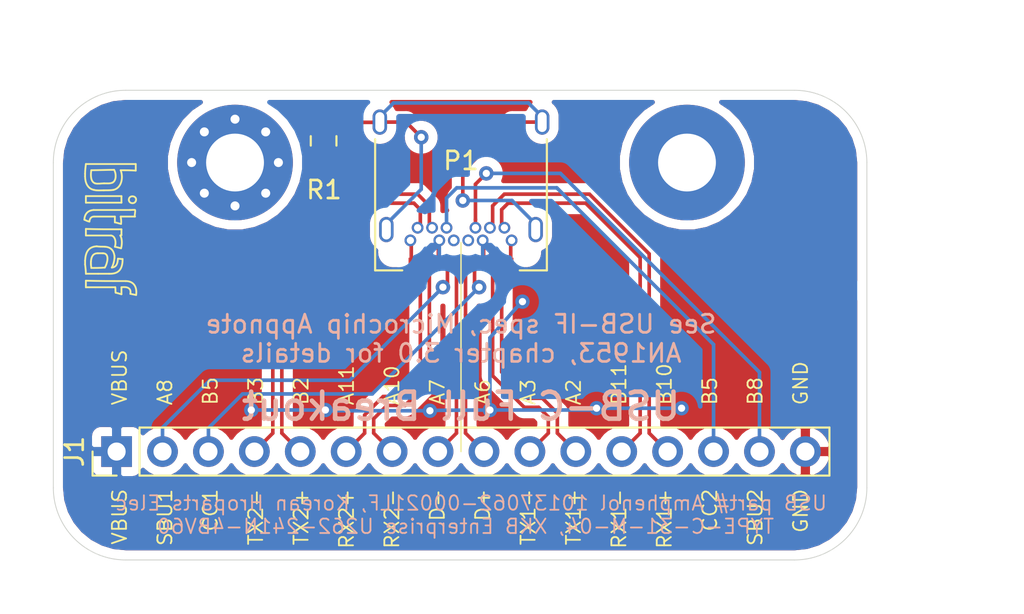
<source format=kicad_pcb>
(kicad_pcb (version 20171130) (host pcbnew "(5.1.2-1)-1")

  (general
    (thickness 1.6)
    (drawings 16)
    (tracks 205)
    (zones 0)
    (modules 7)
    (nets 18)
  )

  (page A4)
  (layers
    (0 F.Cu signal)
    (31 B.Cu signal)
    (32 B.Adhes user)
    (33 F.Adhes user)
    (34 B.Paste user)
    (35 F.Paste user)
    (36 B.SilkS user)
    (37 F.SilkS user)
    (38 B.Mask user)
    (39 F.Mask user)
    (40 Dwgs.User user)
    (41 Cmts.User user)
    (42 Eco1.User user)
    (43 Eco2.User user)
    (44 Edge.Cuts user)
    (45 Margin user)
    (46 B.CrtYd user)
    (47 F.CrtYd user)
    (48 B.Fab user)
    (49 F.Fab user hide)
  )

  (setup
    (last_trace_width 0.25)
    (user_trace_width 0.2)
    (user_trace_width 0.75)
    (trace_clearance 0.2)
    (zone_clearance 0.508)
    (zone_45_only no)
    (trace_min 0.2)
    (via_size 0.8)
    (via_drill 0.4)
    (via_min_size 0.4)
    (via_min_drill 0.3)
    (user_via 1 0.5)
    (uvia_size 0.3)
    (uvia_drill 0.1)
    (uvias_allowed no)
    (uvia_min_size 0.2)
    (uvia_min_drill 0.1)
    (edge_width 0.05)
    (segment_width 0.2)
    (pcb_text_width 0.3)
    (pcb_text_size 1.5 1.5)
    (mod_edge_width 0.12)
    (mod_text_size 1 1)
    (mod_text_width 0.15)
    (pad_size 1.524 1.524)
    (pad_drill 0.762)
    (pad_to_mask_clearance 0.051)
    (solder_mask_min_width 0.25)
    (aux_axis_origin 0 0)
    (visible_elements FFFFFF7F)
    (pcbplotparams
      (layerselection 0x010fc_ffffffff)
      (usegerberextensions false)
      (usegerberattributes false)
      (usegerberadvancedattributes false)
      (creategerberjobfile false)
      (excludeedgelayer true)
      (linewidth 0.100000)
      (plotframeref false)
      (viasonmask false)
      (mode 1)
      (useauxorigin false)
      (hpglpennumber 1)
      (hpglpenspeed 20)
      (hpglpendiameter 15.000000)
      (psnegative false)
      (psa4output false)
      (plotreference true)
      (plotvalue true)
      (plotinvisibletext false)
      (padsonsilk false)
      (subtractmaskfromsilk false)
      (outputformat 1)
      (mirror false)
      (drillshape 0)
      (scaleselection 1)
      (outputdirectory "April2020"))
  )

  (net 0 "")
  (net 1 VBUS)
  (net 2 GND)
  (net 3 "Net-(P1-PadS1)")
  (net 4 /SBU2)
  (net 5 /CC2)
  (net 6 /RX1-)
  (net 7 /RX1+)
  (net 8 /TX1+)
  (net 9 /TX1-)
  (net 10 /D+)
  (net 11 /D-)
  (net 12 /RX2-)
  (net 13 /RX2+)
  (net 14 /TX2+)
  (net 15 /TX2-)
  (net 16 /CC1)
  (net 17 /SBU1)

  (net_class Default "This is the default net class."
    (clearance 0.2)
    (trace_width 0.25)
    (via_dia 0.8)
    (via_drill 0.4)
    (uvia_dia 0.3)
    (uvia_drill 0.1)
    (diff_pair_width 0.2)
    (diff_pair_gap 0.3)
    (add_net /CC1)
    (add_net /CC2)
    (add_net /D+)
    (add_net /D-)
    (add_net /RX1+)
    (add_net /RX1-)
    (add_net /RX2+)
    (add_net /RX2-)
    (add_net /SBU1)
    (add_net /SBU2)
    (add_net /TX1+)
    (add_net /TX1-)
    (add_net /TX2+)
    (add_net /TX2-)
    (add_net GND)
    (add_net "Net-(P1-PadS1)")
    (add_net VBUS)
  )

  (module Connector_PinHeader_2.54mm:PinHeader_1x16_P2.54mm_Vertical (layer F.Cu) (tedit 59FED5CC) (tstamp 5EA5E68B)
    (at 63.45 77 90)
    (descr "Through hole straight pin header, 1x16, 2.54mm pitch, single row")
    (tags "Through hole pin header THT 1x16 2.54mm single row")
    (path /5EA622F5)
    (fp_text reference J1 (at 0 -2.33 90) (layer F.SilkS)
      (effects (font (size 1 1) (thickness 0.15)))
    )
    (fp_text value Screw_Terminal_01x16 (at 0 40.43 90) (layer F.Fab)
      (effects (font (size 1 1) (thickness 0.15)))
    )
    (fp_text user %R (at 0 19.05) (layer F.Fab)
      (effects (font (size 1 1) (thickness 0.15)))
    )
    (fp_line (start 1.8 -1.8) (end -1.8 -1.8) (layer F.CrtYd) (width 0.05))
    (fp_line (start 1.8 39.9) (end 1.8 -1.8) (layer F.CrtYd) (width 0.05))
    (fp_line (start -1.8 39.9) (end 1.8 39.9) (layer F.CrtYd) (width 0.05))
    (fp_line (start -1.8 -1.8) (end -1.8 39.9) (layer F.CrtYd) (width 0.05))
    (fp_line (start -1.33 -1.33) (end 0 -1.33) (layer F.SilkS) (width 0.12))
    (fp_line (start -1.33 0) (end -1.33 -1.33) (layer F.SilkS) (width 0.12))
    (fp_line (start -1.33 1.27) (end 1.33 1.27) (layer F.SilkS) (width 0.12))
    (fp_line (start 1.33 1.27) (end 1.33 39.43) (layer F.SilkS) (width 0.12))
    (fp_line (start -1.33 1.27) (end -1.33 39.43) (layer F.SilkS) (width 0.12))
    (fp_line (start -1.33 39.43) (end 1.33 39.43) (layer F.SilkS) (width 0.12))
    (fp_line (start -1.27 -0.635) (end -0.635 -1.27) (layer F.Fab) (width 0.1))
    (fp_line (start -1.27 39.37) (end -1.27 -0.635) (layer F.Fab) (width 0.1))
    (fp_line (start 1.27 39.37) (end -1.27 39.37) (layer F.Fab) (width 0.1))
    (fp_line (start 1.27 -1.27) (end 1.27 39.37) (layer F.Fab) (width 0.1))
    (fp_line (start -0.635 -1.27) (end 1.27 -1.27) (layer F.Fab) (width 0.1))
    (pad 16 thru_hole oval (at 0 38.1 90) (size 1.7 1.7) (drill 1) (layers *.Cu *.Mask)
      (net 2 GND))
    (pad 15 thru_hole oval (at 0 35.56 90) (size 1.7 1.7) (drill 1) (layers *.Cu *.Mask)
      (net 4 /SBU2))
    (pad 14 thru_hole oval (at 0 33.02 90) (size 1.7 1.7) (drill 1) (layers *.Cu *.Mask)
      (net 5 /CC2))
    (pad 13 thru_hole oval (at 0 30.48 90) (size 1.7 1.7) (drill 1) (layers *.Cu *.Mask)
      (net 6 /RX1-))
    (pad 12 thru_hole oval (at 0 27.94 90) (size 1.7 1.7) (drill 1) (layers *.Cu *.Mask)
      (net 7 /RX1+))
    (pad 11 thru_hole oval (at 0 25.4 90) (size 1.7 1.7) (drill 1) (layers *.Cu *.Mask)
      (net 8 /TX1+))
    (pad 10 thru_hole oval (at 0 22.86 90) (size 1.7 1.7) (drill 1) (layers *.Cu *.Mask)
      (net 9 /TX1-))
    (pad 9 thru_hole oval (at 0 20.32 90) (size 1.7 1.7) (drill 1) (layers *.Cu *.Mask)
      (net 10 /D+))
    (pad 8 thru_hole oval (at 0 17.78 90) (size 1.7 1.7) (drill 1) (layers *.Cu *.Mask)
      (net 11 /D-))
    (pad 7 thru_hole oval (at 0 15.24 90) (size 1.7 1.7) (drill 1) (layers *.Cu *.Mask)
      (net 12 /RX2-))
    (pad 6 thru_hole oval (at 0 12.7 90) (size 1.7 1.7) (drill 1) (layers *.Cu *.Mask)
      (net 13 /RX2+))
    (pad 5 thru_hole oval (at 0 10.16 90) (size 1.7 1.7) (drill 1) (layers *.Cu *.Mask)
      (net 14 /TX2+))
    (pad 4 thru_hole oval (at 0 7.62 90) (size 1.7 1.7) (drill 1) (layers *.Cu *.Mask)
      (net 15 /TX2-))
    (pad 3 thru_hole oval (at 0 5.08 90) (size 1.7 1.7) (drill 1) (layers *.Cu *.Mask)
      (net 16 /CC1))
    (pad 2 thru_hole oval (at 0 2.54 90) (size 1.7 1.7) (drill 1) (layers *.Cu *.Mask)
      (net 17 /SBU1))
    (pad 1 thru_hole rect (at 0 0 90) (size 1.7 1.7) (drill 1) (layers *.Cu *.Mask)
      (net 1 VBUS))
    (model ${KISYS3DMOD}/Connector_PinHeader_2.54mm.3dshapes/PinHeader_1x16_P2.54mm_Vertical.wrl
      (at (xyz 0 0 0))
      (scale (xyz 1 1 1))
      (rotate (xyz 0 0 0))
    )
  )

  (module Connector_USB:USB_C_Receptacle_Amphenol_12401548E4-2A (layer F.Cu) (tedit 5A142044) (tstamp 5EA5F1D5)
    (at 82.5 61.6 180)
    (descr "USB TYPE C, RA RCPT PCB, Hybrid, https://www.amphenolcanada.com/StockAvailabilityPrice.aspx?From=&PartNum=12401548E4%7e2A")
    (tags "USB C Type-C Receptacle Hybrid")
    (path /5EA36D54)
    (attr smd)
    (fp_text reference P1 (at 0 0.7) (layer F.SilkS)
      (effects (font (size 1 1) (thickness 0.15)))
    )
    (fp_text value USB_C_Plug (at 0 6.14) (layer F.Fab)
      (effects (font (size 1 1) (thickness 0.15)))
    )
    (fp_line (start -4.6 5.23) (end -4.6 -5.22) (layer F.Fab) (width 0.1))
    (fp_line (start -4.6 -5.22) (end 4.6 -5.22) (layer F.Fab) (width 0.1))
    (fp_line (start -4.75 -5.37) (end -3.25 -5.37) (layer F.SilkS) (width 0.12))
    (fp_line (start -4.75 -5.37) (end -4.75 1.89) (layer F.SilkS) (width 0.12))
    (fp_line (start 4.75 -5.37) (end 4.75 1.89) (layer F.SilkS) (width 0.12))
    (fp_line (start 3.25 -5.37) (end 4.75 -5.37) (layer F.SilkS) (width 0.12))
    (fp_line (start -4.6 5.23) (end 4.6 5.23) (layer F.Fab) (width 0.1))
    (fp_line (start 4.6 5.23) (end 4.6 -5.22) (layer F.Fab) (width 0.1))
    (fp_line (start -5.39 -5.87) (end 5.39 -5.87) (layer F.CrtYd) (width 0.05))
    (fp_line (start 5.39 -5.87) (end 5.39 5.73) (layer F.CrtYd) (width 0.05))
    (fp_line (start 5.39 5.73) (end -5.39 5.73) (layer F.CrtYd) (width 0.05))
    (fp_line (start -5.39 5.73) (end -5.39 -5.87) (layer F.CrtYd) (width 0.05))
    (fp_text user %R (at 0 0) (layer F.Fab)
      (effects (font (size 1 1) (thickness 0.1)))
    )
    (pad B11 thru_hole circle (at -2.4 -3.01 180) (size 0.65 0.65) (drill 0.4) (layers *.Cu *.Mask)
      (net 7 /RX1+))
    (pad B10 thru_hole circle (at -1.6 -3.01 180) (size 0.65 0.65) (drill 0.4) (layers *.Cu *.Mask)
      (net 6 /RX1-))
    (pad B8 thru_hole circle (at -0.8 -3.01 180) (size 0.65 0.65) (drill 0.4) (layers *.Cu *.Mask)
      (net 4 /SBU2))
    (pad B5 thru_hole circle (at 0.8 -3.01 180) (size 0.65 0.65) (drill 0.4) (layers *.Cu *.Mask)
      (net 5 /CC2))
    (pad B3 thru_hole circle (at 1.6 -3.01 180) (size 0.65 0.65) (drill 0.4) (layers *.Cu *.Mask)
      (net 15 /TX2-))
    (pad B2 thru_hole circle (at 2.4 -3.01 180) (size 0.65 0.65) (drill 0.4) (layers *.Cu *.Mask)
      (net 14 /TX2+))
    (pad B12 thru_hole circle (at -2.8 -3.71 180) (size 0.65 0.65) (drill 0.4) (layers *.Cu *.Mask)
      (net 2 GND))
    (pad B9 thru_hole circle (at -1.2 -3.71 180) (size 0.65 0.65) (drill 0.4) (layers *.Cu *.Mask)
      (net 1 VBUS))
    (pad B7 thru_hole circle (at -0.4 -3.71 180) (size 0.65 0.65) (drill 0.4) (layers *.Cu *.Mask))
    (pad B6 thru_hole circle (at 0.4 -3.71 180) (size 0.65 0.65) (drill 0.4) (layers *.Cu *.Mask))
    (pad B4 thru_hole circle (at 1.2 -3.71 180) (size 0.65 0.65) (drill 0.4) (layers *.Cu *.Mask)
      (net 1 VBUS))
    (pad B1 thru_hole circle (at 2.8 -3.71 180) (size 0.65 0.65) (drill 0.4) (layers *.Cu *.Mask)
      (net 2 GND))
    (pad "" np_thru_hole circle (at -3.6 -4.36 180) (size 0.65 0.65) (drill 0.65) (layers *.Cu *.Mask))
    (pad "" np_thru_hole oval (at 3.6 -4.36 180) (size 0.95 0.65) (drill oval 0.95 0.65) (layers *.Cu *.Mask))
    (pad S1 thru_hole oval (at -4.49 2.84 180) (size 0.8 1.4) (drill oval 0.5 1.1) (layers *.Cu *.Mask)
      (net 3 "Net-(P1-PadS1)"))
    (pad S1 thru_hole oval (at 4.49 2.84 180) (size 0.8 1.4) (drill oval 0.5 1.1) (layers *.Cu *.Mask)
      (net 3 "Net-(P1-PadS1)"))
    (pad S1 thru_hole oval (at 4.13 -3.11 180) (size 0.8 1.4) (drill oval 0.5 1.1) (layers *.Cu *.Mask)
      (net 3 "Net-(P1-PadS1)"))
    (pad A11 smd rect (at 2.25 -5.02 180) (size 0.3 0.7) (layers F.Cu F.Paste F.Mask)
      (net 13 /RX2+))
    (pad A8 smd rect (at 0.75 -5.02 180) (size 0.3 0.7) (layers F.Cu F.Paste F.Mask)
      (net 17 /SBU1))
    (pad A9 smd rect (at 1.25 -5.02 180) (size 0.3 0.7) (layers F.Cu F.Paste F.Mask)
      (net 1 VBUS))
    (pad A10 smd rect (at 1.75 -5.02 180) (size 0.3 0.7) (layers F.Cu F.Paste F.Mask)
      (net 12 /RX2-))
    (pad A12 smd rect (at 2.75 -5.02 180) (size 0.3 0.7) (layers F.Cu F.Paste F.Mask)
      (net 2 GND))
    (pad A7 smd rect (at 0.25 -5.02 180) (size 0.3 0.7) (layers F.Cu F.Paste F.Mask)
      (net 11 /D-))
    (pad A6 smd rect (at -0.25 -5.02 180) (size 0.3 0.7) (layers F.Cu F.Paste F.Mask)
      (net 10 /D+))
    (pad A5 smd rect (at -0.75 -5.02 180) (size 0.3 0.7) (layers F.Cu F.Paste F.Mask)
      (net 16 /CC1))
    (pad A4 smd rect (at -1.25 -5.02 180) (size 0.3 0.7) (layers F.Cu F.Paste F.Mask)
      (net 1 VBUS))
    (pad A3 smd rect (at -1.75 -5.02 180) (size 0.3 0.7) (layers F.Cu F.Paste F.Mask)
      (net 9 /TX1-))
    (pad A2 smd rect (at -2.25 -5.02 180) (size 0.3 0.7) (layers F.Cu F.Paste F.Mask)
      (net 8 /TX1+))
    (pad A1 smd rect (at -2.75 -5.02 180) (size 0.3 0.7) (layers F.Cu F.Paste F.Mask)
      (net 2 GND))
    (pad S1 thru_hole oval (at -4.13 -3.11 180) (size 0.8 1.4) (drill oval 0.5 1.1) (layers *.Cu *.Mask)
      (net 3 "Net-(P1-PadS1)"))
    (model ${KISYS3DMOD}/Connector_USB.3dshapes/USB_C_Receptacle_Amphenol_12401548E4-2A.wrl
      (at (xyz 0 0 0))
      (scale (xyz 1 1 1))
      (rotate (xyz 0 0 0))
    )
  )

  (module BitrafSmdKit2:Bitraf_logo_3.0_x_7.5_mm (layer F.Cu) (tedit 5EA2F7EA) (tstamp 5EA35AB6)
    (at 64.6 61 270)
    (path /5EA50B02)
    (fp_text reference L2 (at 0 0.5 90) (layer F.SilkS) hide
      (effects (font (size 1 1) (thickness 0.15)))
    )
    (fp_text value Logo_Open_Hardware_Small (at 0 -0.5 90) (layer F.Fab)
      (effects (font (size 1 1) (thickness 0.15)))
    )
    (fp_curve (pts (xy 1.857798 2.849649) (xy 1.857798 2.2081) (xy 1.857798 1.545163) (xy 1.857798 0.882227)) (layer F.SilkS) (width 0.1))
    (fp_curve (pts (xy 2.221345 2.849649) (xy 2.093034 2.849649) (xy 1.986109 2.849649) (xy 1.857798 2.849649)) (layer F.SilkS) (width 0.1))
    (fp_curve (pts (xy 2.221345 0.882227) (xy 2.221345 1.545163) (xy 2.221345 2.2081) (xy 2.221345 2.849649)) (layer F.SilkS) (width 0.1))
    (fp_curve (pts (xy 1.857798 0.882227) (xy 1.986109 0.882227) (xy 2.093034 0.882227) (xy 2.221345 0.882227)) (layer F.SilkS) (width 0.1))
    (fp_curve (pts (xy 3.675515 2.849643) (xy 3.696902 2.2081) (xy 3.696902 1.545163) (xy 3.696902 0.882227)) (layer F.SilkS) (width 0.1))
    (fp_curve (pts (xy 4.039063 2.849643) (xy 3.910752 2.849643) (xy 3.803827 2.849643) (xy 3.675515 2.849643)) (layer F.SilkS) (width 0.1))
    (fp_curve (pts (xy 4.039063 1.459618) (xy 4.039063 1.908704) (xy 4.039063 2.400557) (xy 4.039063 2.849643)) (layer F.SilkS) (width 0.1))
    (fp_curve (pts (xy 4.659226 1.245768) (xy 4.42399 1.16023) (xy 4.060449 1.224382) (xy 4.039063 1.459618)) (layer F.SilkS) (width 0.1))
    (fp_curve (pts (xy 4.744765 0.903607) (xy 4.723379 1.010532) (xy 4.680613 1.138843) (xy 4.659226 1.245768)) (layer F.SilkS) (width 0.1))
    (fp_curve (pts (xy 4.039063 0.94638) (xy 4.21014 0.839455) (xy 4.530915 0.839455) (xy 4.744765 0.903607)) (layer F.SilkS) (width 0.1))
    (fp_curve (pts (xy 4.017677 0.882227) (xy 4.039063 0.882227) (xy 4.039063 0.925) (xy 4.039063 0.94638)) (layer F.SilkS) (width 0.1))
    (fp_curve (pts (xy 3.696902 0.882227) (xy 3.803827 0.882227) (xy 3.910752 0.882227) (xy 4.017677 0.882227)) (layer F.SilkS) (width 0.1))
    (fp_curve (pts (xy 4.63784 2.250872) (xy 4.659226 2.122561) (xy 4.659226 1.972863) (xy 4.659226 1.801786)) (layer F.SilkS) (width 0.1))
    (fp_curve (pts (xy 5.429087 2.892422) (xy 4.958615 2.871036) (xy 4.659226 2.699958) (xy 4.63784 2.250872)) (layer F.SilkS) (width 0.1))
    (fp_curve (pts (xy 5.642937 2.892422) (xy 5.578785 2.892422) (xy 5.49324 2.892422) (xy 5.429087 2.892422)) (layer F.SilkS) (width 0.1))
    (fp_curve (pts (xy 6.156176 2.849649) (xy 5.985098 2.849649) (xy 5.835401 2.871036) (xy 5.642937 2.892422)) (layer F.SilkS) (width 0.1))
    (fp_curve (pts (xy 6.156176 2.165327) (xy 6.156176 2.400563) (xy 6.156176 2.614413) (xy 6.156176 2.849649)) (layer F.SilkS) (width 0.1))
    (fp_curve (pts (xy 6.156176 1.56655) (xy 6.156176 1.759013) (xy 6.156176 1.972863) (xy 6.156176 2.165327)) (layer F.SilkS) (width 0.1))
    (fp_curve (pts (xy 5.343549 0.818075) (xy 5.878173 0.818075) (xy 6.177562 1.010539) (xy 6.156176 1.56655)) (layer F.SilkS) (width 0.1))
    (fp_curve (pts (xy 5.322162 1.074698) (xy 5.322162 0.989159) (xy 5.343549 0.90362) (xy 5.343549 0.818075)) (layer F.SilkS) (width 0.1))
    (fp_curve (pts (xy 5.814015 1.416859) (xy 5.792628 1.160236) (xy 5.600165 1.096084) (xy 5.322162 1.074698)) (layer F.SilkS) (width 0.1))
    (fp_curve (pts (xy 5.27939 1.267161) (xy 5.49324 1.288547) (xy 5.664317 1.331314) (xy 5.814015 1.416859)) (layer F.SilkS) (width 0.1))
    (fp_curve (pts (xy 5.172465 1.267161) (xy 5.215237 1.267161) (xy 5.258003 1.267161) (xy 5.27939 1.267161)) (layer F.SilkS) (width 0.1))
    (fp_curve (pts (xy 4.659226 1.801786) (xy 4.680613 1.481011) (xy 4.85169 1.309934) (xy 5.172465 1.267161)) (layer F.SilkS) (width 0.1))
    (fp_curve (pts (xy 5.835407 2.550254) (xy 5.835401 2.336411) (xy 5.835401 2.037016) (xy 5.814021 1.801786)) (layer F.SilkS) (width 0.1))
    (fp_curve (pts (xy 5.621557 2.57164) (xy 5.707096 2.57164) (xy 5.771255 2.550254) (xy 5.835407 2.550254)) (layer F.SilkS) (width 0.1))
    (fp_curve (pts (xy 5.493246 2.57164) (xy 5.514632 2.57164) (xy 5.578785 2.57164) (xy 5.621557 2.57164)) (layer F.SilkS) (width 0.1))
    (fp_curve (pts (xy 5.022774 2.186713) (xy 5.022774 2.464715) (xy 5.215237 2.550261) (xy 5.493246 2.57164)) (layer F.SilkS) (width 0.1))
    (fp_curve (pts (xy 5.022774 1.908711) (xy 5.022774 1.99425) (xy 5.022774 2.101175) (xy 5.022774 2.186713)) (layer F.SilkS) (width 0.1))
    (fp_curve (pts (xy 5.814021 1.801786) (xy 5.621557 1.673475) (xy 5.022774 1.502397) (xy 5.022774 1.908711)) (layer F.SilkS) (width 0.1))
    (fp_curve (pts (xy 2.071647 0.475914) (xy 1.750873 0.475914) (xy 1.836411 -0.037325) (xy 2.1358 0.090987)) (layer F.SilkS) (width 0.1))
    (fp_curve (pts (xy 2.1358 0.090987) (xy 2.306877 0.155139) (xy 2.285497 0.454534) (xy 2.071647 0.475914)) (layer F.SilkS) (width 0.1))
    (fp_curve (pts (xy 6.541109 2.849643) (xy 6.562496 2.122561) (xy 6.562496 1.395466) (xy 6.562496 0.646991)) (layer F.SilkS) (width 0.1))
    (fp_curve (pts (xy 6.904657 2.849643) (xy 6.776346 2.849643) (xy 6.669421 2.849643) (xy 6.541109 2.849643)) (layer F.SilkS) (width 0.1))
    (fp_curve (pts (xy 6.904657 1.224382) (xy 6.904657 1.759007) (xy 6.904657 2.315018) (xy 6.904657 2.849643)) (layer F.SilkS) (width 0.1))
    (fp_curve (pts (xy 7.204046 1.202996) (xy 7.118507 1.224382) (xy 6.990196 1.202996) (xy 6.904657 1.224382)) (layer F.SilkS) (width 0.1))
    (fp_curve (pts (xy 7.289584 0.882221) (xy 7.268198 0.989146) (xy 7.225432 1.096071) (xy 7.204046 1.202996)) (layer F.SilkS) (width 0.1))
    (fp_curve (pts (xy 6.904657 0.882221) (xy 7.032968 0.882221) (xy 7.161279 0.882221) (xy 7.289584 0.882221)) (layer F.SilkS) (width 0.1))
    (fp_curve (pts (xy 7.268204 0.390369) (xy 6.94743 0.326216) (xy 6.861891 0.561446) (xy 6.904657 0.882221)) (layer F.SilkS) (width 0.1))
    (fp_curve (pts (xy 7.332357 0.069594) (xy 7.310971 0.176519) (xy 7.289584 0.283444) (xy 7.268204 0.390369)) (layer F.SilkS) (width 0.1))
    (fp_curve (pts (xy 6.562496 0.646991) (xy 6.562496 0.219291) (xy 6.861884 0.005441) (xy 7.332357 0.069594)) (layer F.SilkS) (width 0.1))
    (fp_curve (pts (xy 0.403614 1.288547) (xy 0.403614 1.694861) (xy 0.425 2.143941) (xy 0.425 2.550261)) (layer F.SilkS) (width 0.1))
    (fp_curve (pts (xy 1.109316 1.374086) (xy 1.002391 1.160236) (xy 0.617464 1.160236) (xy 0.403614 1.288547)) (layer F.SilkS) (width 0.1))
    (fp_curve (pts (xy 1.152089 1.844559) (xy 1.152089 1.694861) (xy 1.173475 1.502397) (xy 1.109316 1.374086)) (layer F.SilkS) (width 0.1))
    (fp_curve (pts (xy 1.152089 2.336411) (xy 1.194861 2.2081) (xy 1.152089 1.99425) (xy 1.152089 1.844559)) (layer F.SilkS) (width 0.1))
    (fp_curve (pts (xy 0.425 2.550261) (xy 0.703003 2.593033) (xy 1.06655 2.593033) (xy 1.152089 2.336411)) (layer F.SilkS) (width 0.1))
    (fp_curve (pts (xy 2.991199 0.925007) (xy 3.119511 0.903614) (xy 3.269202 0.882227) (xy 3.397513 0.903614)) (layer F.SilkS) (width 0.1))
    (fp_curve (pts (xy 2.991199 0.133759) (xy 2.991199 0.390382) (xy 2.991199 0.668384) (xy 2.991199 0.925007)) (layer F.SilkS) (width 0.1))
    (fp_curve (pts (xy 2.627652 0.133759) (xy 2.691804 0.090987) (xy 2.927041 0.176532) (xy 2.991199 0.133759)) (layer F.SilkS) (width 0.1))
    (fp_curve (pts (xy 2.627652 0.411761) (xy 2.627652 0.347609) (xy 2.606266 0.155139) (xy 2.627652 0.133759)) (layer F.SilkS) (width 0.1))
    (fp_curve (pts (xy 2.627652 2.421949) (xy 2.627652 1.801786) (xy 2.627652 1.074698) (xy 2.627652 0.411761)) (layer F.SilkS) (width 0.1))
    (fp_curve (pts (xy 3.162277 2.935188) (xy 2.841502 2.913802) (xy 2.649038 2.742724) (xy 2.627652 2.421949)) (layer F.SilkS) (width 0.1))
    (fp_curve (pts (xy 3.269202 2.657186) (xy 3.247815 2.764111) (xy 3.205049 2.849649) (xy 3.162277 2.935188)) (layer F.SilkS) (width 0.1))
    (fp_curve (pts (xy 2.991199 2.400563) (xy 2.991199 2.57164) (xy 3.119511 2.635799) (xy 3.269202 2.657186)) (layer F.SilkS) (width 0.1))
    (fp_curve (pts (xy 2.991199 1.245775) (xy 2.991199 1.630702) (xy 2.991199 2.015636) (xy 2.991199 2.400563)) (layer F.SilkS) (width 0.1))
    (fp_curve (pts (xy 3.311974 1.245775) (xy 3.205049 1.245775) (xy 3.098124 1.245775) (xy 2.991199 1.245775)) (layer F.SilkS) (width 0.1))
    (fp_curve (pts (xy 3.397513 0.903614) (xy 3.376127 1.010539) (xy 3.333361 1.117464) (xy 3.311974 1.245775)) (layer F.SilkS) (width 0.1))
    (fp_curve (pts (xy 0.446387 0.09098) (xy 0.425 0.390375) (xy 0.425 0.646991) (xy 0.425 0.925)) (layer F.SilkS) (width 0.1))
    (fp_curve (pts (xy 0.082839 0.09098) (xy 0.211151 0.09098) (xy 0.318075 0.09098) (xy 0.446387 0.09098)) (layer F.SilkS) (width 0.1))
    (fp_curve (pts (xy 0.082839 2.849643) (xy 0.082839 1.930091) (xy 0.082839 1.010532) (xy 0.082839 0.09098)) (layer F.SilkS) (width 0.1))
    (fp_curve (pts (xy 0.617464 2.892415) (xy 0.425 2.892415) (xy 0.253917 2.871029) (xy 0.082839 2.849643)) (layer F.SilkS) (width 0.1))
    (fp_curve (pts (xy 0.767162 2.892415) (xy 0.724389 2.892415) (xy 0.681623 2.892415) (xy 0.617464 2.892415)) (layer F.SilkS) (width 0.1))
    (fp_curve (pts (xy 1.515636 2.400563) (xy 1.451484 2.742724) (xy 1.130709 2.892415) (xy 0.767162 2.892415)) (layer F.SilkS) (width 0.1))
    (fp_curve (pts (xy 1.537023 1.865938) (xy 1.537023 2.037016) (xy 1.558409 2.229486) (xy 1.515636 2.400563)) (layer F.SilkS) (width 0.1))
    (fp_curve (pts (xy 1.515636 1.331314) (xy 1.537023 1.481011) (xy 1.537023 1.673475) (xy 1.537023 1.865938)) (layer F.SilkS) (width 0.1))
    (fp_curve (pts (xy 0.425 0.925) (xy 0.874087 0.753923) (xy 1.430098 0.903614) (xy 1.515636 1.331314)) (layer F.SilkS) (width 0.1))
  )

  (module Symbol:OSHW-Logo_5.7x6mm_Copper (layer F.Cu) (tedit 0) (tstamp 5EA3576D)
    (at 100.9 66.3)
    (descr "Open Source Hardware Logo")
    (tags "Logo OSHW")
    (path /5EA50879)
    (attr virtual)
    (fp_text reference L1 (at 0 0) (layer F.SilkS) hide
      (effects (font (size 1 1) (thickness 0.15)))
    )
    (fp_text value Logo_Open_Hardware_Small (at 0.75 0) (layer F.Fab) hide
      (effects (font (size 1 1) (thickness 0.15)))
    )
    (fp_poly (pts (xy 0.376964 -2.709982) (xy 0.433812 -2.40843) (xy 0.853338 -2.235488) (xy 1.104984 -2.406605)
      (xy 1.175458 -2.45425) (xy 1.239163 -2.49679) (xy 1.293126 -2.532285) (xy 1.334373 -2.55879)
      (xy 1.359934 -2.574364) (xy 1.366895 -2.577722) (xy 1.379435 -2.569086) (xy 1.406231 -2.545208)
      (xy 1.44428 -2.509141) (xy 1.490579 -2.463933) (xy 1.542123 -2.412636) (xy 1.595909 -2.358299)
      (xy 1.648935 -2.303972) (xy 1.698195 -2.252705) (xy 1.740687 -2.207549) (xy 1.773407 -2.171554)
      (xy 1.793351 -2.14777) (xy 1.798119 -2.13981) (xy 1.791257 -2.125135) (xy 1.77202 -2.092986)
      (xy 1.74243 -2.046508) (xy 1.70451 -1.988844) (xy 1.660282 -1.92314) (xy 1.634654 -1.885664)
      (xy 1.587941 -1.817232) (xy 1.546432 -1.75548) (xy 1.51214 -1.703481) (xy 1.48708 -1.664308)
      (xy 1.473264 -1.641035) (xy 1.471188 -1.636145) (xy 1.475895 -1.622245) (xy 1.488723 -1.58985)
      (xy 1.507738 -1.543515) (xy 1.531003 -1.487794) (xy 1.556584 -1.427242) (xy 1.582545 -1.366414)
      (xy 1.60695 -1.309864) (xy 1.627863 -1.262148) (xy 1.643349 -1.227819) (xy 1.651472 -1.211432)
      (xy 1.651952 -1.210788) (xy 1.664707 -1.207659) (xy 1.698677 -1.200679) (xy 1.75034 -1.190533)
      (xy 1.816176 -1.177908) (xy 1.892664 -1.163491) (xy 1.93729 -1.155177) (xy 2.019021 -1.139616)
      (xy 2.092843 -1.124808) (xy 2.155021 -1.111564) (xy 2.201822 -1.100695) (xy 2.229509 -1.093011)
      (xy 2.235074 -1.090573) (xy 2.240526 -1.07407) (xy 2.244924 -1.0368) (xy 2.248272 -0.98312)
      (xy 2.250574 -0.917388) (xy 2.251832 -0.843963) (xy 2.252048 -0.767204) (xy 2.251227 -0.691468)
      (xy 2.249371 -0.621114) (xy 2.246482 -0.5605) (xy 2.242565 -0.513984) (xy 2.237622 -0.485925)
      (xy 2.234657 -0.480084) (xy 2.216934 -0.473083) (xy 2.179381 -0.463073) (xy 2.126964 -0.451231)
      (xy 2.064652 -0.438733) (xy 2.0429 -0.43469) (xy 1.938024 -0.41548) (xy 1.85518 -0.400009)
      (xy 1.79163 -0.387663) (xy 1.744637 -0.377827) (xy 1.711463 -0.369886) (xy 1.689371 -0.363224)
      (xy 1.675624 -0.357227) (xy 1.667484 -0.351281) (xy 1.666345 -0.350106) (xy 1.654977 -0.331174)
      (xy 1.637635 -0.294331) (xy 1.61605 -0.244087) (xy 1.591954 -0.184954) (xy 1.567079 -0.121444)
      (xy 1.543157 -0.058068) (xy 1.521919 0.000662) (xy 1.505097 0.050235) (xy 1.494422 0.086139)
      (xy 1.491627 0.103862) (xy 1.49186 0.104483) (xy 1.501331 0.11897) (xy 1.522818 0.150844)
      (xy 1.554063 0.196789) (xy 1.592807 0.253485) (xy 1.636793 0.317617) (xy 1.649319 0.335842)
      (xy 1.693984 0.401914) (xy 1.733288 0.4622) (xy 1.765088 0.513235) (xy 1.787245 0.55156)
      (xy 1.797617 0.573711) (xy 1.798119 0.576432) (xy 1.789405 0.590736) (xy 1.765325 0.619072)
      (xy 1.728976 0.658396) (xy 1.683453 0.705661) (xy 1.631852 0.757823) (xy 1.577267 0.811835)
      (xy 1.522794 0.864653) (xy 1.471529 0.913231) (xy 1.426567 0.954523) (xy 1.391004 0.985485)
      (xy 1.367935 1.00307) (xy 1.361554 1.005941) (xy 1.346699 0.999178) (xy 1.316286 0.980939)
      (xy 1.275268 0.954297) (xy 1.243709 0.932852) (xy 1.186525 0.893503) (xy 1.118806 0.847171)
      (xy 1.05088 0.800913) (xy 1.014361 0.776155) (xy 0.890752 0.692547) (xy 0.786991 0.74865)
      (xy 0.73972 0.773228) (xy 0.699523 0.792331) (xy 0.672326 0.803227) (xy 0.665402 0.804743)
      (xy 0.657077 0.793549) (xy 0.640654 0.761917) (xy 0.617357 0.712765) (xy 0.588414 0.64901)
      (xy 0.55505 0.573571) (xy 0.518491 0.489364) (xy 0.479964 0.399308) (xy 0.440694 0.306321)
      (xy 0.401908 0.21332) (xy 0.36483 0.123223) (xy 0.330689 0.038948) (xy 0.300708 -0.036587)
      (xy 0.276116 -0.100466) (xy 0.258136 -0.149769) (xy 0.247997 -0.181579) (xy 0.246366 -0.192504)
      (xy 0.259291 -0.206439) (xy 0.287589 -0.22906) (xy 0.325346 -0.255667) (xy 0.328515 -0.257772)
      (xy 0.4261 -0.335886) (xy 0.504786 -0.427018) (xy 0.563891 -0.528255) (xy 0.602732 -0.636682)
      (xy 0.620628 -0.749386) (xy 0.616897 -0.863452) (xy 0.590857 -0.975966) (xy 0.541825 -1.084015)
      (xy 0.5274 -1.107655) (xy 0.452369 -1.203113) (xy 0.36373 -1.279768) (xy 0.264549 -1.33722)
      (xy 0.157895 -1.375071) (xy 0.046836 -1.392922) (xy -0.065561 -1.390375) (xy -0.176227 -1.36703)
      (xy -0.282094 -1.32249) (xy -0.380095 -1.256355) (xy -0.41041 -1.229513) (xy -0.487562 -1.145488)
      (xy -0.543782 -1.057034) (xy -0.582347 -0.957885) (xy -0.603826 -0.859697) (xy -0.609128 -0.749303)
      (xy -0.591448 -0.63836) (xy -0.552581 -0.530619) (xy -0.494323 -0.429831) (xy -0.418469 -0.339744)
      (xy -0.326817 -0.264108) (xy -0.314772 -0.256136) (xy -0.276611 -0.230026) (xy -0.247601 -0.207405)
      (xy -0.233732 -0.192961) (xy -0.233531 -0.192504) (xy -0.236508 -0.176879) (xy -0.248311 -0.141418)
      (xy -0.267714 -0.089038) (xy -0.293488 -0.022655) (xy -0.324409 0.054814) (xy -0.359249 0.14045)
      (xy -0.396783 0.231337) (xy -0.435783 0.324559) (xy -0.475023 0.417197) (xy -0.513276 0.506335)
      (xy -0.549317 0.589055) (xy -0.581917 0.662441) (xy -0.609852 0.723575) (xy -0.631895 0.769541)
      (xy -0.646818 0.797421) (xy -0.652828 0.804743) (xy -0.671191 0.799041) (xy -0.705552 0.783749)
      (xy -0.749984 0.761599) (xy -0.774417 0.74865) (xy -0.878178 0.692547) (xy -1.001787 0.776155)
      (xy -1.064886 0.818987) (xy -1.13397 0.866122) (xy -1.198707 0.910503) (xy -1.231134 0.932852)
      (xy -1.276741 0.963477) (xy -1.31536 0.987747) (xy -1.341952 1.002587) (xy -1.35059 1.005724)
      (xy -1.363161 0.997261) (xy -1.390984 0.973636) (xy -1.431361 0.937302) (xy -1.481595 0.890711)
      (xy -1.538988 0.836317) (xy -1.575286 0.801392) (xy -1.63879 0.738996) (xy -1.693673 0.683188)
      (xy -1.737714 0.636354) (xy -1.768695 0.600882) (xy -1.784398 0.579161) (xy -1.785905 0.574752)
      (xy -1.778914 0.557985) (xy -1.759594 0.524082) (xy -1.730091 0.476476) (xy -1.692545 0.418599)
      (xy -1.6491 0.353884) (xy -1.636745 0.335842) (xy -1.591727 0.270267) (xy -1.55134 0.211228)
      (xy -1.51784 0.162042) (xy -1.493486 0.126028) (xy -1.480536 0.106502) (xy -1.479285 0.104483)
      (xy -1.481156 0.088922) (xy -1.491087 0.054709) (xy -1.507347 0.006355) (xy -1.528205 -0.051629)
      (xy -1.551927 -0.11473) (xy -1.576784 -0.178437) (xy -1.601042 -0.238239) (xy -1.622971 -0.289624)
      (xy -1.640838 -0.328081) (xy -1.652913 -0.349098) (xy -1.653771 -0.350106) (xy -1.661154 -0.356112)
      (xy -1.673625 -0.362052) (xy -1.69392 -0.36854) (xy -1.724778 -0.376191) (xy -1.768934 -0.38562)
      (xy -1.829126 -0.397441) (xy -1.908093 -0.412271) (xy -2.00857 -0.430723) (xy -2.030325 -0.43469)
      (xy -2.094802 -0.447147) (xy -2.151011 -0.459334) (xy -2.193987 -0.470074) (xy -2.21876 -0.478191)
      (xy -2.222082 -0.480084) (xy -2.227556 -0.496862) (xy -2.232006 -0.534355) (xy -2.235428 -0.588206)
      (xy -2.237819 -0.654056) (xy -2.239177 -0.727547) (xy -2.239499 -0.80432) (xy -2.238781 -0.880017)
      (xy -2.237021 -0.95028) (xy -2.234216 -1.01075) (xy -2.230362 -1.05707) (xy -2.225457 -1.084881)
      (xy -2.2225 -1.090573) (xy -2.206037 -1.096314) (xy -2.168551 -1.105655) (xy -2.113775 -1.117785)
      (xy -2.045445 -1.131893) (xy -1.967294 -1.14717) (xy -1.924716 -1.155177) (xy -1.843929 -1.170279)
      (xy -1.771887 -1.18396) (xy -1.712111 -1.195533) (xy -1.668121 -1.204313) (xy -1.643439 -1.209613)
      (xy -1.639377 -1.210788) (xy -1.632511 -1.224035) (xy -1.617998 -1.255943) (xy -1.597771 -1.301953)
      (xy -1.573766 -1.357508) (xy -1.547918 -1.418047) (xy -1.52216 -1.479014) (xy -1.498427 -1.535849)
      (xy -1.478654 -1.583994) (xy -1.464776 -1.61889) (xy -1.458726 -1.635979) (xy -1.458614 -1.636726)
      (xy -1.465472 -1.650207) (xy -1.484698 -1.68123) (xy -1.514272 -1.726711) (xy -1.552173 -1.783568)
      (xy -1.59638 -1.848717) (xy -1.622079 -1.886138) (xy -1.668907 -1.954753) (xy -1.710499 -2.017048)
      (xy -1.744825 -2.069871) (xy -1.769857 -2.110073) (xy -1.783565 -2.1345) (xy -1.785544 -2.139976)
      (xy -1.777034 -2.152722) (xy -1.753507 -2.179937) (xy -1.717968 -2.218572) (xy -1.673423 -2.265577)
      (xy -1.622877 -2.317905) (xy -1.569336 -2.372505) (xy -1.515805 -2.42633) (xy -1.465289 -2.47633)
      (xy -1.420794 -2.519457) (xy -1.385325 -2.552661) (xy -1.361887 -2.572894) (xy -1.354046 -2.577722)
      (xy -1.34128 -2.570933) (xy -1.310744 -2.551858) (xy -1.26541 -2.522439) (xy -1.208244 -2.484619)
      (xy -1.142216 -2.440339) (xy -1.09241 -2.406605) (xy -0.840764 -2.235488) (xy -0.631001 -2.321959)
      (xy -0.421237 -2.40843) (xy -0.364389 -2.709982) (xy -0.30754 -3.011534) (xy 0.320115 -3.011534)
      (xy 0.376964 -2.709982)) (layer F.Cu) (width 0.01))
    (fp_poly (pts (xy 1.79946 1.45803) (xy 1.842711 1.471245) (xy 1.870558 1.487941) (xy 1.879629 1.501145)
      (xy 1.877132 1.516797) (xy 1.860931 1.541385) (xy 1.847232 1.5588) (xy 1.818992 1.590283)
      (xy 1.797775 1.603529) (xy 1.779688 1.602664) (xy 1.726035 1.58901) (xy 1.68663 1.58963)
      (xy 1.654632 1.605104) (xy 1.64389 1.614161) (xy 1.609505 1.646027) (xy 1.609505 2.062179)
      (xy 1.471188 2.062179) (xy 1.471188 1.458614) (xy 1.540347 1.458614) (xy 1.581869 1.460256)
      (xy 1.603291 1.466087) (xy 1.609502 1.477461) (xy 1.609505 1.477798) (xy 1.612439 1.489713)
      (xy 1.625704 1.488159) (xy 1.644084 1.479563) (xy 1.682046 1.463568) (xy 1.712872 1.453945)
      (xy 1.752536 1.451478) (xy 1.79946 1.45803)) (layer F.Cu) (width 0.01))
    (fp_poly (pts (xy -0.754012 1.469002) (xy -0.722717 1.48395) (xy -0.692409 1.505541) (xy -0.669318 1.530391)
      (xy -0.6525 1.562087) (xy -0.641006 1.604214) (xy -0.633891 1.660358) (xy -0.630207 1.734106)
      (xy -0.629008 1.829044) (xy -0.628989 1.838985) (xy -0.628713 2.062179) (xy -0.76703 2.062179)
      (xy -0.76703 1.856418) (xy -0.767128 1.780189) (xy -0.767809 1.724939) (xy -0.769651 1.686501)
      (xy -0.773233 1.660706) (xy -0.779132 1.643384) (xy -0.787927 1.630368) (xy -0.80018 1.617507)
      (xy -0.843047 1.589873) (xy -0.889843 1.584745) (xy -0.934424 1.602217) (xy -0.949928 1.615221)
      (xy -0.96131 1.627447) (xy -0.969481 1.64054) (xy -0.974974 1.658615) (xy -0.97832 1.685787)
      (xy -0.980051 1.72617) (xy -0.980697 1.783879) (xy -0.980792 1.854132) (xy -0.980792 2.062179)
      (xy -1.119109 2.062179) (xy -1.119109 1.458614) (xy -1.04995 1.458614) (xy -1.008428 1.460256)
      (xy -0.987006 1.466087) (xy -0.980795 1.477461) (xy -0.980792 1.477798) (xy -0.97791 1.488938)
      (xy -0.965199 1.487674) (xy -0.939926 1.475434) (xy -0.882605 1.457424) (xy -0.817037 1.455421)
      (xy -0.754012 1.469002)) (layer F.Cu) (width 0.01))
    (fp_poly (pts (xy 2.677898 1.456457) (xy 2.710096 1.464279) (xy 2.771825 1.492921) (xy 2.82461 1.536667)
      (xy 2.861141 1.589117) (xy 2.86616 1.600893) (xy 2.873045 1.63174) (xy 2.877864 1.677371)
      (xy 2.879505 1.723492) (xy 2.879505 1.810693) (xy 2.697178 1.810693) (xy 2.621979 1.810978)
      (xy 2.569003 1.812704) (xy 2.535325 1.817181) (xy 2.51802 1.82572) (xy 2.514163 1.83963)
      (xy 2.520829 1.860222) (xy 2.53277 1.884315) (xy 2.56608 1.924525) (xy 2.612368 1.944558)
      (xy 2.668944 1.943905) (xy 2.733031 1.922101) (xy 2.788417 1.895193) (xy 2.834375 1.931532)
      (xy 2.880333 1.967872) (xy 2.837096 2.007819) (xy 2.779374 2.045563) (xy 2.708386 2.06832)
      (xy 2.632029 2.074688) (xy 2.558199 2.063268) (xy 2.546287 2.059393) (xy 2.481399 2.025506)
      (xy 2.43313 1.974986) (xy 2.400465 1.906325) (xy 2.382385 1.818014) (xy 2.382175 1.816121)
      (xy 2.380556 1.719878) (xy 2.3871 1.685542) (xy 2.514852 1.685542) (xy 2.526584 1.690822)
      (xy 2.558438 1.694867) (xy 2.605397 1.697176) (xy 2.635154 1.697525) (xy 2.690648 1.697306)
      (xy 2.725346 1.695916) (xy 2.743601 1.692251) (xy 2.749766 1.68521) (xy 2.748195 1.67369)
      (xy 2.746878 1.669233) (xy 2.724382 1.627355) (xy 2.689003 1.593604) (xy 2.65778 1.578773)
      (xy 2.616301 1.579668) (xy 2.574269 1.598164) (xy 2.539012 1.628786) (xy 2.517854 1.666062)
      (xy 2.514852 1.685542) (xy 2.3871 1.685542) (xy 2.39669 1.635229) (xy 2.428698 1.564191)
      (xy 2.474701 1.508779) (xy 2.532821 1.471009) (xy 2.60118 1.452896) (xy 2.677898 1.456457)) (layer F.Cu) (width 0.01))
    (fp_poly (pts (xy 2.217226 1.46388) (xy 2.29008 1.49483) (xy 2.313027 1.509895) (xy 2.342354 1.533048)
      (xy 2.360764 1.551253) (xy 2.363961 1.557183) (xy 2.354935 1.57034) (xy 2.331837 1.592667)
      (xy 2.313344 1.60825) (xy 2.262728 1.648926) (xy 2.22276 1.615295) (xy 2.191874 1.593584)
      (xy 2.161759 1.58609) (xy 2.127292 1.58792) (xy 2.072561 1.601528) (xy 2.034886 1.629772)
      (xy 2.011991 1.675433) (xy 2.001597 1.741289) (xy 2.001595 1.741331) (xy 2.002494 1.814939)
      (xy 2.016463 1.868946) (xy 2.044328 1.905716) (xy 2.063325 1.918168) (xy 2.113776 1.933673)
      (xy 2.167663 1.933683) (xy 2.214546 1.918638) (xy 2.225644 1.911287) (xy 2.253476 1.892511)
      (xy 2.275236 1.889434) (xy 2.298704 1.903409) (xy 2.324649 1.92851) (xy 2.365716 1.97088)
      (xy 2.320121 2.008464) (xy 2.249674 2.050882) (xy 2.170233 2.071785) (xy 2.087215 2.070272)
      (xy 2.032694 2.056411) (xy 1.96897 2.022135) (xy 1.918005 1.968212) (xy 1.894851 1.930149)
      (xy 1.876099 1.875536) (xy 1.866715 1.806369) (xy 1.866643 1.731407) (xy 1.875824 1.659409)
      (xy 1.894199 1.599137) (xy 1.897093 1.592958) (xy 1.939952 1.532351) (xy 1.997979 1.488224)
      (xy 2.066591 1.461493) (xy 2.141201 1.453073) (xy 2.217226 1.46388)) (layer F.Cu) (width 0.01))
    (fp_poly (pts (xy 0.993367 1.654342) (xy 0.994555 1.746563) (xy 0.998897 1.81661) (xy 1.007558 1.867381)
      (xy 1.021704 1.901772) (xy 1.0425 1.922679) (xy 1.07111 1.933) (xy 1.106535 1.935636)
      (xy 1.143636 1.932682) (xy 1.171818 1.921889) (xy 1.192243 1.90036) (xy 1.206079 1.865199)
      (xy 1.214491 1.81351) (xy 1.218643 1.742394) (xy 1.219703 1.654342) (xy 1.219703 1.458614)
      (xy 1.35802 1.458614) (xy 1.35802 2.062179) (xy 1.288862 2.062179) (xy 1.24717 2.060489)
      (xy 1.225701 2.054556) (xy 1.219703 2.043293) (xy 1.216091 2.033261) (xy 1.201714 2.035383)
      (xy 1.172736 2.04958) (xy 1.106319 2.07148) (xy 1.035875 2.069928) (xy 0.968377 2.046147)
      (xy 0.936233 2.027362) (xy 0.911715 2.007022) (xy 0.893804 1.981573) (xy 0.881479 1.947458)
      (xy 0.873723 1.901121) (xy 0.869516 1.839007) (xy 0.86784 1.757561) (xy 0.867624 1.694578)
      (xy 0.867624 1.458614) (xy 0.993367 1.458614) (xy 0.993367 1.654342)) (layer F.Cu) (width 0.01))
    (fp_poly (pts (xy 0.610762 1.466055) (xy 0.674363 1.500692) (xy 0.724123 1.555372) (xy 0.747568 1.599842)
      (xy 0.757634 1.639121) (xy 0.764156 1.695116) (xy 0.766951 1.759621) (xy 0.765836 1.824429)
      (xy 0.760626 1.881334) (xy 0.754541 1.911727) (xy 0.734014 1.953306) (xy 0.698463 1.997468)
      (xy 0.655619 2.036087) (xy 0.613211 2.061034) (xy 0.612177 2.06143) (xy 0.559553 2.072331)
      (xy 0.497188 2.072601) (xy 0.437924 2.062676) (xy 0.41504 2.054722) (xy 0.356102 2.0213)
      (xy 0.31389 1.977511) (xy 0.286156 1.919538) (xy 0.270651 1.843565) (xy 0.267143 1.803771)
      (xy 0.26759 1.753766) (xy 0.402376 1.753766) (xy 0.406917 1.826732) (xy 0.419986 1.882334)
      (xy 0.440756 1.917861) (xy 0.455552 1.92802) (xy 0.493464 1.935104) (xy 0.538527 1.933007)
      (xy 0.577487 1.922812) (xy 0.587704 1.917204) (xy 0.614659 1.884538) (xy 0.632451 1.834545)
      (xy 0.640024 1.773705) (xy 0.636325 1.708497) (xy 0.628057 1.669253) (xy 0.60432 1.623805)
      (xy 0.566849 1.595396) (xy 0.52172 1.585573) (xy 0.475011 1.595887) (xy 0.439132 1.621112)
      (xy 0.420277 1.641925) (xy 0.409272 1.662439) (xy 0.404026 1.690203) (xy 0.402449 1.732762)
      (xy 0.402376 1.753766) (xy 0.26759 1.753766) (xy 0.268094 1.69758) (xy 0.285388 1.610501)
      (xy 0.319029 1.54253) (xy 0.369018 1.493664) (xy 0.435356 1.463899) (xy 0.449601 1.460448)
      (xy 0.53521 1.452345) (xy 0.610762 1.466055)) (layer F.Cu) (width 0.01))
    (fp_poly (pts (xy 0.014017 1.456452) (xy 0.061634 1.465482) (xy 0.111034 1.48437) (xy 0.116312 1.486777)
      (xy 0.153774 1.506476) (xy 0.179717 1.524781) (xy 0.188103 1.536508) (xy 0.180117 1.555632)
      (xy 0.16072 1.58385) (xy 0.15211 1.594384) (xy 0.116628 1.635847) (xy 0.070885 1.608858)
      (xy 0.02735 1.590878) (xy -0.02295 1.581267) (xy -0.071188 1.58066) (xy -0.108533 1.589691)
      (xy -0.117495 1.595327) (xy -0.134563 1.621171) (xy -0.136637 1.650941) (xy -0.123866 1.674197)
      (xy -0.116312 1.678708) (xy -0.093675 1.684309) (xy -0.053885 1.690892) (xy -0.004834 1.697183)
      (xy 0.004215 1.69817) (xy 0.082996 1.711798) (xy 0.140136 1.734946) (xy 0.17803 1.769752)
      (xy 0.199079 1.818354) (xy 0.205635 1.877718) (xy 0.196577 1.945198) (xy 0.167164 1.998188)
      (xy 0.117278 2.036783) (xy 0.0468 2.061081) (xy -0.031435 2.070667) (xy -0.095234 2.070552)
      (xy -0.146984 2.061845) (xy -0.182327 2.049825) (xy -0.226983 2.02888) (xy -0.268253 2.004574)
      (xy -0.282921 1.993876) (xy -0.320643 1.963084) (xy -0.275148 1.917049) (xy -0.229653 1.871013)
      (xy -0.177928 1.905243) (xy -0.126048 1.930952) (xy -0.070649 1.944399) (xy -0.017395 1.945818)
      (xy 0.028049 1.935443) (xy 0.060016 1.913507) (xy 0.070338 1.894998) (xy 0.068789 1.865314)
      (xy 0.04314 1.842615) (xy -0.00654 1.82694) (xy -0.060969 1.819695) (xy -0.144736 1.805873)
      (xy -0.206967 1.779796) (xy -0.248493 1.740699) (xy -0.270147 1.68782) (xy -0.273147 1.625126)
      (xy -0.258329 1.559642) (xy -0.224546 1.510144) (xy -0.171495 1.476408) (xy -0.098874 1.458207)
      (xy -0.045072 1.454639) (xy 0.014017 1.456452)) (layer F.Cu) (width 0.01))
    (fp_poly (pts (xy -1.356699 1.472614) (xy -1.344168 1.478514) (xy -1.300799 1.510283) (xy -1.25979 1.556646)
      (xy -1.229168 1.607696) (xy -1.220459 1.631166) (xy -1.212512 1.673091) (xy -1.207774 1.723757)
      (xy -1.207199 1.744679) (xy -1.207129 1.810693) (xy -1.587083 1.810693) (xy -1.578983 1.845273)
      (xy -1.559104 1.88617) (xy -1.524347 1.921514) (xy -1.482998 1.944282) (xy -1.456649 1.94901)
      (xy -1.420916 1.943273) (xy -1.378282 1.928882) (xy -1.363799 1.922262) (xy -1.31024 1.895513)
      (xy -1.264533 1.930376) (xy -1.238158 1.953955) (xy -1.224124 1.973417) (xy -1.223414 1.979129)
      (xy -1.235951 1.992973) (xy -1.263428 2.014012) (xy -1.288366 2.030425) (xy -1.355664 2.05993)
      (xy -1.43111 2.073284) (xy -1.505888 2.069812) (xy -1.565495 2.051663) (xy -1.626941 2.012784)
      (xy -1.670608 1.961595) (xy -1.697926 1.895367) (xy -1.710322 1.811371) (xy -1.711421 1.772936)
      (xy -1.707022 1.684861) (xy -1.706482 1.682299) (xy -1.580582 1.682299) (xy -1.577115 1.690558)
      (xy -1.562863 1.695113) (xy -1.53347 1.697065) (xy -1.484575 1.697517) (xy -1.465748 1.697525)
      (xy -1.408467 1.696843) (xy -1.372141 1.694364) (xy -1.352604 1.689443) (xy -1.34569 1.681434)
      (xy -1.345445 1.678862) (xy -1.353336 1.658423) (xy -1.373085 1.629789) (xy -1.381575 1.619763)
      (xy -1.413094 1.591408) (xy -1.445949 1.580259) (xy -1.463651 1.579327) (xy -1.511539 1.590981)
      (xy -1.551699 1.622285) (xy -1.577173 1.667752) (xy -1.577625 1.669233) (xy -1.580582 1.682299)
      (xy -1.706482 1.682299) (xy -1.692392 1.61551) (xy -1.666038 1.560025) (xy -1.633807 1.520639)
      (xy -1.574217 1.477931) (xy -1.504168 1.455109) (xy -1.429661 1.453046) (xy -1.356699 1.472614)) (layer F.Cu) (width 0.01))
    (fp_poly (pts (xy -2.538261 1.465148) (xy -2.472479 1.494231) (xy -2.42254 1.542793) (xy -2.388374 1.610908)
      (xy -2.369907 1.698651) (xy -2.368583 1.712351) (xy -2.367546 1.808939) (xy -2.380993 1.893602)
      (xy -2.408108 1.962221) (xy -2.422627 1.984294) (xy -2.473201 2.031011) (xy -2.537609 2.061268)
      (xy -2.609666 2.073824) (xy -2.683185 2.067439) (xy -2.739072 2.047772) (xy -2.787132 2.014629)
      (xy -2.826412 1.971175) (xy -2.827092 1.970158) (xy -2.843044 1.943338) (xy -2.85341 1.916368)
      (xy -2.859688 1.882332) (xy -2.863373 1.83431) (xy -2.864997 1.794931) (xy -2.865672 1.759219)
      (xy -2.739955 1.759219) (xy -2.738726 1.79477) (xy -2.734266 1.842094) (xy -2.726397 1.872465)
      (xy -2.712207 1.894072) (xy -2.698917 1.906694) (xy -2.651802 1.933122) (xy -2.602505 1.936653)
      (xy -2.556593 1.917639) (xy -2.533638 1.896331) (xy -2.517096 1.874859) (xy -2.507421 1.854313)
      (xy -2.503174 1.827574) (xy -2.50292 1.787523) (xy -2.504228 1.750638) (xy -2.507043 1.697947)
      (xy -2.511505 1.663772) (xy -2.519548 1.64148) (xy -2.533103 1.624442) (xy -2.543845 1.614703)
      (xy -2.588777 1.589123) (xy -2.637249 1.587847) (xy -2.677894 1.602999) (xy -2.712567 1.634642)
      (xy -2.733224 1.68662) (xy -2.739955 1.759219) (xy -2.865672 1.759219) (xy -2.866479 1.716621)
      (xy -2.863948 1.658056) (xy -2.856362 1.614007) (xy -2.842681 1.579248) (xy -2.821865 1.548551)
      (xy -2.814147 1.539436) (xy -2.765889 1.494021) (xy -2.714128 1.467493) (xy -2.650828 1.456379)
      (xy -2.619961 1.455471) (xy -2.538261 1.465148)) (layer F.Cu) (width 0.01))
    (fp_poly (pts (xy 2.032581 2.40497) (xy 2.092685 2.420597) (xy 2.143021 2.452848) (xy 2.167393 2.47694)
      (xy 2.207345 2.533895) (xy 2.230242 2.599965) (xy 2.238108 2.681182) (xy 2.238148 2.687748)
      (xy 2.238218 2.753763) (xy 1.858264 2.753763) (xy 1.866363 2.788342) (xy 1.880987 2.819659)
      (xy 1.906581 2.852291) (xy 1.911935 2.8575) (xy 1.957943 2.885694) (xy 2.01041 2.890475)
      (xy 2.070803 2.871926) (xy 2.08104 2.866931) (xy 2.112439 2.851745) (xy 2.13347 2.843094)
      (xy 2.137139 2.842293) (xy 2.149948 2.850063) (xy 2.174378 2.869072) (xy 2.186779 2.87946)
      (xy 2.212476 2.903321) (xy 2.220915 2.919077) (xy 2.215058 2.933571) (xy 2.211928 2.937534)
      (xy 2.190725 2.954879) (xy 2.155738 2.975959) (xy 2.131337 2.988265) (xy 2.062072 3.009946)
      (xy 1.985388 3.016971) (xy 1.912765 3.008647) (xy 1.892426 3.002686) (xy 1.829476 2.968952)
      (xy 1.782815 2.917045) (xy 1.752173 2.846459) (xy 1.737282 2.756692) (xy 1.735647 2.709753)
      (xy 1.740421 2.641413) (xy 1.86099 2.641413) (xy 1.872652 2.646465) (xy 1.903998 2.650429)
      (xy 1.949571 2.652768) (xy 1.980446 2.653169) (xy 2.035981 2.652783) (xy 2.071033 2.650975)
      (xy 2.090262 2.646773) (xy 2.09833 2.639203) (xy 2.099901 2.628218) (xy 2.089121 2.594381)
      (xy 2.06198 2.56094) (xy 2.026277 2.535272) (xy 1.99056 2.524772) (xy 1.942048 2.534086)
      (xy 1.900053 2.561013) (xy 1.870936 2.599827) (xy 1.86099 2.641413) (xy 1.740421 2.641413)
      (xy 1.742599 2.610236) (xy 1.764055 2.530949) (xy 1.80047 2.471263) (xy 1.852297 2.430549)
      (xy 1.91999 2.408179) (xy 1.956662 2.403871) (xy 2.032581 2.40497)) (layer F.Cu) (width 0.01))
    (fp_poly (pts (xy 1.635255 2.401486) (xy 1.683595 2.411015) (xy 1.711114 2.425125) (xy 1.740064 2.448568)
      (xy 1.698876 2.500571) (xy 1.673482 2.532064) (xy 1.656238 2.547428) (xy 1.639102 2.549776)
      (xy 1.614027 2.542217) (xy 1.602257 2.537941) (xy 1.55427 2.531631) (xy 1.510324 2.545156)
      (xy 1.47806 2.57571) (xy 1.472819 2.585452) (xy 1.467112 2.611258) (xy 1.462706 2.658817)
      (xy 1.459811 2.724758) (xy 1.458631 2.80571) (xy 1.458614 2.817226) (xy 1.458614 3.017822)
      (xy 1.320297 3.017822) (xy 1.320297 2.401683) (xy 1.389456 2.401683) (xy 1.429333 2.402725)
      (xy 1.450107 2.407358) (xy 1.457789 2.417849) (xy 1.458614 2.427745) (xy 1.458614 2.453806)
      (xy 1.491745 2.427745) (xy 1.529735 2.409965) (xy 1.58077 2.401174) (xy 1.635255 2.401486)) (layer F.Cu) (width 0.01))
    (fp_poly (pts (xy 1.038411 2.405417) (xy 1.091411 2.41829) (xy 1.106731 2.42511) (xy 1.136428 2.442974)
      (xy 1.15922 2.463093) (xy 1.176083 2.488962) (xy 1.187998 2.524073) (xy 1.195942 2.57192)
      (xy 1.200894 2.635996) (xy 1.203831 2.719794) (xy 1.204947 2.775768) (xy 1.209052 3.017822)
      (xy 1.138932 3.017822) (xy 1.096393 3.016038) (xy 1.074476 3.009942) (xy 1.068812 2.999706)
      (xy 1.065821 2.988637) (xy 1.052451 2.990754) (xy 1.034233 2.999629) (xy 0.988624 3.013233)
      (xy 0.930007 3.016899) (xy 0.868354 3.010903) (xy 0.813638 2.995521) (xy 0.80873 2.993386)
      (xy 0.758723 2.958255) (xy 0.725756 2.909419) (xy 0.710587 2.852333) (xy 0.711746 2.831824)
      (xy 0.835508 2.831824) (xy 0.846413 2.859425) (xy 0.878745 2.879204) (xy 0.93091 2.889819)
      (xy 0.958787 2.891228) (xy 1.005247 2.88762) (xy 1.036129 2.873597) (xy 1.043664 2.866931)
      (xy 1.064076 2.830666) (xy 1.068812 2.797773) (xy 1.068812 2.753763) (xy 1.007513 2.753763)
      (xy 0.936256 2.757395) (xy 0.886276 2.768818) (xy 0.854696 2.788824) (xy 0.847626 2.797743)
      (xy 0.835508 2.831824) (xy 0.711746 2.831824) (xy 0.713971 2.792456) (xy 0.736663 2.735244)
      (xy 0.767624 2.69658) (xy 0.786376 2.679864) (xy 0.804733 2.668878) (xy 0.828619 2.66218)
      (xy 0.863957 2.658326) (xy 0.916669 2.655873) (xy 0.937577 2.655168) (xy 1.068812 2.650879)
      (xy 1.06862 2.611158) (xy 1.063537 2.569405) (xy 1.045162 2.544158) (xy 1.008039 2.52803)
      (xy 1.007043 2.527742) (xy 0.95441 2.5214) (xy 0.902906 2.529684) (xy 0.86463 2.549827)
      (xy 0.849272 2.559773) (xy 0.83273 2.558397) (xy 0.807275 2.543987) (xy 0.792328 2.533817)
      (xy 0.763091 2.512088) (xy 0.74498 2.4958) (xy 0.742074 2.491137) (xy 0.75404 2.467005)
      (xy 0.789396 2.438185) (xy 0.804753 2.428461) (xy 0.848901 2.411714) (xy 0.908398 2.402227)
      (xy 0.974487 2.400095) (xy 1.038411 2.405417)) (layer F.Cu) (width 0.01))
    (fp_poly (pts (xy 0.281524 2.404237) (xy 0.331255 2.407971) (xy 0.461291 2.797773) (xy 0.481678 2.728614)
      (xy 0.493946 2.685874) (xy 0.510085 2.628115) (xy 0.527512 2.564625) (xy 0.536726 2.53057)
      (xy 0.571388 2.401683) (xy 0.714391 2.401683) (xy 0.671646 2.536857) (xy 0.650596 2.603342)
      (xy 0.625167 2.683539) (xy 0.59861 2.767193) (xy 0.574902 2.841782) (xy 0.520902 3.011535)
      (xy 0.462598 3.015328) (xy 0.404295 3.019122) (xy 0.372679 2.914734) (xy 0.353182 2.849889)
      (xy 0.331904 2.7784) (xy 0.313308 2.715263) (xy 0.312574 2.71275) (xy 0.298684 2.669969)
      (xy 0.286429 2.640779) (xy 0.277846 2.629741) (xy 0.276082 2.631018) (xy 0.269891 2.64813)
      (xy 0.258128 2.684787) (xy 0.242225 2.736378) (xy 0.223614 2.798294) (xy 0.213543 2.832352)
      (xy 0.159007 3.017822) (xy 0.043264 3.017822) (xy -0.049263 2.725471) (xy -0.075256 2.643462)
      (xy -0.098934 2.568987) (xy -0.11918 2.505544) (xy -0.134874 2.456632) (xy -0.144898 2.425749)
      (xy -0.147945 2.416726) (xy -0.145533 2.407487) (xy -0.126592 2.403441) (xy -0.087177 2.403846)
      (xy -0.081007 2.404152) (xy -0.007914 2.407971) (xy 0.039957 2.58401) (xy 0.057553 2.648211)
      (xy 0.073277 2.704649) (xy 0.085746 2.748422) (xy 0.093574 2.77463) (xy 0.09502 2.778903)
      (xy 0.101014 2.77399) (xy 0.113101 2.748532) (xy 0.129893 2.705997) (xy 0.150003 2.64985)
      (xy 0.167003 2.59913) (xy 0.231794 2.400504) (xy 0.281524 2.404237)) (layer F.Cu) (width 0.01))
    (fp_poly (pts (xy -0.201188 3.017822) (xy -0.270346 3.017822) (xy -0.310488 3.016645) (xy -0.331394 3.011772)
      (xy -0.338922 3.001186) (xy -0.339505 2.994029) (xy -0.340774 2.979676) (xy -0.348779 2.976923)
      (xy -0.369815 2.985771) (xy -0.386173 2.994029) (xy -0.448977 3.013597) (xy -0.517248 3.014729)
      (xy -0.572752 3.000135) (xy -0.624438 2.964877) (xy -0.663838 2.912835) (xy -0.685413 2.85145)
      (xy -0.685962 2.848018) (xy -0.689167 2.810571) (xy -0.690761 2.756813) (xy -0.690633 2.716155)
      (xy -0.553279 2.716155) (xy -0.550097 2.770194) (xy -0.542859 2.814735) (xy -0.53306 2.839888)
      (xy -0.495989 2.87426) (xy -0.451974 2.886582) (xy -0.406584 2.876618) (xy -0.367797 2.846895)
      (xy -0.353108 2.826905) (xy -0.344519 2.80305) (xy -0.340496 2.76823) (xy -0.339505 2.71593)
      (xy -0.341278 2.664139) (xy -0.345963 2.618634) (xy -0.352603 2.588181) (xy -0.35371 2.585452)
      (xy -0.380491 2.553) (xy -0.419579 2.535183) (xy -0.463315 2.532306) (xy -0.504038 2.544674)
      (xy -0.534087 2.572593) (xy -0.537204 2.578148) (xy -0.546961 2.612022) (xy -0.552277 2.660728)
      (xy -0.553279 2.716155) (xy -0.690633 2.716155) (xy -0.690568 2.69554) (xy -0.689664 2.662563)
      (xy -0.683514 2.580981) (xy -0.670733 2.51973) (xy -0.649471 2.474449) (xy -0.617878 2.440779)
      (xy -0.587207 2.421014) (xy -0.544354 2.40712) (xy -0.491056 2.402354) (xy -0.43648 2.406236)
      (xy -0.389792 2.418282) (xy -0.365124 2.432693) (xy -0.339505 2.455878) (xy -0.339505 2.162773)
      (xy -0.201188 2.162773) (xy -0.201188 3.017822)) (layer F.Cu) (width 0.01))
    (fp_poly (pts (xy -0.993356 2.40302) (xy -0.974539 2.40866) (xy -0.968473 2.421053) (xy -0.968218 2.426647)
      (xy -0.967129 2.44223) (xy -0.959632 2.444676) (xy -0.939381 2.433993) (xy -0.927351 2.426694)
      (xy -0.8894 2.411063) (xy -0.844072 2.403334) (xy -0.796544 2.40274) (xy -0.751995 2.408513)
      (xy -0.715602 2.419884) (xy -0.692543 2.436088) (xy -0.687996 2.456355) (xy -0.690291 2.461843)
      (xy -0.70702 2.484626) (xy -0.732963 2.512647) (xy -0.737655 2.517177) (xy -0.762383 2.538005)
      (xy -0.783718 2.544735) (xy -0.813555 2.540038) (xy -0.825508 2.536917) (xy -0.862705 2.529421)
      (xy -0.888859 2.532792) (xy -0.910946 2.544681) (xy -0.931178 2.560635) (xy -0.946079 2.5807)
      (xy -0.956434 2.608702) (xy -0.963029 2.648467) (xy -0.966649 2.703823) (xy -0.968078 2.778594)
      (xy -0.968218 2.82374) (xy -0.968218 3.017822) (xy -1.09396 3.017822) (xy -1.09396 2.401683)
      (xy -1.031089 2.401683) (xy -0.993356 2.40302)) (layer F.Cu) (width 0.01))
    (fp_poly (pts (xy -1.38421 2.406555) (xy -1.325055 2.422339) (xy -1.280023 2.450948) (xy -1.248246 2.488419)
      (xy -1.238366 2.504411) (xy -1.231073 2.521163) (xy -1.225974 2.542592) (xy -1.222679 2.572616)
      (xy -1.220797 2.615154) (xy -1.219937 2.674122) (xy -1.219707 2.75344) (xy -1.219703 2.774484)
      (xy -1.219703 3.017822) (xy -1.280059 3.017822) (xy -1.318557 3.015126) (xy -1.347023 3.008295)
      (xy -1.354155 3.004083) (xy -1.373652 2.996813) (xy -1.393566 3.004083) (xy -1.426353 3.01316)
      (xy -1.473978 3.016813) (xy -1.526764 3.015228) (xy -1.575036 3.008589) (xy -1.603218 3.000072)
      (xy -1.657753 2.965063) (xy -1.691835 2.916479) (xy -1.707157 2.851882) (xy -1.707299 2.850223)
      (xy -1.705955 2.821566) (xy -1.584356 2.821566) (xy -1.573726 2.854161) (xy -1.55641 2.872505)
      (xy -1.521652 2.886379) (xy -1.475773 2.891917) (xy -1.428988 2.889191) (xy -1.391514 2.878274)
      (xy -1.381015 2.871269) (xy -1.362668 2.838904) (xy -1.35802 2.802111) (xy -1.35802 2.753763)
      (xy -1.427582 2.753763) (xy -1.493667 2.75885) (xy -1.543764 2.773263) (xy -1.574929 2.795729)
      (xy -1.584356 2.821566) (xy -1.705955 2.821566) (xy -1.703987 2.779647) (xy -1.68071 2.723845)
      (xy -1.636948 2.681647) (xy -1.630899 2.677808) (xy -1.604907 2.665309) (xy -1.572735 2.65774)
      (xy -1.52776 2.654061) (xy -1.474331 2.653216) (xy -1.35802 2.653169) (xy -1.35802 2.604411)
      (xy -1.362953 2.566581) (xy -1.375543 2.541236) (xy -1.377017 2.539887) (xy -1.405034 2.5288)
      (xy -1.447326 2.524503) (xy -1.494064 2.526615) (xy -1.535418 2.534756) (xy -1.559957 2.546965)
      (xy -1.573253 2.556746) (xy -1.587294 2.558613) (xy -1.606671 2.5506) (xy -1.635976 2.530739)
      (xy -1.679803 2.497063) (xy -1.683825 2.493909) (xy -1.681764 2.482236) (xy -1.664568 2.462822)
      (xy -1.638433 2.441248) (xy -1.609552 2.423096) (xy -1.600478 2.418809) (xy -1.56738 2.410256)
      (xy -1.51888 2.404155) (xy -1.464695 2.401708) (xy -1.462161 2.401703) (xy -1.38421 2.406555)) (layer F.Cu) (width 0.01))
    (fp_poly (pts (xy -1.908759 1.469184) (xy -1.882247 1.482282) (xy -1.849553 1.505106) (xy -1.825725 1.529996)
      (xy -1.809406 1.561249) (xy -1.79924 1.603166) (xy -1.793872 1.660044) (xy -1.791944 1.736184)
      (xy -1.791831 1.768917) (xy -1.792161 1.840656) (xy -1.793527 1.891927) (xy -1.7965 1.927404)
      (xy -1.801649 1.951763) (xy -1.809543 1.96968) (xy -1.817757 1.981902) (xy -1.870187 2.033905)
      (xy -1.93193 2.065184) (xy -1.998536 2.074592) (xy -2.065558 2.06098) (xy -2.086792 2.051354)
      (xy -2.137624 2.024859) (xy -2.137624 2.440052) (xy -2.100525 2.420868) (xy -2.051643 2.406025)
      (xy -1.991561 2.402222) (xy -1.931564 2.409243) (xy -1.886256 2.425013) (xy -1.848675 2.455047)
      (xy -1.816564 2.498024) (xy -1.81415 2.502436) (xy -1.803967 2.523221) (xy -1.79653 2.54417)
      (xy -1.791411 2.569548) (xy -1.788181 2.603618) (xy -1.786413 2.650641) (xy -1.785677 2.714882)
      (xy -1.785544 2.787176) (xy -1.785544 3.017822) (xy -1.923861 3.017822) (xy -1.923861 2.592533)
      (xy -1.962549 2.559979) (xy -2.002738 2.53394) (xy -2.040797 2.529205) (xy -2.079066 2.541389)
      (xy -2.099462 2.55332) (xy -2.114642 2.570313) (xy -2.125438 2.595995) (xy -2.132683 2.633991)
      (xy -2.137208 2.687926) (xy -2.139844 2.761425) (xy -2.140772 2.810347) (xy -2.143911 3.011535)
      (xy -2.209926 3.015336) (xy -2.27594 3.019136) (xy -2.27594 1.77065) (xy -2.137624 1.77065)
      (xy -2.134097 1.840254) (xy -2.122215 1.888569) (xy -2.10002 1.918631) (xy -2.065559 1.933471)
      (xy -2.030742 1.936436) (xy -1.991329 1.933028) (xy -1.965171 1.919617) (xy -1.948814 1.901896)
      (xy -1.935937 1.882835) (xy -1.928272 1.861601) (xy -1.924861 1.831849) (xy -1.924749 1.787236)
      (xy -1.925897 1.74988) (xy -1.928532 1.693604) (xy -1.932456 1.656658) (xy -1.939063 1.633223)
      (xy -1.949749 1.61748) (xy -1.959833 1.60838) (xy -2.00197 1.588537) (xy -2.05184 1.585332)
      (xy -2.080476 1.592168) (xy -2.108828 1.616464) (xy -2.127609 1.663728) (xy -2.136712 1.733624)
      (xy -2.137624 1.77065) (xy -2.27594 1.77065) (xy -2.27594 1.458614) (xy -2.206782 1.458614)
      (xy -2.16526 1.460256) (xy -2.143838 1.466087) (xy -2.137626 1.477461) (xy -2.137624 1.477798)
      (xy -2.134742 1.488938) (xy -2.12203 1.487673) (xy -2.096757 1.475433) (xy -2.037869 1.456707)
      (xy -1.971615 1.454739) (xy -1.908759 1.469184)) (layer F.Cu) (width 0.01))
  )

  (module MountingHole:MountingHole_3.2mm_M3_Pad (layer F.Cu) (tedit 56D1B4CB) (tstamp 5EA335D0)
    (at 95 61)
    (descr "Mounting Hole 3.2mm, M3")
    (tags "mounting hole 3.2mm m3")
    (path /5EA42B00)
    (attr virtual)
    (fp_text reference H3 (at 0 -4.2) (layer F.SilkS) hide
      (effects (font (size 1 1) (thickness 0.15)))
    )
    (fp_text value MountingHole (at 0 4.2) (layer F.Fab)
      (effects (font (size 1 1) (thickness 0.15)))
    )
    (fp_circle (center 0 0) (end 3.45 0) (layer F.CrtYd) (width 0.05))
    (fp_circle (center 0 0) (end 3.2 0) (layer Cmts.User) (width 0.15))
    (fp_text user %R (at 0.3 0) (layer F.Fab)
      (effects (font (size 1 1) (thickness 0.15)))
    )
    (pad 1 thru_hole circle (at 0 0) (size 6.4 6.4) (drill 3.2) (layers *.Cu *.Mask))
  )

  (module MountingHole:MountingHole_3.2mm_M3_Pad_Via (layer F.Cu) (tedit 56DDBCCA) (tstamp 5EA33F33)
    (at 70 61)
    (descr "Mounting Hole 3.2mm, M3")
    (tags "mounting hole 3.2mm m3")
    (path /5EA434FB)
    (attr virtual)
    (fp_text reference H1 (at 0 -4.2) (layer F.SilkS) hide
      (effects (font (size 1 1) (thickness 0.15)))
    )
    (fp_text value MountingHole (at 0 4.2) (layer F.Fab)
      (effects (font (size 1 1) (thickness 0.15)))
    )
    (fp_circle (center 0 0) (end 3.45 0) (layer F.CrtYd) (width 0.05))
    (fp_circle (center 0 0) (end 3.2 0) (layer Cmts.User) (width 0.15))
    (fp_text user %R (at 0.3 0) (layer F.Fab)
      (effects (font (size 1 1) (thickness 0.15)))
    )
    (pad 1 thru_hole circle (at 1.697056 -1.697056) (size 0.8 0.8) (drill 0.5) (layers *.Cu *.Mask))
    (pad 1 thru_hole circle (at 0 -2.4) (size 0.8 0.8) (drill 0.5) (layers *.Cu *.Mask))
    (pad 1 thru_hole circle (at -1.697056 -1.697056) (size 0.8 0.8) (drill 0.5) (layers *.Cu *.Mask))
    (pad 1 thru_hole circle (at -2.4 0) (size 0.8 0.8) (drill 0.5) (layers *.Cu *.Mask))
    (pad 1 thru_hole circle (at -1.697056 1.697056) (size 0.8 0.8) (drill 0.5) (layers *.Cu *.Mask))
    (pad 1 thru_hole circle (at 0 2.4) (size 0.8 0.8) (drill 0.5) (layers *.Cu *.Mask))
    (pad 1 thru_hole circle (at 1.697056 1.697056) (size 0.8 0.8) (drill 0.5) (layers *.Cu *.Mask))
    (pad 1 thru_hole circle (at 2.4 0) (size 0.8 0.8) (drill 0.5) (layers *.Cu *.Mask))
    (pad 1 thru_hole circle (at 0 0) (size 6.4 6.4) (drill 3.2) (layers *.Cu *.Mask))
  )

  (module Resistor_SMD:R_0805_2012Metric_Pad1.15x1.40mm_HandSolder (layer F.Cu) (tedit 5B36C52B) (tstamp 5EA36DC7)
    (at 74.9 59.8 90)
    (descr "Resistor SMD 0805 (2012 Metric), square (rectangular) end terminal, IPC_7351 nominal with elongated pad for handsoldering. (Body size source: https://docs.google.com/spreadsheets/d/1BsfQQcO9C6DZCsRaXUlFlo91Tg2WpOkGARC1WS5S8t0/edit?usp=sharing), generated with kicad-footprint-generator")
    (tags "resistor handsolder")
    (path /5EA30E3B)
    (attr smd)
    (fp_text reference R1 (at -2.71 0.02 180) (layer F.SilkS)
      (effects (font (size 1 1) (thickness 0.15)))
    )
    (fp_text value 1M (at 0 1.65 90) (layer F.Fab)
      (effects (font (size 1 1) (thickness 0.15)))
    )
    (fp_text user %R (at 0 0 90) (layer F.Fab)
      (effects (font (size 0.5 0.5) (thickness 0.08)))
    )
    (fp_line (start 1.85 0.95) (end -1.85 0.95) (layer F.CrtYd) (width 0.05))
    (fp_line (start 1.85 -0.95) (end 1.85 0.95) (layer F.CrtYd) (width 0.05))
    (fp_line (start -1.85 -0.95) (end 1.85 -0.95) (layer F.CrtYd) (width 0.05))
    (fp_line (start -1.85 0.95) (end -1.85 -0.95) (layer F.CrtYd) (width 0.05))
    (fp_line (start -0.261252 0.71) (end 0.261252 0.71) (layer F.SilkS) (width 0.12))
    (fp_line (start -0.261252 -0.71) (end 0.261252 -0.71) (layer F.SilkS) (width 0.12))
    (fp_line (start 1 0.6) (end -1 0.6) (layer F.Fab) (width 0.1))
    (fp_line (start 1 -0.6) (end 1 0.6) (layer F.Fab) (width 0.1))
    (fp_line (start -1 -0.6) (end 1 -0.6) (layer F.Fab) (width 0.1))
    (fp_line (start -1 0.6) (end -1 -0.6) (layer F.Fab) (width 0.1))
    (pad 2 smd roundrect (at 1.025 0 90) (size 1.15 1.4) (layers F.Cu F.Paste F.Mask) (roundrect_rratio 0.217391)
      (net 3 "Net-(P1-PadS1)"))
    (pad 1 smd roundrect (at -1.025 0 90) (size 1.15 1.4) (layers F.Cu F.Paste F.Mask) (roundrect_rratio 0.217391)
      (net 2 GND))
    (model ${KISYS3DMOD}/Resistor_SMD.3dshapes/R_0805_2012Metric.wrl
      (at (xyz 0 0 0))
      (scale (xyz 1 1 1))
      (rotate (xyz 0 0 0))
    )
  )

  (gr_line (start 82.5 77) (end 82.5 65.425) (layer F.SilkS) (width 0.08))
  (gr_text "VBUS\n\nA8\n\nB5\n\nB3\n\nB2\n\nA11\n\nA10\n\nA7\n\nA6\n\nA3\n\nA2\n\nB11\n\nB10\n\nB5\n\nB8\n\nGND" (at 82.45 74.5 90) (layer F.SilkS) (tstamp 5EA5CEA6)
    (effects (font (size 0.78 0.8) (thickness 0.1)) (justify left))
  )
  (gr_text "USB part# Amphenol 10137062-00021LF, Korean Hroparts Elec \nTYPE-C-31-M-04, XKB Enterprise U262-241N-4BV60" (at 82.75 80.5) (layer B.SilkS) (tstamp 5EA35150)
    (effects (font (size 0.8 0.8) (thickness 0.1)) (justify mirror))
  )
  (dimension 45 (width 0.15) (layer Dwgs.User)
    (gr_text "45.000 mm" (at 82.5 52.7) (layer Dwgs.User)
      (effects (font (size 1 1) (thickness 0.15)))
    )
    (feature1 (pts (xy 60 57) (xy 60 53.413579)))
    (feature2 (pts (xy 105 57) (xy 105 53.413579)))
    (crossbar (pts (xy 105 54) (xy 60 54)))
    (arrow1a (pts (xy 60 54) (xy 61.126504 53.413579)))
    (arrow1b (pts (xy 60 54) (xy 61.126504 54.586421)))
    (arrow2a (pts (xy 105 54) (xy 103.873496 53.413579)))
    (arrow2b (pts (xy 105 54) (xy 103.873496 54.586421)))
  )
  (dimension 26 (width 0.15) (layer Dwgs.User)
    (gr_text "26.000 mm" (at 112.3 70 270) (layer Dwgs.User)
      (effects (font (size 1 1) (thickness 0.15)))
    )
    (feature1 (pts (xy 108 83) (xy 111.586421 83)))
    (feature2 (pts (xy 108 57) (xy 111.586421 57)))
    (crossbar (pts (xy 111 57) (xy 111 83)))
    (arrow1a (pts (xy 111 83) (xy 110.413579 81.873496)))
    (arrow1b (pts (xy 111 83) (xy 111.586421 81.873496)))
    (arrow2a (pts (xy 111 57) (xy 110.413579 58.126504)))
    (arrow2b (pts (xy 111 57) (xy 111.586421 58.126504)))
  )
  (gr_text "USB-C Full Breakout" (at 82.5 74.5) (layer B.SilkS) (tstamp 5EA363BD)
    (effects (font (size 1.5 1.5) (thickness 0.25)) (justify mirror))
  )
  (gr_arc (start 100.95 61) (end 104.95 61) (angle -90) (layer Edge.Cuts) (width 0.05) (tstamp 5EA5F2EB))
  (gr_arc (start 63.95 61) (end 63.95 57) (angle -90) (layer Edge.Cuts) (width 0.05) (tstamp 5EA5F2E8))
  (gr_arc (start 63.95 79) (end 59.95 79) (angle -90) (layer Edge.Cuts) (width 0.05) (tstamp 5EA5F2EE))
  (gr_arc (start 100.95 79) (end 100.95 83) (angle -90) (layer Edge.Cuts) (width 0.05) (tstamp 5EA5F2FA))
  (gr_text "VBUS\n\nSBU1\n\nCC1\n\nTX2-\n\nTX2+\n\nRX2+\n\nRX2-\n\nD-\n\nD+\n\nTX1-\n\nTX1+\n\nRX1-\n\nRX1+\n\nCC2\n\nSBU2\n\nGND" (at 82.45 79 90) (layer F.SilkS) (tstamp 5EA5E6D2)
    (effects (font (size 0.78 0.8) (thickness 0.1)) (justify right))
  )
  (gr_text "See USB-IF spec, Microchip Appnote\nAN1953, chapter 3.0 for details" (at 82.5 70.75) (layer B.SilkS) (tstamp 5EA34FD5)
    (effects (font (size 1 1) (thickness 0.15)) (justify mirror))
  )
  (gr_line (start 63.95 83) (end 100.95 83) (layer Edge.Cuts) (width 0.05) (tstamp 5EA5E660))
  (gr_line (start 59.95 61) (end 59.95 79) (layer Edge.Cuts) (width 0.05) (tstamp 5EA5F2F7))
  (gr_line (start 100.95 57) (end 63.95 57) (layer Edge.Cuts) (width 0.05) (tstamp 5EA5F2F4))
  (gr_line (start 104.95 79) (end 104.95 61) (layer Edge.Cuts) (width 0.05) (tstamp 5EA5F2F1))

  (segment (start 81.25 65.36) (end 81.3 65.31) (width 0.2) (layer F.Cu) (net 1))
  (segment (start 81.25 66.62) (end 81.25 65.36) (width 0.2) (layer F.Cu) (net 1))
  (segment (start 83.75 65.36) (end 83.7 65.31) (width 0.2) (layer F.Cu) (net 1))
  (segment (start 83.75 66.62) (end 83.75 65.36) (width 0.2) (layer F.Cu) (net 1))
  (segment (start 80.975001 65.634999) (end 80.975001 65.824999) (width 0.2) (layer B.Cu) (net 1))
  (segment (start 81.3 65.31) (end 80.975001 65.634999) (width 0.2) (layer B.Cu) (net 1))
  (segment (start 80.975001 65.824999) (end 80.4 66.4) (width 0.2) (layer B.Cu) (net 1))
  (segment (start 81.3 65.31) (end 81.3 66.3) (width 0.2) (layer B.Cu) (net 1))
  (segment (start 83.7 65.31) (end 83.7 66.4) (width 0.2) (layer B.Cu) (net 1))
  (segment (start 83.7 65.31) (end 84.7 66.31) (width 0.2) (layer B.Cu) (net 1))
  (segment (start 79.75 66.62) (end 79.75 67.58) (width 0.2) (layer F.Cu) (net 2))
  (segment (start 79.75 67.58) (end 79.57 67.76) (width 0.2) (layer F.Cu) (net 2))
  (segment (start 79.75 65.36) (end 79.7 65.31) (width 0.2) (layer F.Cu) (net 2))
  (segment (start 79.75 66.62) (end 79.75 65.36) (width 0.2) (layer F.Cu) (net 2))
  (segment (start 85.25 65.36) (end 85.3 65.31) (width 0.2) (layer F.Cu) (net 2))
  (segment (start 85.25 66.62) (end 85.25 65.36) (width 0.2) (layer F.Cu) (net 2))
  (segment (start 85.25 66.62) (end 85.25 67.56) (width 0.2) (layer F.Cu) (net 2))
  (segment (start 85.25 67.56) (end 85.53 67.84) (width 0.2) (layer F.Cu) (net 2))
  (via (at 85.9 68.7) (size 0.8) (drill 0.4) (layers F.Cu B.Cu) (net 2))
  (segment (start 85.53 68.33) (end 85.9 68.7) (width 0.2) (layer F.Cu) (net 2))
  (segment (start 85.53 67.84) (end 85.53 68.33) (width 0.2) (layer F.Cu) (net 2))
  (via (at 80.78 74.74) (size 0.8) (drill 0.4) (layers F.Cu B.Cu) (net 2))
  (segment (start 80.8 74.72) (end 80.78 74.74) (width 0.2) (layer B.Cu) (net 2))
  (segment (start 84.1 74.7) (end 80.8 74.72) (width 0.2) (layer B.Cu) (net 2))
  (via (at 84.1 74.7) (size 0.8) (drill 0.4) (layers F.Cu B.Cu) (net 2))
  (segment (start 85.500001 69.099999) (end 85.9 68.7) (width 0.2) (layer B.Cu) (net 2))
  (segment (start 85.500001 69.109999) (end 85.500001 69.099999) (width 0.2) (layer B.Cu) (net 2))
  (segment (start 84.1 70.7) (end 85.500001 69.109999) (width 0.2) (layer B.Cu) (net 2))
  (segment (start 84.1 74.7) (end 84.1 70.7) (width 0.2) (layer B.Cu) (net 2))
  (via (at 75 74.7) (size 0.8) (drill 0.4) (layers F.Cu B.Cu) (net 2))
  (segment (start 75.04 74.74) (end 75 74.7) (width 0.2) (layer B.Cu) (net 2))
  (segment (start 80.78 74.74) (end 75.04 74.74) (width 0.2) (layer B.Cu) (net 2))
  (via (at 90 74.6) (size 0.8) (drill 0.4) (layers F.Cu B.Cu) (net 2))
  (segment (start 89.9 74.7) (end 90 74.6) (width 0.2) (layer B.Cu) (net 2))
  (segment (start 84.1 74.7) (end 89.9 74.7) (width 0.2) (layer B.Cu) (net 2))
  (via (at 70.9 74.7) (size 0.8) (drill 0.4) (layers F.Cu B.Cu) (net 2))
  (segment (start 75 74.7) (end 70.9 74.7) (width 0.2) (layer B.Cu) (net 2))
  (via (at 94.7 74.6) (size 0.8) (drill 0.4) (layers F.Cu B.Cu) (net 2))
  (segment (start 90 74.6) (end 94.7 74.6) (width 0.2) (layer B.Cu) (net 2))
  (segment (start 77.995 58.775) (end 78.01 58.76) (width 0.2) (layer F.Cu) (net 3))
  (segment (start 74.9 58.775) (end 77.995 58.775) (width 0.2) (layer F.Cu) (net 3))
  (segment (start 78.01 58.46) (end 78.01 58.76) (width 0.2) (layer B.Cu) (net 3))
  (segment (start 78.77 57.7) (end 78.01 58.46) (width 0.2) (layer B.Cu) (net 3))
  (segment (start 86.99 58.46) (end 86.23 57.7) (width 0.2) (layer B.Cu) (net 3))
  (segment (start 86.23 57.7) (end 78.77 57.7) (width 0.2) (layer B.Cu) (net 3))
  (segment (start 86.99 58.76) (end 86.99 58.46) (width 0.2) (layer B.Cu) (net 3))
  (segment (start 80.3 62.48) (end 80.3 59.6) (width 0.2) (layer B.Cu) (net 3))
  (via (at 80.3 59.6) (size 0.8) (drill 0.4) (layers F.Cu B.Cu) (net 3))
  (segment (start 78.37 64.41) (end 80.3 62.48) (width 0.2) (layer B.Cu) (net 3))
  (segment (start 78.37 64.71) (end 78.37 64.41) (width 0.2) (layer B.Cu) (net 3))
  (segment (start 79.46 58.76) (end 78.01 58.76) (width 0.2) (layer F.Cu) (net 3))
  (segment (start 80.3 59.6) (end 79.46 58.76) (width 0.2) (layer F.Cu) (net 3))
  (via (at 82.6 63.1) (size 0.8) (drill 0.4) (layers F.Cu B.Cu) (net 3))
  (segment (start 86.63 64.71) (end 86.63 64.41) (width 0.2) (layer B.Cu) (net 3))
  (segment (start 85.32 63.1) (end 82.6 63.1) (width 0.2) (layer B.Cu) (net 3))
  (segment (start 86.63 64.41) (end 85.32 63.1) (width 0.2) (layer B.Cu) (net 3))
  (segment (start 85.34 58.76) (end 86.99 58.76) (width 0.2) (layer F.Cu) (net 3))
  (segment (start 82.6 61.5) (end 85.34 58.76) (width 0.2) (layer F.Cu) (net 3))
  (segment (start 82.6 63.1) (end 82.6 61.5) (width 0.2) (layer F.Cu) (net 3))
  (segment (start 83.3 64.61) (end 83.3 64.150381) (width 0.2) (layer F.Cu) (net 4))
  (segment (start 83.3 64.150381) (end 83.3 62.5) (width 0.2) (layer F.Cu) (net 4))
  (via (at 83.9 61.6) (size 0.8) (drill 0.4) (layers F.Cu B.Cu) (net 4))
  (segment (start 83.3 62.2) (end 83.9 61.6) (width 0.2) (layer F.Cu) (net 4))
  (segment (start 83.3 62.5) (end 83.3 62.2) (width 0.2) (layer F.Cu) (net 4))
  (segment (start 88 61.6) (end 99.01 72.61) (width 0.2) (layer B.Cu) (net 4))
  (segment (start 99.01 72.61) (end 99.01 77) (width 0.2) (layer B.Cu) (net 4))
  (segment (start 83.9 61.6) (end 88 61.6) (width 0.2) (layer B.Cu) (net 4))
  (segment (start 96.47 77) (end 96.47 71.07) (width 0.2) (layer B.Cu) (net 5))
  (segment (start 87.799998 62.399998) (end 82.263998 62.399998) (width 0.2) (layer B.Cu) (net 5))
  (segment (start 96.47 71.07) (end 87.799998 62.399998) (width 0.2) (layer B.Cu) (net 5))
  (segment (start 82.263998 62.399998) (end 81.7 62.963996) (width 0.2) (layer B.Cu) (net 5))
  (segment (start 81.7 62.963996) (end 81.7 64.61) (width 0.2) (layer B.Cu) (net 5))
  (segment (start 92.91 75.98) (end 93.93 77) (width 0.2) (layer F.Cu) (net 6))
  (segment (start 84.896446 62.75) (end 89.603554 62.75) (width 0.2) (layer F.Cu) (net 6))
  (segment (start 84.25 63.396446) (end 84.896446 62.75) (width 0.2) (layer F.Cu) (net 6))
  (segment (start 89.603554 62.75) (end 92.91 66.056446) (width 0.2) (layer F.Cu) (net 6))
  (segment (start 92.91 66.056446) (end 92.91 75.98) (width 0.2) (layer F.Cu) (net 6))
  (segment (start 84.25 64.46) (end 84.25 63.396446) (width 0.2) (layer F.Cu) (net 6))
  (segment (start 84.1 64.61) (end 84.25 64.46) (width 0.2) (layer F.Cu) (net 6))
  (segment (start 92.41 69.87) (end 92.41 75.98) (width 0.2) (layer F.Cu) (net 7))
  (segment (start 92.385242 69.761529) (end 92.403731 69.814369) (width 0.2) (layer F.Cu) (net 7))
  (segment (start 92.315872 69.674542) (end 92.355457 69.714127) (width 0.2) (layer F.Cu) (net 7))
  (segment (start 92.26847 69.644757) (end 92.315872 69.674542) (width 0.2) (layer F.Cu) (net 7))
  (segment (start 91.559684 69.613731) (end 91.615315 69.62) (width 0.2) (layer F.Cu) (net 7))
  (segment (start 91.506844 69.595242) (end 91.559684 69.613731) (width 0.2) (layer F.Cu) (net 7))
  (segment (start 91.390072 69.47847) (end 91.419857 69.525872) (width 0.2) (layer F.Cu) (net 7))
  (segment (start 91.365315 69.37) (end 91.371583 69.42563) (width 0.2) (layer F.Cu) (net 7))
  (segment (start 91.615315 69.62) (end 92.16 69.62) (width 0.2) (layer F.Cu) (net 7))
  (segment (start 91.371583 69.314369) (end 91.365315 69.37) (width 0.2) (layer F.Cu) (net 7))
  (segment (start 92.16 69.12) (end 91.615315 69.12) (width 0.2) (layer F.Cu) (net 7))
  (segment (start 85.103554 63.25) (end 89.396446 63.25) (width 0.2) (layer F.Cu) (net 7))
  (segment (start 91.390072 69.261529) (end 91.371583 69.314369) (width 0.2) (layer F.Cu) (net 7))
  (segment (start 92.21563 69.626268) (end 92.26847 69.644757) (width 0.2) (layer F.Cu) (net 7))
  (segment (start 91.459442 69.565457) (end 91.506844 69.595242) (width 0.2) (layer F.Cu) (net 7))
  (segment (start 91.459442 69.174542) (end 91.419857 69.214127) (width 0.2) (layer F.Cu) (net 7))
  (segment (start 91.559684 69.126268) (end 91.506844 69.144757) (width 0.2) (layer F.Cu) (net 7))
  (segment (start 92.21563 69.113731) (end 92.16 69.12) (width 0.2) (layer F.Cu) (net 7))
  (segment (start 89.396446 63.25) (end 92.41 66.263554) (width 0.2) (layer F.Cu) (net 7))
  (segment (start 91.419857 69.214127) (end 91.390072 69.261529) (width 0.2) (layer F.Cu) (net 7))
  (segment (start 92.355457 69.714127) (end 92.385242 69.761529) (width 0.2) (layer F.Cu) (net 7))
  (segment (start 92.403731 68.92563) (end 92.385242 68.97847) (width 0.2) (layer F.Cu) (net 7))
  (segment (start 92.41 66.263554) (end 92.41 68.87) (width 0.2) (layer F.Cu) (net 7))
  (segment (start 92.41 75.98) (end 91.39 77) (width 0.2) (layer F.Cu) (net 7))
  (segment (start 91.371583 69.42563) (end 91.390072 69.47847) (width 0.2) (layer F.Cu) (net 7))
  (segment (start 92.26847 69.095242) (end 92.21563 69.113731) (width 0.2) (layer F.Cu) (net 7))
  (segment (start 92.315872 69.065457) (end 92.26847 69.095242) (width 0.2) (layer F.Cu) (net 7))
  (segment (start 91.419857 69.525872) (end 91.459442 69.565457) (width 0.2) (layer F.Cu) (net 7))
  (segment (start 92.355457 69.025872) (end 92.315872 69.065457) (width 0.2) (layer F.Cu) (net 7))
  (segment (start 91.615315 69.12) (end 91.559684 69.126268) (width 0.2) (layer F.Cu) (net 7))
  (segment (start 92.403731 69.814369) (end 92.41 69.87) (width 0.2) (layer F.Cu) (net 7))
  (segment (start 84.75 64.46) (end 84.75 63.603554) (width 0.2) (layer F.Cu) (net 7))
  (segment (start 91.506844 69.144757) (end 91.459442 69.174542) (width 0.2) (layer F.Cu) (net 7))
  (segment (start 92.385242 68.97847) (end 92.355457 69.025872) (width 0.2) (layer F.Cu) (net 7))
  (segment (start 92.41 68.87) (end 92.403731 68.92563) (width 0.2) (layer F.Cu) (net 7))
  (segment (start 84.75 63.603554) (end 85.103554 63.25) (width 0.2) (layer F.Cu) (net 7))
  (segment (start 92.16 69.62) (end 92.21563 69.626268) (width 0.2) (layer F.Cu) (net 7))
  (segment (start 84.9 64.61) (end 84.75 64.46) (width 0.2) (layer F.Cu) (net 7))
  (segment (start 87.83 74.876446) (end 87.83 75.98) (width 0.2) (layer F.Cu) (net 8))
  (segment (start 87.003554 74.05) (end 87.83 74.876446) (width 0.2) (layer F.Cu) (net 8))
  (segment (start 86.203554 74.05) (end 87.003554 74.05) (width 0.2) (layer F.Cu) (net 8))
  (segment (start 84.75 72.596446) (end 86.203554 74.05) (width 0.2) (layer F.Cu) (net 8))
  (segment (start 87.83 75.98) (end 88.85 77) (width 0.2) (layer F.Cu) (net 8))
  (segment (start 84.75 66.62) (end 84.75 72.596446) (width 0.2) (layer F.Cu) (net 8))
  (segment (start 84.25 66.62) (end 84.25 72.803554) (width 0.2) (layer F.Cu) (net 9))
  (segment (start 87.33 75.083554) (end 87.33 75.98) (width 0.2) (layer F.Cu) (net 9))
  (segment (start 87.33 75.98) (end 86.31 77) (width 0.2) (layer F.Cu) (net 9))
  (segment (start 86.796446 74.55) (end 87.33 75.083554) (width 0.2) (layer F.Cu) (net 9))
  (segment (start 85.996446 74.55) (end 86.796446 74.55) (width 0.2) (layer F.Cu) (net 9))
  (segment (start 84.25 72.803554) (end 85.996446 74.55) (width 0.2) (layer F.Cu) (net 9))
  (segment (start 82.75 75.98) (end 82.75 69.425246) (width 0.2) (layer F.Cu) (net 10))
  (segment (start 82.75 69.425246) (end 82.75 66.62) (width 0.2) (layer F.Cu) (net 10))
  (segment (start 83.77 77) (end 82.75 75.98) (width 0.2) (layer F.Cu) (net 10))
  (segment (start 82.25 75.98) (end 81.23 77) (width 0.2) (layer F.Cu) (net 11))
  (segment (start 82.25 66.62) (end 82.25 75.98) (width 0.2) (layer F.Cu) (net 11))
  (segment (start 77.67 75.183554) (end 77.67 75.98) (width 0.2) (layer F.Cu) (net 12))
  (segment (start 78.403554 74.45) (end 77.67 75.183554) (width 0.2) (layer F.Cu) (net 12))
  (segment (start 79.403554 74.45) (end 78.403554 74.45) (width 0.2) (layer F.Cu) (net 12))
  (segment (start 80.75 73.103554) (end 79.403554 74.45) (width 0.2) (layer F.Cu) (net 12))
  (segment (start 77.67 75.98) (end 78.69 77) (width 0.2) (layer F.Cu) (net 12))
  (segment (start 80.75 66.62) (end 80.75 73.103554) (width 0.2) (layer F.Cu) (net 12))
  (segment (start 77.17 75.98) (end 76.15 77) (width 0.2) (layer F.Cu) (net 13))
  (segment (start 77.17 74.976446) (end 77.17 75.98) (width 0.2) (layer F.Cu) (net 13))
  (segment (start 78.196446 73.95) (end 77.17 74.976446) (width 0.2) (layer F.Cu) (net 13))
  (segment (start 79.196446 73.95) (end 78.196446 73.95) (width 0.2) (layer F.Cu) (net 13))
  (segment (start 80.25 72.896446) (end 79.196446 73.95) (width 0.2) (layer F.Cu) (net 13))
  (segment (start 80.25 66.62) (end 80.25 72.896446) (width 0.2) (layer F.Cu) (net 13))
  (segment (start 80.25 64.46) (end 80.1 64.61) (width 0.2) (layer F.Cu) (net 14))
  (segment (start 80.25 63.603554) (end 80.25 64.46) (width 0.2) (layer F.Cu) (net 14))
  (segment (start 79.896446 63.25) (end 80.25 63.603554) (width 0.2) (layer F.Cu) (net 14))
  (segment (start 72.59 66.763554) (end 76.103554 63.25) (width 0.2) (layer F.Cu) (net 14))
  (segment (start 72.59 70.95) (end 72.59 66.763554) (width 0.2) (layer F.Cu) (net 14))
  (segment (start 72.614757 71.05847) (end 72.596268 71.00563) (width 0.2) (layer F.Cu) (net 14))
  (segment (start 72.684127 71.145457) (end 72.644542 71.105872) (width 0.2) (layer F.Cu) (net 14))
  (segment (start 72.784369 71.193731) (end 72.731529 71.175242) (width 0.2) (layer F.Cu) (net 14))
  (segment (start 73.440315 71.206268) (end 73.384685 71.2) (width 0.2) (layer F.Cu) (net 14))
  (segment (start 72.644542 71.794127) (end 72.684127 71.754542) (width 0.2) (layer F.Cu) (net 14))
  (segment (start 73.493155 71.675242) (end 73.540557 71.645457) (width 0.2) (layer F.Cu) (net 14))
  (segment (start 73.540557 71.254542) (end 73.493155 71.224757) (width 0.2) (layer F.Cu) (net 14))
  (segment (start 72.684127 71.754542) (end 72.731529 71.724757) (width 0.2) (layer F.Cu) (net 14))
  (segment (start 73.609927 71.341529) (end 73.580142 71.294127) (width 0.2) (layer F.Cu) (net 14))
  (segment (start 73.580142 71.605872) (end 73.609927 71.55847) (width 0.2) (layer F.Cu) (net 14))
  (segment (start 73.628416 71.394369) (end 73.609927 71.341529) (width 0.2) (layer F.Cu) (net 14))
  (segment (start 73.634685 71.45) (end 73.628416 71.394369) (width 0.2) (layer F.Cu) (net 14))
  (segment (start 72.596268 71.00563) (end 72.59 70.95) (width 0.2) (layer F.Cu) (net 14))
  (segment (start 72.84 71.2) (end 72.784369 71.193731) (width 0.2) (layer F.Cu) (net 14))
  (segment (start 73.628416 71.50563) (end 73.634685 71.45) (width 0.2) (layer F.Cu) (net 14))
  (segment (start 73.609927 71.55847) (end 73.628416 71.50563) (width 0.2) (layer F.Cu) (net 14))
  (segment (start 72.644542 71.105872) (end 72.614757 71.05847) (width 0.2) (layer F.Cu) (net 14))
  (segment (start 72.59 71.95) (end 72.596268 71.894369) (width 0.2) (layer F.Cu) (net 14))
  (segment (start 73.540557 71.645457) (end 73.580142 71.605872) (width 0.2) (layer F.Cu) (net 14))
  (segment (start 72.731529 71.175242) (end 72.684127 71.145457) (width 0.2) (layer F.Cu) (net 14))
  (segment (start 73.440315 71.693731) (end 73.493155 71.675242) (width 0.2) (layer F.Cu) (net 14))
  (segment (start 73.384685 71.2) (end 72.84 71.2) (width 0.2) (layer F.Cu) (net 14))
  (segment (start 72.784369 71.706268) (end 72.84 71.7) (width 0.2) (layer F.Cu) (net 14))
  (segment (start 76.103554 63.25) (end 79.896446 63.25) (width 0.2) (layer F.Cu) (net 14))
  (segment (start 72.596268 71.894369) (end 72.614757 71.841529) (width 0.2) (layer F.Cu) (net 14))
  (segment (start 73.384685 71.7) (end 73.440315 71.693731) (width 0.2) (layer F.Cu) (net 14))
  (segment (start 73.493155 71.224757) (end 73.440315 71.206268) (width 0.2) (layer F.Cu) (net 14))
  (segment (start 73.580142 71.294127) (end 73.540557 71.254542) (width 0.2) (layer F.Cu) (net 14))
  (segment (start 72.614757 71.841529) (end 72.644542 71.794127) (width 0.2) (layer F.Cu) (net 14))
  (segment (start 72.84 71.7) (end 73.384685 71.7) (width 0.2) (layer F.Cu) (net 14))
  (segment (start 72.731529 71.724757) (end 72.784369 71.706268) (width 0.2) (layer F.Cu) (net 14))
  (segment (start 72.59 75.98) (end 72.59 71.95) (width 0.2) (layer F.Cu) (net 14))
  (segment (start 73.61 77) (end 72.59 75.98) (width 0.2) (layer F.Cu) (net 14))
  (segment (start 72.09 75.98) (end 71.07 77) (width 0.2) (layer F.Cu) (net 15))
  (segment (start 72.09 66.556446) (end 72.09 75.98) (width 0.2) (layer F.Cu) (net 15))
  (segment (start 80.75 64.46) (end 80.75 63.396446) (width 0.2) (layer F.Cu) (net 15))
  (segment (start 80.75 63.396446) (end 80.103554 62.75) (width 0.2) (layer F.Cu) (net 15))
  (segment (start 75.896446 62.75) (end 72.09 66.556446) (width 0.2) (layer F.Cu) (net 15))
  (segment (start 80.103554 62.75) (end 75.896446 62.75) (width 0.2) (layer F.Cu) (net 15))
  (segment (start 80.9 64.61) (end 80.75 64.46) (width 0.2) (layer F.Cu) (net 15))
  (via (at 83.5 67.9) (size 0.8) (drill 0.4) (layers F.Cu B.Cu) (net 16))
  (segment (start 83.25 67.65) (end 83.5 67.9) (width 0.2) (layer F.Cu) (net 16))
  (segment (start 83.25 66.62) (end 83.25 67.65) (width 0.2) (layer F.Cu) (net 16))
  (segment (start 83.5 67.9) (end 77.59 73.81) (width 0.2) (layer B.Cu) (net 16))
  (segment (start 77.59 73.81) (end 70.42 73.81) (width 0.2) (layer B.Cu) (net 16))
  (segment (start 68.53 75.7) (end 68.53 77) (width 0.2) (layer B.Cu) (net 16))
  (segment (start 70.42 73.81) (end 68.53 75.7) (width 0.2) (layer B.Cu) (net 16))
  (via (at 81.5 67.9) (size 0.8) (drill 0.4) (layers F.Cu B.Cu) (net 17))
  (segment (start 81.75 67.65) (end 81.5 67.9) (width 0.2) (layer F.Cu) (net 17))
  (segment (start 81.75 66.62) (end 81.75 67.65) (width 0.2) (layer F.Cu) (net 17))
  (segment (start 65.99 75.67) (end 65.99 77) (width 0.2) (layer B.Cu) (net 17))
  (segment (start 68.61 73.05) (end 65.99 75.67) (width 0.2) (layer B.Cu) (net 17))
  (segment (start 76.35 73.05) (end 68.61 73.05) (width 0.2) (layer B.Cu) (net 17))
  (segment (start 81.5 67.9) (end 76.35 73.05) (width 0.2) (layer B.Cu) (net 17))

  (zone (net 2) (net_name GND) (layer F.Cu) (tstamp 5EA5E663) (hatch edge 0.508)
    (connect_pads (clearance 0.508))
    (min_thickness 0.254)
    (fill yes (arc_segments 32) (thermal_gap 0.508) (thermal_bridge_width 0.508))
    (polygon
      (pts
        (xy 58 55) (xy 58 85) (xy 108 85) (xy 108 55)
      )
    )
    (filled_polygon
      (pts
        (xy 67.55533 58.021161) (xy 67.021161 58.55533) (xy 66.601467 59.183446) (xy 66.312377 59.881372) (xy 66.165 60.622285)
        (xy 66.165 61.377715) (xy 66.312377 62.118628) (xy 66.601467 62.816554) (xy 67.021161 63.44467) (xy 67.55533 63.978839)
        (xy 68.183446 64.398533) (xy 68.881372 64.687623) (xy 69.622285 64.835) (xy 70.377715 64.835) (xy 71.118628 64.687623)
        (xy 71.816554 64.398533) (xy 72.44467 63.978839) (xy 72.978839 63.44467) (xy 73.398533 62.816554) (xy 73.687623 62.118628)
        (xy 73.74238 61.843344) (xy 73.748815 61.851185) (xy 73.845506 61.930537) (xy 73.95582 61.989502) (xy 74.075518 62.025812)
        (xy 74.2 62.038072) (xy 74.61425 62.035) (xy 74.773 61.87625) (xy 74.773 60.952) (xy 75.027 60.952)
        (xy 75.027 61.87625) (xy 75.18575 62.035) (xy 75.6 62.038072) (xy 75.724482 62.025812) (xy 75.84418 61.989502)
        (xy 75.954494 61.930537) (xy 76.051185 61.851185) (xy 76.130537 61.754494) (xy 76.189502 61.64418) (xy 76.225812 61.524482)
        (xy 76.238072 61.4) (xy 76.235 61.11075) (xy 76.07625 60.952) (xy 75.027 60.952) (xy 74.773 60.952)
        (xy 74.753 60.952) (xy 74.753 60.698) (xy 74.773 60.698) (xy 74.773 60.678) (xy 75.027 60.678)
        (xy 75.027 60.698) (xy 76.07625 60.698) (xy 76.235 60.53925) (xy 76.238072 60.25) (xy 76.225812 60.125518)
        (xy 76.189502 60.00582) (xy 76.130537 59.895506) (xy 76.051185 59.798815) (xy 75.971406 59.733342) (xy 75.977962 59.727962)
        (xy 76.088405 59.593387) (xy 76.132976 59.51) (xy 77.076958 59.51) (xy 77.145266 59.637797) (xy 77.274604 59.795396)
        (xy 77.432203 59.924734) (xy 77.612007 60.020841) (xy 77.807105 60.080024) (xy 78.01 60.100007) (xy 78.212894 60.080024)
        (xy 78.407992 60.020841) (xy 78.587797 59.924734) (xy 78.745396 59.795396) (xy 78.874734 59.637797) (xy 78.95106 59.495)
        (xy 79.155554 59.495) (xy 79.265 59.604446) (xy 79.265 59.701939) (xy 79.304774 59.901898) (xy 79.382795 60.090256)
        (xy 79.496063 60.259774) (xy 79.640226 60.403937) (xy 79.809744 60.517205) (xy 79.998102 60.595226) (xy 80.198061 60.635)
        (xy 80.401939 60.635) (xy 80.601898 60.595226) (xy 80.790256 60.517205) (xy 80.959774 60.403937) (xy 81.103937 60.259774)
        (xy 81.217205 60.090256) (xy 81.295226 59.901898) (xy 81.335 59.701939) (xy 81.335 59.498061) (xy 81.295226 59.298102)
        (xy 81.217205 59.109744) (xy 81.103937 58.940226) (xy 80.959774 58.796063) (xy 80.790256 58.682795) (xy 80.601898 58.604774)
        (xy 80.401939 58.565) (xy 80.304446 58.565) (xy 80.005258 58.265812) (xy 79.982238 58.237762) (xy 79.87032 58.145913)
        (xy 79.742633 58.077663) (xy 79.604085 58.035635) (xy 79.496105 58.025) (xy 79.46 58.021444) (xy 79.423895 58.025)
        (xy 78.95106 58.025) (xy 78.874734 57.882203) (xy 78.745396 57.724604) (xy 78.666676 57.66) (xy 86.333325 57.66)
        (xy 86.254605 57.724604) (xy 86.125267 57.882203) (xy 86.048941 58.025) (xy 85.376096 58.025) (xy 85.339999 58.021445)
        (xy 85.303902 58.025) (xy 85.303895 58.025) (xy 85.210132 58.034235) (xy 85.195914 58.035635) (xy 85.181525 58.04)
        (xy 85.057367 58.077663) (xy 84.92968 58.145913) (xy 84.817762 58.237762) (xy 84.794746 58.265807) (xy 82.105808 60.954746)
        (xy 82.077763 60.977762) (xy 81.985914 61.08968) (xy 81.931885 61.190761) (xy 81.917664 61.217367) (xy 81.875635 61.355915)
        (xy 81.861444 61.5) (xy 81.865001 61.536115) (xy 81.865 62.371289) (xy 81.796063 62.440226) (xy 81.682795 62.609744)
        (xy 81.604774 62.798102) (xy 81.565 62.998061) (xy 81.565 63.201939) (xy 81.604774 63.401898) (xy 81.682795 63.590256)
        (xy 81.722715 63.65) (xy 81.605448 63.65) (xy 81.485 63.673958) (xy 81.485 63.432551) (xy 81.488556 63.396446)
        (xy 81.474365 63.252361) (xy 81.432337 63.113812) (xy 81.364087 62.986126) (xy 81.334455 62.950019) (xy 81.272238 62.874208)
        (xy 81.244193 62.851192) (xy 80.648812 62.255812) (xy 80.625792 62.227762) (xy 80.513874 62.135913) (xy 80.386187 62.067663)
        (xy 80.247639 62.025635) (xy 80.139659 62.015) (xy 80.103554 62.011444) (xy 80.067449 62.015) (xy 75.932551 62.015)
        (xy 75.896446 62.011444) (xy 75.752361 62.025635) (xy 75.613812 62.067663) (xy 75.518464 62.118628) (xy 75.486126 62.135913)
        (xy 75.374208 62.227762) (xy 75.351192 62.255807) (xy 71.595808 66.011192) (xy 71.567762 66.034209) (xy 71.475913 66.146127)
        (xy 71.407663 66.273814) (xy 71.381734 66.359291) (xy 71.365635 66.412361) (xy 71.351444 66.556446) (xy 71.355 66.592551)
        (xy 71.355001 75.535885) (xy 71.14295 75.515) (xy 70.99705 75.515) (xy 70.778889 75.536487) (xy 70.498966 75.621401)
        (xy 70.240986 75.759294) (xy 70.014866 75.944866) (xy 69.829294 76.170986) (xy 69.8 76.225791) (xy 69.770706 76.170986)
        (xy 69.585134 75.944866) (xy 69.359014 75.759294) (xy 69.101034 75.621401) (xy 68.821111 75.536487) (xy 68.60295 75.515)
        (xy 68.45705 75.515) (xy 68.238889 75.536487) (xy 67.958966 75.621401) (xy 67.700986 75.759294) (xy 67.474866 75.944866)
        (xy 67.289294 76.170986) (xy 67.26 76.225791) (xy 67.230706 76.170986) (xy 67.045134 75.944866) (xy 66.819014 75.759294)
        (xy 66.561034 75.621401) (xy 66.281111 75.536487) (xy 66.06295 75.515) (xy 65.91705 75.515) (xy 65.698889 75.536487)
        (xy 65.418966 75.621401) (xy 65.160986 75.759294) (xy 64.934866 75.944866) (xy 64.910393 75.974687) (xy 64.889502 75.90582)
        (xy 64.830537 75.795506) (xy 64.751185 75.698815) (xy 64.654494 75.619463) (xy 64.54418 75.560498) (xy 64.424482 75.524188)
        (xy 64.3 75.511928) (xy 62.6 75.511928) (xy 62.475518 75.524188) (xy 62.35582 75.560498) (xy 62.245506 75.619463)
        (xy 62.148815 75.698815) (xy 62.069463 75.795506) (xy 62.010498 75.90582) (xy 61.974188 76.025518) (xy 61.961928 76.15)
        (xy 61.961928 77.85) (xy 61.974188 77.974482) (xy 62.010498 78.09418) (xy 62.069463 78.204494) (xy 62.148815 78.301185)
        (xy 62.245506 78.380537) (xy 62.35582 78.439502) (xy 62.475518 78.475812) (xy 62.6 78.488072) (xy 64.3 78.488072)
        (xy 64.424482 78.475812) (xy 64.54418 78.439502) (xy 64.654494 78.380537) (xy 64.751185 78.301185) (xy 64.830537 78.204494)
        (xy 64.889502 78.09418) (xy 64.910393 78.025313) (xy 64.934866 78.055134) (xy 65.160986 78.240706) (xy 65.418966 78.378599)
        (xy 65.698889 78.463513) (xy 65.91705 78.485) (xy 66.06295 78.485) (xy 66.281111 78.463513) (xy 66.561034 78.378599)
        (xy 66.819014 78.240706) (xy 67.045134 78.055134) (xy 67.230706 77.829014) (xy 67.26 77.774209) (xy 67.289294 77.829014)
        (xy 67.474866 78.055134) (xy 67.700986 78.240706) (xy 67.958966 78.378599) (xy 68.238889 78.463513) (xy 68.45705 78.485)
        (xy 68.60295 78.485) (xy 68.821111 78.463513) (xy 69.101034 78.378599) (xy 69.359014 78.240706) (xy 69.585134 78.055134)
        (xy 69.770706 77.829014) (xy 69.8 77.774209) (xy 69.829294 77.829014) (xy 70.014866 78.055134) (xy 70.240986 78.240706)
        (xy 70.498966 78.378599) (xy 70.778889 78.463513) (xy 70.99705 78.485) (xy 71.14295 78.485) (xy 71.361111 78.463513)
        (xy 71.641034 78.378599) (xy 71.899014 78.240706) (xy 72.125134 78.055134) (xy 72.310706 77.829014) (xy 72.34 77.774209)
        (xy 72.369294 77.829014) (xy 72.554866 78.055134) (xy 72.780986 78.240706) (xy 73.038966 78.378599) (xy 73.318889 78.463513)
        (xy 73.53705 78.485) (xy 73.68295 78.485) (xy 73.901111 78.463513) (xy 74.181034 78.378599) (xy 74.439014 78.240706)
        (xy 74.665134 78.055134) (xy 74.850706 77.829014) (xy 74.88 77.774209) (xy 74.909294 77.829014) (xy 75.094866 78.055134)
        (xy 75.320986 78.240706) (xy 75.578966 78.378599) (xy 75.858889 78.463513) (xy 76.07705 78.485) (xy 76.22295 78.485)
        (xy 76.441111 78.463513) (xy 76.721034 78.378599) (xy 76.979014 78.240706) (xy 77.205134 78.055134) (xy 77.390706 77.829014)
        (xy 77.42 77.774209) (xy 77.449294 77.829014) (xy 77.634866 78.055134) (xy 77.860986 78.240706) (xy 78.118966 78.378599)
        (xy 78.398889 78.463513) (xy 78.61705 78.485) (xy 78.76295 78.485) (xy 78.981111 78.463513) (xy 79.261034 78.378599)
        (xy 79.519014 78.240706) (xy 79.745134 78.055134) (xy 79.930706 77.829014) (xy 79.96 77.774209) (xy 79.989294 77.829014)
        (xy 80.174866 78.055134) (xy 80.400986 78.240706) (xy 80.658966 78.378599) (xy 80.938889 78.463513) (xy 81.15705 78.485)
        (xy 81.30295 78.485) (xy 81.521111 78.463513) (xy 81.801034 78.378599) (xy 82.059014 78.240706) (xy 82.285134 78.055134)
        (xy 82.470706 77.829014) (xy 82.5 77.774209) (xy 82.529294 77.829014) (xy 82.714866 78.055134) (xy 82.940986 78.240706)
        (xy 83.198966 78.378599) (xy 83.478889 78.463513) (xy 83.69705 78.485) (xy 83.84295 78.485) (xy 84.061111 78.463513)
        (xy 84.341034 78.378599) (xy 84.599014 78.240706) (xy 84.825134 78.055134) (xy 85.010706 77.829014) (xy 85.04 77.774209)
        (xy 85.069294 77.829014) (xy 85.254866 78.055134) (xy 85.480986 78.240706) (xy 85.738966 78.378599) (xy 86.018889 78.463513)
        (xy 86.23705 78.485) (xy 86.38295 78.485) (xy 86.601111 78.463513) (xy 86.881034 78.378599) (xy 87.139014 78.240706)
        (xy 87.365134 78.055134) (xy 87.550706 77.829014) (xy 87.58 77.774209) (xy 87.609294 77.829014) (xy 87.794866 78.055134)
        (xy 88.020986 78.240706) (xy 88.278966 78.378599) (xy 88.558889 78.463513) (xy 88.77705 78.485) (xy 88.92295 78.485)
        (xy 89.141111 78.463513) (xy 89.421034 78.378599) (xy 89.679014 78.240706) (xy 89.905134 78.055134) (xy 90.090706 77.829014)
        (xy 90.12 77.774209) (xy 90.149294 77.829014) (xy 90.334866 78.055134) (xy 90.560986 78.240706) (xy 90.818966 78.378599)
        (xy 91.098889 78.463513) (xy 91.31705 78.485) (xy 91.46295 78.485) (xy 91.681111 78.463513) (xy 91.961034 78.378599)
        (xy 92.219014 78.240706) (xy 92.445134 78.055134) (xy 92.630706 77.829014) (xy 92.66 77.774209) (xy 92.689294 77.829014)
        (xy 92.874866 78.055134) (xy 93.100986 78.240706) (xy 93.358966 78.378599) (xy 93.638889 78.463513) (xy 93.85705 78.485)
        (xy 94.00295 78.485) (xy 94.221111 78.463513) (xy 94.501034 78.378599) (xy 94.759014 78.240706) (xy 94.985134 78.055134)
        (xy 95.170706 77.829014) (xy 95.2 77.774209) (xy 95.229294 77.829014) (xy 95.414866 78.055134) (xy 95.640986 78.240706)
        (xy 95.898966 78.378599) (xy 96.178889 78.463513) (xy 96.39705 78.485) (xy 96.54295 78.485) (xy 96.761111 78.463513)
        (xy 97.041034 78.378599) (xy 97.299014 78.240706) (xy 97.525134 78.055134) (xy 97.710706 77.829014) (xy 97.74 77.774209)
        (xy 97.769294 77.829014) (xy 97.954866 78.055134) (xy 98.180986 78.240706) (xy 98.438966 78.378599) (xy 98.718889 78.463513)
        (xy 98.93705 78.485) (xy 99.08295 78.485) (xy 99.301111 78.463513) (xy 99.581034 78.378599) (xy 99.839014 78.240706)
        (xy 100.065134 78.055134) (xy 100.250706 77.829014) (xy 100.285201 77.764477) (xy 100.354822 77.881355) (xy 100.549731 78.097588)
        (xy 100.78308 78.271641) (xy 101.045901 78.396825) (xy 101.19311 78.441476) (xy 101.423 78.320155) (xy 101.423 77.127)
        (xy 101.677 77.127) (xy 101.677 78.320155) (xy 101.90689 78.441476) (xy 102.054099 78.396825) (xy 102.31692 78.271641)
        (xy 102.550269 78.097588) (xy 102.745178 77.881355) (xy 102.894157 77.631252) (xy 102.991481 77.356891) (xy 102.870814 77.127)
        (xy 101.677 77.127) (xy 101.423 77.127) (xy 101.403 77.127) (xy 101.403 76.873) (xy 101.423 76.873)
        (xy 101.423 75.679845) (xy 101.677 75.679845) (xy 101.677 76.873) (xy 102.870814 76.873) (xy 102.991481 76.643109)
        (xy 102.894157 76.368748) (xy 102.745178 76.118645) (xy 102.550269 75.902412) (xy 102.31692 75.728359) (xy 102.054099 75.603175)
        (xy 101.90689 75.558524) (xy 101.677 75.679845) (xy 101.423 75.679845) (xy 101.19311 75.558524) (xy 101.045901 75.603175)
        (xy 100.78308 75.728359) (xy 100.549731 75.902412) (xy 100.354822 76.118645) (xy 100.285201 76.235523) (xy 100.250706 76.170986)
        (xy 100.065134 75.944866) (xy 99.839014 75.759294) (xy 99.581034 75.621401) (xy 99.301111 75.536487) (xy 99.08295 75.515)
        (xy 98.93705 75.515) (xy 98.718889 75.536487) (xy 98.438966 75.621401) (xy 98.180986 75.759294) (xy 97.954866 75.944866)
        (xy 97.769294 76.170986) (xy 97.74 76.225791) (xy 97.710706 76.170986) (xy 97.525134 75.944866) (xy 97.299014 75.759294)
        (xy 97.041034 75.621401) (xy 96.761111 75.536487) (xy 96.54295 75.515) (xy 96.39705 75.515) (xy 96.178889 75.536487)
        (xy 95.898966 75.621401) (xy 95.640986 75.759294) (xy 95.414866 75.944866) (xy 95.229294 76.170986) (xy 95.2 76.225791)
        (xy 95.170706 76.170986) (xy 94.985134 75.944866) (xy 94.759014 75.759294) (xy 94.501034 75.621401) (xy 94.221111 75.536487)
        (xy 94.00295 75.515) (xy 93.85705 75.515) (xy 93.645 75.535885) (xy 93.645 66.092551) (xy 93.648556 66.056446)
        (xy 93.634365 65.912361) (xy 93.631237 65.90205) (xy 93.592337 65.773813) (xy 93.524087 65.646126) (xy 93.521618 65.643118)
        (xy 93.455253 65.562252) (xy 93.45525 65.562249) (xy 93.432237 65.534208) (xy 93.404197 65.511196) (xy 90.148813 62.255813)
        (xy 90.125792 62.227762) (xy 90.013874 62.135913) (xy 89.886187 62.067663) (xy 89.747639 62.025635) (xy 89.639659 62.015)
        (xy 89.603554 62.011444) (xy 89.567449 62.015) (xy 84.932551 62.015) (xy 84.896446 62.011444) (xy 84.847868 62.016228)
        (xy 84.895226 61.901898) (xy 84.935 61.701939) (xy 84.935 61.498061) (xy 84.895226 61.298102) (xy 84.817205 61.109744)
        (xy 84.703937 60.940226) (xy 84.559774 60.796063) (xy 84.430057 60.709389) (xy 85.644447 59.495) (xy 86.04894 59.495)
        (xy 86.125266 59.637797) (xy 86.254604 59.795396) (xy 86.412203 59.924734) (xy 86.592007 60.020841) (xy 86.787105 60.080024)
        (xy 86.99 60.100007) (xy 87.192894 60.080024) (xy 87.387992 60.020841) (xy 87.567797 59.924734) (xy 87.725396 59.795396)
        (xy 87.854734 59.637797) (xy 87.950841 59.457993) (xy 88.010024 59.262895) (xy 88.025 59.110838) (xy 88.025 58.409163)
        (xy 88.010024 58.257106) (xy 87.950841 58.062008) (xy 87.854734 57.882203) (xy 87.725396 57.724604) (xy 87.646676 57.66)
        (xy 93.095845 57.66) (xy 92.55533 58.021161) (xy 92.021161 58.55533) (xy 91.601467 59.183446) (xy 91.312377 59.881372)
        (xy 91.165 60.622285) (xy 91.165 61.377715) (xy 91.312377 62.118628) (xy 91.601467 62.816554) (xy 92.021161 63.44467)
        (xy 92.55533 63.978839) (xy 93.183446 64.398533) (xy 93.881372 64.687623) (xy 94.622285 64.835) (xy 95.377715 64.835)
        (xy 96.118628 64.687623) (xy 96.816554 64.398533) (xy 97.44467 63.978839) (xy 97.978839 63.44467) (xy 98.398533 62.816554)
        (xy 98.687623 62.118628) (xy 98.835 61.377715) (xy 98.835 60.622285) (xy 98.687623 59.881372) (xy 98.398533 59.183446)
        (xy 97.978839 58.55533) (xy 97.44467 58.021161) (xy 96.904155 57.66) (xy 100.917722 57.66) (xy 101.598126 57.726714)
        (xy 102.221572 57.914943) (xy 102.796579 58.220681) (xy 103.301247 58.632279) (xy 103.716362 59.134067) (xy 104.026105 59.706924)
        (xy 104.218682 60.329039) (xy 104.290001 61.007594) (xy 104.290001 67.528712) (xy 104.289944 67.528608) (xy 104.289862 67.52851)
        (xy 104.286313 67.523339) (xy 104.249783 67.470889) (xy 104.237094 67.456009) (xy 104.226523 67.439575) (xy 104.196666 67.408602)
        (xy 104.168734 67.375848) (xy 104.153402 67.363721) (xy 104.139836 67.349648) (xy 104.132996 67.343898) (xy 104.080211 67.300152)
        (xy 104.067406 67.291499) (xy 104.056014 67.281063) (xy 104.015753 67.256592) (xy 103.976721 67.230215) (xy 103.962485 67.224216)
        (xy 103.949277 67.216188) (xy 103.941198 67.212371) (xy 103.879469 67.183729) (xy 103.824537 67.164502) (xy 103.769848 67.144537)
        (xy 103.761609 67.142476) (xy 103.761576 67.142464) (xy 103.761545 67.14246) (xy 103.761179 67.142368) (xy 103.728982 67.134546)
        (xy 103.672687 67.12658) (xy 103.616497 67.117622) (xy 103.607573 67.117145) (xy 103.530855 67.113584) (xy 103.500156 67.115162)
        (xy 103.469463 67.113683) (xy 103.437945 67.11836) (xy 103.406113 67.119996) (xy 103.376312 67.127505) (xy 103.345911 67.132016)
        (xy 103.337257 67.134245) (xy 103.283498 67.148489) (xy 103.277186 67.146509) (xy 103.283029 67.136202) (xy 103.289718 67.116031)
        (xy 103.298948 67.096896) (xy 103.30933 67.056895) (xy 103.322346 67.017646) (xy 103.324991 66.996554) (xy 103.330326 66.975996)
        (xy 103.332742 66.934726) (xy 103.337885 66.89371) (xy 103.336384 66.872521) (xy 103.337626 66.851303) (xy 103.331979 66.81035)
        (xy 103.329058 66.769116) (xy 103.327498 66.760317) (xy 103.326996 66.757596) (xy 103.322909 66.743394) (xy 103.320984 66.728753)
        (xy 103.30567 66.683486) (xy 103.292455 66.637561) (xy 103.285693 66.624433) (xy 103.280957 66.610434) (xy 103.277224 66.602315)
        (xy 103.266852 66.580164) (xy 103.255024 66.560237) (xy 103.245732 66.539001) (xy 103.241313 66.531234) (xy 103.219156 66.492909)
        (xy 103.215585 66.487927) (xy 103.212943 66.482395) (xy 103.20827 66.474778) (xy 103.202349 66.465275) (xy 103.220415 66.461194)
        (xy 103.227835 66.458736) (xy 103.235571 66.457576) (xy 103.244222 66.455334) (xy 103.281774 66.445324) (xy 103.312285 66.433901)
        (xy 103.320078 66.43179) (xy 103.326968 66.43034) (xy 103.329644 66.429199) (xy 103.343734 66.425383) (xy 103.352068 66.422158)
        (xy 103.369791 66.415157) (xy 103.389896 66.404844) (xy 103.398751 66.401529) (xy 103.408063 66.395772) (xy 103.441871 66.381361)
        (xy 103.460684 66.368534) (xy 103.48093 66.358149) (xy 103.512153 66.333442) (xy 103.545072 66.310997) (xy 103.561033 66.294762)
        (xy 103.578878 66.280641) (xy 103.594933 66.261806) (xy 103.594955 66.261788) (xy 103.595058 66.26166) (xy 103.60472 66.250326)
        (xy 103.63264 66.221926) (xy 103.645137 66.202911) (xy 103.659907 66.185584) (xy 103.668407 66.170403) (xy 103.673207 66.164431)
        (xy 103.683996 66.143785) (xy 103.701241 66.117546) (xy 103.705341 66.109606) (xy 103.708306 66.103765) (xy 103.714253 66.088521)
        (xy 103.720929 66.076598) (xy 103.723947 66.067336) (xy 103.731057 66.053729) (xy 103.740956 66.020077) (xy 103.753704 65.987401)
        (xy 103.7582 65.962193) (xy 103.75962 65.957835) (xy 103.759865 65.955793) (xy 103.766305 65.9339) (xy 103.767916 65.925111)
        (xy 103.772859 65.897052) (xy 103.774733 65.872641) (xy 103.779496 65.848618) (xy 103.780308 65.839719) (xy 103.784225 65.793202)
        (xy 103.784126 65.786004) (xy 103.785269 65.778892) (xy 103.785756 65.769969) (xy 103.788645 65.709355) (xy 103.788528 65.70702)
        (xy 103.788851 65.704695) (xy 103.789148 65.695764) (xy 103.791004 65.62541) (xy 103.790968 65.624912) (xy 103.791031 65.624404)
        (xy 103.791189 65.615469) (xy 103.792008 65.539943) (xy 103.792009 65.539931) (xy 103.792045 65.530995) (xy 103.791829 65.454236)
        (xy 103.791818 65.454126) (xy 103.791829 65.454009) (xy 103.791738 65.445074) (xy 103.79048 65.371648) (xy 103.790336 65.370403)
        (xy 103.790433 65.369145) (xy 103.790182 65.360212) (xy 103.78788 65.29448) (xy 103.787314 65.290238) (xy 103.787525 65.285963)
        (xy 103.787031 65.277041) (xy 103.783683 65.223361) (xy 103.781576 65.210308) (xy 103.7815 65.19708) (xy 103.780514 65.188198)
        (xy 103.776116 65.150928) (xy 103.766452 65.106717) (xy 103.766219 65.103334) (xy 103.763584 65.093598) (xy 103.76331 65.092341)
        (xy 103.750967 65.033673) (xy 103.749476 65.029054) (xy 103.749443 65.028903) (xy 103.749382 65.028764) (xy 103.748222 65.025169)
        (xy 103.74277 65.008666) (xy 103.737194 64.996073) (xy 103.733593 64.982764) (xy 103.711939 64.939032) (xy 103.692202 64.894454)
        (xy 103.684285 64.883181) (xy 103.678168 64.870828) (xy 103.648436 64.832139) (xy 103.620413 64.792239) (xy 103.610458 64.78272)
        (xy 103.602058 64.771789) (xy 103.56539 64.739623) (xy 103.530138 64.705914) (xy 103.518514 64.698504) (xy 103.508159 64.68942)
        (xy 103.465945 64.664991) (xy 103.424814 64.638769) (xy 103.411981 64.633761) (xy 103.400051 64.626857) (xy 103.391891 64.623215)
        (xy 103.386326 64.620777) (xy 103.347318 64.608059) (xy 103.309253 64.592748) (xy 103.300659 64.590298) (xy 103.272973 64.582614)
        (xy 103.263938 64.581035) (xy 103.255292 64.577978) (xy 103.246602 64.575896) (xy 103.202403 64.565631) (xy 103.211895 64.550722)
        (xy 103.213892 64.546782) (xy 103.216568 64.543269) (xy 103.22121 64.535633) (xy 103.240447 64.503484) (xy 103.252475 64.478033)
        (xy 103.267166 64.454023) (xy 103.271007 64.445955) (xy 103.277869 64.43128) (xy 103.287644 64.403615) (xy 103.293817 64.390554)
        (xy 103.297594 64.375512) (xy 103.317232 64.322364) (xy 103.317956 64.31783) (xy 103.319483 64.31351) (xy 103.327797 64.256245)
        (xy 103.33694 64.199023) (xy 103.33677 64.194437) (xy 103.337429 64.189899) (xy 103.334461 64.132077) (xy 103.332317 64.074202)
        (xy 103.33126 64.069739) (xy 103.331025 64.065158) (xy 103.316876 64.008995) (xy 103.303536 63.952657) (xy 103.301633 63.948485)
        (xy 103.300512 63.944036) (xy 103.27575 63.891744) (xy 103.26723 63.873069) (xy 103.258534 63.851951) (xy 103.25554 63.847441)
        (xy 103.251697 63.839017) (xy 103.247158 63.831319) (xy 103.24239 63.823359) (xy 103.214953 63.786309) (xy 103.189447 63.747892)
        (xy 103.183753 63.741005) (xy 103.163809 63.717221) (xy 103.157845 63.711376) (xy 103.152951 63.704609) (xy 103.146987 63.697955)
        (xy 103.114267 63.66196) (xy 103.113487 63.661255) (xy 103.112854 63.66041) (xy 103.106775 63.65386) (xy 103.064283 63.608704)
        (xy 103.064192 63.608625) (xy 103.059686 63.60387) (xy 103.010426 63.552603) (xy 103.01031 63.552504) (xy 103.006934 63.548997)
        (xy 102.953908 63.49467) (xy 102.953789 63.49457) (xy 102.950757 63.491464) (xy 102.896972 63.437128) (xy 102.896848 63.437025)
        (xy 102.893583 63.43373) (xy 102.842039 63.382433) (xy 102.841929 63.382343) (xy 102.8377 63.378156) (xy 102.791401 63.332948)
        (xy 102.791192 63.33278) (xy 102.791012 63.332567) (xy 102.784569 63.326375) (xy 102.74652 63.290308) (xy 102.742257 63.286993)
        (xy 102.738645 63.282967) (xy 102.732014 63.276976) (xy 102.705219 63.253098) (xy 102.676557 63.232194) (xy 102.649759 63.208936)
        (xy 102.642434 63.203817) (xy 102.629894 63.195181) (xy 102.612965 63.185815) (xy 102.609817 63.183519) (xy 102.596972 63.173963)
        (xy 102.558167 63.155498) (xy 102.5206 63.134713) (xy 102.50192 63.128732) (xy 102.484184 63.120292) (xy 102.442531 63.109716)
        (xy 102.401643 63.096624) (xy 102.382146 63.094384) (xy 102.36312 63.089553) (xy 102.320234 63.08727) (xy 102.277554 63.082366)
        (xy 102.257987 63.083956) (xy 102.23839 63.082913) (xy 102.195871 63.089004) (xy 102.153058 63.092484) (xy 102.134176 63.097843)
        (xy 102.114746 63.100627) (xy 102.074222 63.11486) (xy 102.061831 63.118377) (xy 102.047842 63.121801) (xy 102.044831 63.123202)
        (xy 102.032898 63.126589) (xy 102.015417 63.135514) (xy 101.996898 63.142018) (xy 101.988823 63.145844) (xy 101.981861 63.149202)
        (xy 101.958935 63.16317) (xy 101.934595 63.174496) (xy 101.926932 63.179093) (xy 101.901371 63.194667) (xy 101.898816 63.196589)
        (xy 101.89594 63.198012) (xy 101.888389 63.202791) (xy 101.85882 63.221792) (xy 101.849037 63.169901) (xy 101.848842 63.169233)
        (xy 101.848779 63.168542) (xy 101.831309 63.109185) (xy 101.814029 63.050001) (xy 101.81371 63.049388) (xy 101.813513 63.048718)
        (xy 101.784824 62.993842) (xy 101.7564 62.939184) (xy 101.755966 62.938642) (xy 101.755644 62.938026) (xy 101.716898 62.889835)
        (xy 101.678344 62.84167) (xy 101.677814 62.841223) (xy 101.677378 62.840681) (xy 101.629929 62.800867) (xy 101.582834 62.761176)
        (xy 101.582228 62.760841) (xy 101.581694 62.760393) (xy 101.527266 62.730471) (xy 101.473508 62.700766) (xy 101.472851 62.700556)
        (xy 101.472238 62.700219) (xy 101.413191 62.681489) (xy 101.354531 62.662741) (xy 101.35384 62.662662) (xy 101.353178 62.662452)
        (xy 101.291776 62.655564) (xy 101.230434 62.648549) (xy 101.229742 62.648606) (xy 101.229051 62.648528) (xy 101.220115 62.648466)
        (xy 100.59246 62.648466) (xy 100.591771 62.648534) (xy 100.591077 62.648467) (xy 100.529264 62.654663) (xy 100.46815 62.660655)
        (xy 100.46749 62.660854) (xy 100.466794 62.660924) (xy 100.407414 62.678992) (xy 100.348575 62.696757) (xy 100.347963 62.697082)
        (xy 100.347297 62.697285) (xy 100.292669 62.726482) (xy 100.238289 62.755396) (xy 100.237752 62.755834) (xy 100.237138 62.756162)
        (xy 100.189126 62.795493) (xy 100.141494 62.834341) (xy 100.141054 62.834873) (xy 100.140513 62.835316) (xy 100.100974 62.883321)
        (xy 100.061876 62.930583) (xy 100.061548 62.93119) (xy 100.061103 62.93173) (xy 100.031721 62.986354) (xy 100.002468 63.040456)
        (xy 100.002263 63.041119) (xy 100.001933 63.041732) (xy 99.983752 63.100916) (xy 99.965532 63.159776) (xy 99.96546 63.160465)
        (xy 99.965255 63.161131) (xy 99.963538 63.169901) (xy 99.953766 63.221737) (xy 99.937648 63.211278) (xy 99.936706 63.21079)
        (xy 99.935873 63.21013) (xy 99.928327 63.205343) (xy 99.897791 63.186268) (xy 99.88181 63.178338) (xy 99.867084 63.168253)
        (xy 99.859223 63.164003) (xy 99.846457 63.157214) (xy 99.831826 63.151182) (xy 99.818229 63.143084) (xy 99.791882 63.133713)
        (xy 99.785904 63.130747) (xy 99.775915 63.128035) (xy 99.774187 63.12742) (xy 99.730979 63.109607) (xy 99.71546 63.106533)
        (xy 99.700544 63.101228) (xy 99.654291 63.094417) (xy 99.608453 63.085337) (xy 99.592627 63.085336) (xy 99.57697 63.08303)
        (xy 99.530299 63.085331) (xy 99.483547 63.085327) (xy 99.468016 63.088401) (xy 99.452216 63.08918) (xy 99.406882 63.100502)
        (xy 99.361018 63.10958) (xy 99.346383 63.115611) (xy 99.331031 63.119445) (xy 99.288747 63.139362) (xy 99.245533 63.15717)
        (xy 99.235539 63.163809) (xy 99.229765 63.166284) (xy 99.22574 63.16904) (xy 99.218034 63.17267) (xy 99.210392 63.177303)
        (xy 99.202551 63.182131) (xy 99.16531 63.210421) (xy 99.163319 63.211784) (xy 99.141492 63.226284) (xy 99.140041 63.227724)
        (xy 99.126706 63.236856) (xy 99.119902 63.242648) (xy 99.096464 63.262881) (xy 99.090634 63.269004) (xy 99.083857 63.274057)
        (xy 99.077291 63.280118) (xy 99.041822 63.313323) (xy 99.041106 63.314138) (xy 99.040237 63.31481) (xy 99.033778 63.320985)
        (xy 98.989282 63.364112) (xy 98.9892 63.364208) (xy 98.984491 63.368805) (xy 98.933976 63.418804) (xy 98.933874 63.418927)
        (xy 98.930409 63.422363) (xy 98.876878 63.476188) (xy 98.876778 63.476311) (xy 98.873706 63.4794) (xy 98.820165 63.534)
        (xy 98.820067 63.534121) (xy 98.816805 63.537452) (xy 98.766259 63.58978) (xy 98.766172 63.589889) (xy 98.762036 63.594194)
        (xy 98.717491 63.641199) (xy 98.717318 63.641422) (xy 98.7171 63.641611) (xy 98.711005 63.648146) (xy 98.675466 63.686781)
        (xy 98.672204 63.691108) (xy 98.668221 63.694791) (xy 98.66233 63.70151) (xy 98.638803 63.728726) (xy 98.618451 63.757531)
        (xy 98.608479 63.76936) (xy 98.602862 63.775484) (xy 98.601679 63.777428) (xy 98.595712 63.784506) (xy 98.590698 63.791904)
        (xy 98.582188 63.80465) (xy 98.572949 63.821932) (xy 98.566727 63.830738) (xy 98.559871 63.846105) (xy 98.537913 63.882176)
        (xy 98.531744 63.899007) (xy 98.523299 63.914803) (xy 98.510301 63.957505) (xy 98.494926 63.999452) (xy 98.492143 64.017163)
        (xy 98.486928 64.034296) (xy 98.482471 64.07871) (xy 98.475536 64.122844) (xy 98.476246 64.14075) (xy 98.474457 64.158578)
        (xy 98.478715 64.203036) (xy 98.480484 64.247653) (xy 98.484658 64.265079) (xy 98.486366 64.282915) (xy 98.499091 64.325411)
        (xy 98.50539 64.355824) (xy 98.507704 64.361301) (xy 98.509577 64.369123) (xy 98.512556 64.377548) (xy 98.514535 64.383024)
        (xy 98.519405 64.393248) (xy 98.522197 64.402572) (xy 98.53681 64.430205) (xy 98.553994 64.470885) (xy 98.558313 64.478708)
        (xy 98.57202 64.503135) (xy 98.577819 64.511448) (xy 98.582182 64.520591) (xy 98.586852 64.52821) (xy 98.610191 64.565693)
        (xy 98.593075 64.569483) (xy 98.589313 64.570712) (xy 98.585387 64.571235) (xy 98.576702 64.573335) (xy 98.539216 64.582676)
        (xy 98.515864 64.590988) (xy 98.491685 64.596492) (xy 98.483227 64.599376) (xy 98.466764 64.605117) (xy 98.435377 64.619636)
        (xy 98.421542 64.624561) (xy 98.413388 64.62942) (xy 98.375578 64.645119) (xy 98.364969 64.652207) (xy 98.3534 64.657559)
        (xy 98.313153 64.686827) (xy 98.27172 64.714509) (xy 98.262688 64.723524) (xy 98.252381 64.73102) (xy 98.224008 64.761686)
        (xy 98.217298 64.767316) (xy 98.211114 64.775006) (xy 98.183319 64.802752) (xy 98.176217 64.813339) (xy 98.167553 64.822704)
        (xy 98.150658 64.850193) (xy 98.139028 64.864657) (xy 98.129247 64.883365) (xy 98.11374 64.906483) (xy 98.109565 64.914385)
        (xy 98.106608 64.920076) (xy 98.104542 64.925227) (xy 98.102151 64.929118) (xy 98.094366 64.950079) (xy 98.081155 64.975347)
        (xy 98.07208 65.006177) (xy 98.060117 65.036008) (xy 98.054487 65.065943) (xy 98.045884 65.095169) (xy 98.044271 65.103959)
        (xy 98.039366 65.131769) (xy 98.037467 65.156441) (xy 98.037165 65.158043) (xy 98.032645 65.180963) (xy 98.031842 65.189863)
        (xy 98.027988 65.236183) (xy 98.028095 65.243467) (xy 98.026947 65.250671) (xy 98.026471 65.259594) (xy 98.023666 65.320064)
        (xy 98.023787 65.322421) (xy 98.023465 65.324762) (xy 98.02318 65.333694) (xy 98.02142 65.403957) (xy 98.021457 65.404467)
        (xy 98.021395 65.404978) (xy 98.021248 65.413913) (xy 98.020532 65.489421) (xy 98.020531 65.489428) (xy 98.020531 65.489509)
        (xy 98.02053 65.48961) (xy 98.02053 65.489616) (xy 98.020507 65.498364) (xy 98.020829 65.575138) (xy 98.020839 65.575235)
        (xy 98.020829 65.575342) (xy 98.020932 65.584277) (xy 98.02229 65.657769) (xy 98.022433 65.658998) (xy 98.02234 65.660235)
        (xy 98.022602 65.669167) (xy 98.024993 65.735017) (xy 98.02556 65.73922) (xy 98.025355 65.743459) (xy 98.02586 65.752381)
        (xy 98.029282 65.806233) (xy 98.031379 65.819129) (xy 98.031463 65.832195) (xy 98.032455 65.841076) (xy 98.036905 65.878569)
        (xy 98.049443 65.935743) (xy 98.058299 65.978626) (xy 98.058934 65.982579) (xy 98.059344 65.983687) (xy 98.061295 65.993132)
        (xy 98.063645 66.000508) (xy 98.06366 66.000576) (xy 98.063685 66.000634) (xy 98.064008 66.001647) (xy 98.069482 66.018424)
        (xy 98.087082 66.058576) (xy 98.102317 66.099709) (xy 98.112111 66.115677) (xy 98.119627 66.132823) (xy 98.144691 66.168792)
        (xy 98.167625 66.206182) (xy 98.180333 66.219942) (xy 98.191037 66.235303) (xy 98.222624 66.265733) (xy 98.252371 66.297942)
        (xy 98.267498 66.308963) (xy 98.280991 66.321962) (xy 98.317887 66.345676) (xy 98.353323 66.371494) (xy 98.361056 66.375972)
        (xy 98.364378 66.377865) (xy 98.376161 66.38313) (xy 98.386066 66.389496) (xy 98.422514 66.403876) (xy 98.473492 66.427153)
        (xy 98.478281 66.428759) (xy 98.478418 66.42882) (xy 98.478561 66.428853) (xy 98.481965 66.429994) (xy 98.506738 66.438111)
        (xy 98.524821 66.442134) (xy 98.54219 66.448604) (xy 98.550845 66.450831) (xy 98.593821 66.461571) (xy 98.599357 66.462392)
        (xy 98.604658 66.464179) (xy 98.609798 66.465331) (xy 98.596403 66.486946) (xy 98.593161 66.493538) (xy 98.588833 66.499478)
        (xy 98.584355 66.507211) (xy 98.565035 66.541113) (xy 98.550802 66.572965) (xy 98.547251 66.579362) (xy 98.542485 66.586893)
        (xy 98.541142 66.590368) (xy 98.533872 66.603465) (xy 98.530376 66.611689) (xy 98.523385 66.628456) (xy 98.517667 66.647121)
        (xy 98.514078 66.655152) (xy 98.511142 66.667996) (xy 98.497459 66.703402) (xy 98.493507 66.725979) (xy 98.486796 66.747883)
        (xy 98.482764 66.787344) (xy 98.475921 66.826437) (xy 98.476429 66.849352) (xy 98.474101 66.872142) (xy 98.476022 66.892598)
        (xy 98.475811 66.89552) (xy 98.477811 66.911662) (xy 98.478691 66.951312) (xy 98.483638 66.97368) (xy 98.485781 66.996501)
        (xy 98.490142 67.011162) (xy 98.491173 67.019478) (xy 98.499031 67.043287) (xy 98.505662 67.073271) (xy 98.508494 67.081747)
        (xy 98.51 67.086156) (xy 98.517079 67.101711) (xy 98.521396 67.116222) (xy 98.525971 67.124912) (xy 98.526949 67.127874)
        (xy 98.504136 67.12995) (xy 98.501981 67.130584) (xy 98.49975 67.130803) (xy 98.477155 67.137625) (xy 98.473638 67.13719)
        (xy 98.445884 67.130703) (xy 98.437018 67.129591) (xy 98.355318 67.119914) (xy 98.312672 67.119054) (xy 98.270154 67.115547)
        (xy 98.26122 67.115748) (xy 98.230354 67.116656) (xy 98.188967 67.121947) (xy 98.147308 67.124537) (xy 98.138496 67.126021)
        (xy 98.075196 67.137135) (xy 98.047305 67.144901) (xy 98.018765 67.149695) (xy 97.987288 67.161611) (xy 97.954867 67.170638)
        (xy 97.92903 67.183665) (xy 97.90195 67.193917) (xy 97.89397 67.197938) (xy 97.842209 67.224466) (xy 97.822794 67.236947)
        (xy 97.801985 67.246945) (xy 97.770369 67.27065) (xy 97.737141 67.292011) (xy 97.720523 67.308022) (xy 97.702049 67.321874)
        (xy 97.695499 67.327953) (xy 97.647242 67.373367) (xy 97.636534 67.385625) (xy 97.634693 67.387077) (xy 97.624342 67.399178)
        (xy 97.603248 67.419087) (xy 97.597426 67.425867) (xy 97.589708 67.434982) (xy 97.57563 67.455347) (xy 97.565069 67.467437)
        (xy 97.563239 67.470615) (xy 97.553504 67.481996) (xy 97.548437 67.489357) (xy 97.527621 67.520054) (xy 97.525857 67.523297)
        (xy 97.523536 67.526155) (xy 97.496035 67.578128) (xy 97.467942 67.62978) (xy 97.466845 67.633293) (xy 97.465118 67.636557)
        (xy 97.461788 67.64485) (xy 97.448107 67.679608) (xy 97.431474 67.738061) (xy 97.4145 67.796592) (xy 97.413958 67.799615)
        (xy 97.413921 67.799745) (xy 97.41391 67.799885) (xy 97.412923 67.805387) (xy 97.405337 67.849436) (xy 97.402697 67.885636)
        (xy 97.397097 67.921498) (xy 97.396649 67.930423) (xy 97.394118 67.988988) (xy 97.394961 68.004419) (xy 97.393529 68.019808)
        (xy 97.393636 68.028743) (xy 97.394441 68.071247) (xy 97.394442 68.071314) (xy 97.395117 68.107025) (xy 97.395429 68.10969)
        (xy 97.39524 68.112371) (xy 97.395547 68.121302) (xy 97.397171 68.160681) (xy 97.398123 68.167485) (xy 97.397881 68.174362)
        (xy 97.398503 68.183277) (xy 97.402188 68.231299) (xy 97.40729 68.260272) (xy 97.409369 68.289624) (xy 97.410929 68.298423)
        (xy 97.417207 68.332459) (xy 97.432278 68.38484) (xy 97.446048 68.437615) (xy 97.449196 68.445978) (xy 97.459562 68.472949)
        (xy 97.481868 68.517444) (xy 97.502383 68.56279) (xy 97.506898 68.570502) (xy 97.52285 68.597321) (xy 97.530234 68.607357)
        (xy 97.535964 68.618427) (xy 97.540879 68.62589) (xy 97.541559 68.626907) (xy 97.56828 68.659474) (xy 97.592866 68.693675)
        (xy 97.598812 68.700346) (xy 97.638092 68.7438) (xy 97.643474 68.748696) (xy 97.647931 68.754439) (xy 97.689628 68.790674)
        (xy 97.730494 68.827844) (xy 97.736719 68.831598) (xy 97.742211 68.83637) (xy 97.749532 68.841495) (xy 97.797593 68.874638)
        (xy 97.813283 68.883332) (xy 97.827604 68.894118) (xy 97.867798 68.913538) (xy 97.906848 68.935175) (xy 97.923915 68.940652)
        (xy 97.94007 68.948457) (xy 97.948479 68.951482) (xy 97.98406 68.964003) (xy 97.98406 69.319136) (xy 97.985642 69.335268)
        (xy 97.984877 69.351454) (xy 97.991725 69.397303) (xy 97.996249 69.443446) (xy 98.000933 69.45896) (xy 98.003327 69.47499)
        (xy 98.018953 69.518644) (xy 98.032351 69.563021) (xy 98.039959 69.57733) (xy 98.045421 69.592589) (xy 98.069221 69.632365)
        (xy 98.09099 69.673307) (xy 98.101236 69.685869) (xy 98.109555 69.699773) (xy 98.140634 69.734176) (xy 98.169935 69.770102)
        (xy 98.182418 69.780429) (xy 98.193286 69.792459) (xy 98.230469 69.82018) (xy 98.266177 69.84972) (xy 98.280427 69.857425)
        (xy 98.293426 69.867116) (xy 98.335287 69.887087) (xy 98.37605 69.909128) (xy 98.391526 69.913919) (xy 98.406159 69.9209)
        (xy 98.451087 69.932356) (xy 98.49537 69.946064) (xy 98.511492 69.947758) (xy 98.527193 69.951762) (xy 98.573484 69.954274)
        (xy 98.619592 69.95912) (xy 98.635728 69.957652) (xy 98.651915 69.95853) (xy 98.66084 69.958078) (xy 98.726788 69.954282)
        (xy 98.726863 69.954278) (xy 98.792878 69.950477) (xy 98.829369 69.944765) (xy 98.842815 69.943753) (xy 98.843076 69.943836)
        (xy 98.845304 69.944086) (xy 98.847449 69.94475) (xy 98.907316 69.951042) (xy 98.967203 69.95776) (xy 98.971518 69.95779)
        (xy 98.971671 69.957806) (xy 98.971824 69.957792) (xy 98.976139 69.957822) (xy 99.114456 69.957822) (xy 99.174394 69.951945)
        (xy 99.23438 69.946486) (xy 99.236535 69.945852) (xy 99.238766 69.945633) (xy 99.245306 69.943658) (xy 99.286035 69.94926)
        (xy 99.315702 69.950416) (xy 99.345097 69.95461) (xy 99.354027 69.95494) (xy 99.406814 69.956525) (xy 99.43641 69.954517)
        (xy 99.466054 69.95556) (xy 99.474968 69.954939) (xy 99.520176 69.951471) (xy 99.527824 69.952876) (xy 99.536734 69.953562)
        (xy 99.575231 69.956258) (xy 99.593166 69.955759) (xy 99.611005 69.95776) (xy 99.619941 69.957822) (xy 99.680297 69.957822)
        (xy 99.740235 69.951945) (xy 99.743012 69.951692) (xy 99.797104 69.95776) (xy 99.801419 69.95779) (xy 99.801572 69.957806)
        (xy 99.801725 69.957792) (xy 99.80604 69.957822) (xy 99.931782 69.957822) (xy 99.99172 69.951945) (xy 100.051706 69.946486)
        (xy 100.053861 69.945852) (xy 100.056092 69.945633) (xy 100.113673 69.928248) (xy 100.154499 69.916233) (xy 100.155874 69.916764)
        (xy 100.164501 69.919096) (xy 100.220005 69.933691) (xy 100.240352 69.936961) (xy 100.260086 69.942863) (xy 100.301877 69.946851)
        (xy 100.343328 69.953513) (xy 100.363912 69.95277) (xy 100.384427 69.954727) (xy 100.393362 69.954641) (xy 100.461633 69.953509)
        (xy 100.485843 69.950729) (xy 100.510203 69.950854) (xy 100.516587 69.949624) (xy 100.561824 69.956046) (xy 100.567927 69.956267)
        (xy 100.56806 69.956285) (xy 100.568187 69.956277) (xy 100.570755 69.95637) (xy 100.610896 69.957547) (xy 100.615814 69.95721)
        (xy 100.620718 69.95776) (xy 100.629654 69.957822) (xy 100.698812 69.957822) (xy 100.75875 69.951945) (xy 100.818736 69.946486)
        (xy 100.820891 69.945852) (xy 100.823122 69.945633) (xy 100.823961 69.94538) (xy 100.847732 69.948046) (xy 100.884839 69.95515)
        (xy 100.909661 69.954993) (xy 100.934328 69.95776) (xy 100.943264 69.957822) (xy 101.059007 69.957822) (xy 101.090237 69.95476)
        (xy 101.12162 69.954752) (xy 101.152248 69.948679) (xy 101.183317 69.945633) (xy 101.183871 69.945466) (xy 101.212164 69.952455)
        (xy 101.225179 69.953064) (xy 101.237952 69.955674) (xy 101.287463 69.955976) (xy 101.336933 69.95829) (xy 101.345854 69.957771)
        (xy 101.404105 69.95398) (xy 101.404146 69.953978) (xy 101.462449 69.950185) (xy 101.465941 69.949612) (xy 101.469486 69.949689)
        (xy 101.527578 69.939494) (xy 101.585706 69.929952) (xy 101.589023 69.92871) (xy 101.592512 69.928098) (xy 101.595251 69.927038)
        (xy 101.646493 69.936167) (xy 101.697516 69.946971) (xy 101.706404 69.947898) (xy 101.768057 69.953894) (xy 101.814575 69.953857)
        (xy 101.861033 69.956147) (xy 101.869956 69.955651) (xy 101.928573 69.951985) (xy 101.932067 69.95142) (xy 101.947923 69.9542)
        (xy 101.95432 69.95406) (xy 101.960651 69.95504) (xy 101.969576 69.955476) (xy 102.012115 69.95726) (xy 102.021075 69.956759)
        (xy 102.029996 69.95776) (xy 102.038932 69.957822) (xy 102.109052 69.957822) (xy 102.112244 69.957509) (xy 102.115437 69.95779)
        (xy 102.164416 69.952494) (xy 102.211361 69.95776) (xy 102.215676 69.95779) (xy 102.215829 69.957806) (xy 102.215982 69.957792)
        (xy 102.220297 69.957822) (xy 102.358614 69.957822) (xy 102.418552 69.951945) (xy 102.478538 69.946486) (xy 102.480693 69.945852)
        (xy 102.482924 69.945633) (xy 102.540505 69.928248) (xy 102.597308 69.91153) (xy 102.603867 69.914279) (xy 102.605372 69.914732)
        (xy 102.605455 69.914766) (xy 102.605551 69.914785) (xy 102.612425 69.916852) (xy 102.632764 69.922813) (xy 102.682075 69.932161)
        (xy 102.731015 69.943405) (xy 102.739886 69.944484) (xy 102.812508 69.952808) (xy 102.873602 69.953809) (xy 102.934869 69.955056)
        (xy 102.937278 69.954852) (xy 102.937398 69.954854) (xy 102.937524 69.954831) (xy 102.943774 69.954302) (xy 103.020458 69.947277)
        (xy 103.021269 69.947122) (xy 103.022089 69.947125) (xy 103.082603 69.935384) (xy 103.143137 69.923799) (xy 103.143897 69.923491)
        (xy 103.144708 69.923334) (xy 103.153255 69.920724) (xy 103.22252 69.899043) (xy 103.266625 69.880339) (xy 103.311522 69.863675)
        (xy 103.319529 69.859707) (xy 103.343929 69.847401) (xy 103.360505 69.836897) (xy 103.37834 69.828705) (xy 103.386026 69.824147)
        (xy 103.421013 69.803066) (xy 103.454218 69.778344) (xy 103.489001 69.755855) (xy 103.495956 69.750245) (xy 103.51716 69.7329)
        (xy 103.518808 69.731258) (xy 103.520723 69.729962) (xy 103.548004 69.702396) (xy 103.565996 69.687724) (xy 103.582286 69.668035)
        (xy 103.605659 69.644756) (xy 103.606952 69.642833) (xy 103.608585 69.641183) (xy 103.614172 69.634209) (xy 103.617302 69.630246)
        (xy 103.630292 69.610013) (xy 103.64562 69.591487) (xy 103.66266 69.559978) (xy 103.675352 69.5411) (xy 103.676881 69.537447)
        (xy 103.684784 69.525138) (xy 103.693594 69.502774) (xy 103.705035 69.481618) (xy 103.708441 69.473356) (xy 103.714298 69.458862)
        (xy 103.721526 69.434309) (xy 103.731542 69.410743) (xy 103.739126 69.37452) (xy 103.749571 69.33904) (xy 103.751892 69.313551)
        (xy 103.75714 69.288488) (xy 103.757545 69.251481) (xy 103.760899 69.214648) (xy 103.75952 69.201518) (xy 103.764373 69.186162)
        (xy 103.764583 69.184272) (xy 103.765146 69.182453) (xy 103.771472 69.122261) (xy 103.778165 69.06202) (xy 103.778187 69.058377)
        (xy 103.778202 69.058231) (xy 103.778188 69.058081) (xy 103.778218 69.053084) (xy 103.778148 68.987069) (xy 103.778134 68.986924)
        (xy 103.778135 68.984782) (xy 103.784443 68.983628) (xy 103.789696 68.981552) (xy 103.795232 68.980438) (xy 103.80376 68.97777)
        (xy 103.874748 68.955013) (xy 103.892249 68.947449) (xy 103.91061 68.942329) (xy 103.949465 68.922719) (xy 103.989403 68.905457)
        (xy 104.005092 68.894644) (xy 104.022118 68.886051) (xy 104.029631 68.881212) (xy 104.087353 68.843468) (xy 104.125437 68.81287)
        (xy 104.164801 68.783917) (xy 104.171406 68.777899) (xy 104.214643 68.737951) (xy 104.246288 68.70239) (xy 104.27957 68.668325)
        (xy 104.287742 68.655805) (xy 104.290001 68.653267) (xy 104.29 78.967721) (xy 104.223286 79.648126) (xy 104.035057 80.27157)
        (xy 103.729323 80.846573) (xy 103.317721 81.351248) (xy 102.815933 81.766362) (xy 102.243077 82.076104) (xy 101.620961 82.268682)
        (xy 100.942417 82.34) (xy 63.982279 82.34) (xy 63.301874 82.273286) (xy 62.67843 82.085057) (xy 62.103427 81.779323)
        (xy 61.598752 81.367721) (xy 61.183638 80.865933) (xy 60.873896 80.293077) (xy 60.681318 79.670961) (xy 60.61 78.992417)
        (xy 60.61 61.032278) (xy 60.676714 60.351874) (xy 60.864943 59.728428) (xy 61.170681 59.153421) (xy 61.582279 58.648753)
        (xy 62.084067 58.233638) (xy 62.656924 57.923895) (xy 63.279039 57.731318) (xy 63.957584 57.66) (xy 68.095845 57.66)
      )
    )
    (filled_polygon
      (pts
        (xy 77.40916 64.012007) (xy 77.349976 64.207105) (xy 77.335 64.359162) (xy 77.335 65.060837) (xy 77.349976 65.212894)
        (xy 77.409159 65.407992) (xy 77.505266 65.587797) (xy 77.634604 65.745396) (xy 77.792203 65.874734) (xy 77.793675 65.875521)
        (xy 77.785355 65.96) (xy 77.80389 66.148193) (xy 77.858784 66.329154) (xy 77.947927 66.495928) (xy 78.067893 66.642107)
        (xy 78.214072 66.762073) (xy 78.380846 66.851216) (xy 78.561807 66.90611) (xy 78.702838 66.92) (xy 78.96416 66.92)
        (xy 78.962108 66.954829) (xy 78.971406 67.079567) (xy 79.004859 67.200095) (xy 79.061184 67.31178) (xy 79.138215 67.41033)
        (xy 79.232992 67.491959) (xy 79.341873 67.553529) (xy 79.460674 67.592675) (xy 79.515 67.598899) (xy 79.515001 72.591998)
        (xy 78.892 73.215) (xy 78.232551 73.215) (xy 78.196446 73.211444) (xy 78.160341 73.215) (xy 78.052361 73.225635)
        (xy 77.913813 73.267663) (xy 77.786126 73.335913) (xy 77.674208 73.427762) (xy 77.651192 73.455807) (xy 76.675808 74.431192)
        (xy 76.647762 74.454209) (xy 76.555913 74.566127) (xy 76.487663 74.693814) (xy 76.463571 74.773234) (xy 76.445635 74.832361)
        (xy 76.431444 74.976446) (xy 76.435 75.012552) (xy 76.435001 75.535885) (xy 76.22295 75.515) (xy 76.07705 75.515)
        (xy 75.858889 75.536487) (xy 75.578966 75.621401) (xy 75.320986 75.759294) (xy 75.094866 75.944866) (xy 74.909294 76.170986)
        (xy 74.88 76.225791) (xy 74.850706 76.170986) (xy 74.665134 75.944866) (xy 74.439014 75.759294) (xy 74.181034 75.621401)
        (xy 73.901111 75.536487) (xy 73.68295 75.515) (xy 73.53705 75.515) (xy 73.325 75.535885) (xy 73.325 72.43591)
        (xy 73.389798 72.435) (xy 73.42079 72.435) (xy 73.425942 72.434493) (xy 73.431114 72.43442) (xy 73.46186 72.430955)
        (xy 73.505844 72.426623) (xy 73.543551 72.425036) (xy 73.603902 72.410368) (xy 73.664609 72.397404) (xy 73.707399 72.378972)
        (xy 73.711582 72.377508) (xy 73.756543 72.365235) (xy 73.81207 72.337528) (xy 73.868391 72.311373) (xy 73.906028 72.283867)
        (xy 73.909781 72.281509) (xy 73.950876 72.259543) (xy 73.998861 72.220163) (xy 74.047945 72.182133) (xy 74.078508 72.146952)
        (xy 74.081637 72.143823) (xy 74.116818 72.11326) (xy 74.154841 72.064185) (xy 74.194229 72.016191) (xy 74.216201 71.975085)
        (xy 74.218552 71.971343) (xy 74.246058 71.933706) (xy 74.272209 71.877394) (xy 74.29992 71.821858) (xy 74.312194 71.776893)
        (xy 74.313655 71.772717) (xy 74.332089 71.729924) (xy 74.345052 71.669221) (xy 74.359721 71.608867) (xy 74.36168 71.56231)
        (xy 74.362177 71.557907) (xy 74.370628 71.512064) (xy 74.369757 71.450001) (xy 74.370628 71.387938) (xy 74.362178 71.342099)
        (xy 74.36168 71.337685) (xy 74.359721 71.291132) (xy 74.345059 71.230805) (xy 74.33209 71.170076) (xy 74.313653 71.127275)
        (xy 74.312194 71.123106) (xy 74.29992 71.078141) (xy 74.272209 71.022605) (xy 74.246058 70.966293) (xy 74.218552 70.928656)
        (xy 74.216201 70.924914) (xy 74.194229 70.883808) (xy 74.154841 70.835814) (xy 74.116818 70.786739) (xy 74.081637 70.756176)
        (xy 74.078508 70.753047) (xy 74.047945 70.717866) (xy 73.998861 70.679836) (xy 73.950876 70.640456) (xy 73.909781 70.61849)
        (xy 73.906028 70.616132) (xy 73.868391 70.588626) (xy 73.81207 70.562471) (xy 73.756543 70.534764) (xy 73.711582 70.522491)
        (xy 73.707394 70.521025) (xy 73.664597 70.502591) (xy 73.603897 70.48963) (xy 73.543551 70.474963) (xy 73.505827 70.473375)
        (xy 73.461802 70.469039) (xy 73.4311 70.46558) (xy 73.425945 70.465508) (xy 73.42079 70.465) (xy 73.389757 70.465)
        (xy 73.325 70.464092) (xy 73.325 67.068) (xy 76.408001 63.985) (xy 77.423596 63.985)
      )
    )
    (filled_polygon
      (pts
        (xy 83.515001 72.767439) (xy 83.511444 72.803554) (xy 83.525635 72.947639) (xy 83.567664 73.086187) (xy 83.635914 73.213874)
        (xy 83.727763 73.325792) (xy 83.755808 73.348808) (xy 85.451192 75.044193) (xy 85.474208 75.072238) (xy 85.547439 75.132337)
        (xy 85.586126 75.164087) (xy 85.713812 75.232337) (xy 85.852361 75.274365) (xy 85.996446 75.288556) (xy 86.032551 75.285)
        (xy 86.492 75.285) (xy 86.595 75.388001) (xy 86.595 75.535885) (xy 86.38295 75.515) (xy 86.23705 75.515)
        (xy 86.018889 75.536487) (xy 85.738966 75.621401) (xy 85.480986 75.759294) (xy 85.254866 75.944866) (xy 85.069294 76.170986)
        (xy 85.04 76.225791) (xy 85.010706 76.170986) (xy 84.825134 75.944866) (xy 84.599014 75.759294) (xy 84.341034 75.621401)
        (xy 84.061111 75.536487) (xy 83.84295 75.515) (xy 83.69705 75.515) (xy 83.485 75.535885) (xy 83.485 68.935)
        (xy 83.515 68.935)
      )
    )
    (filled_polygon
      (pts
        (xy 81.515001 75.535885) (xy 81.30295 75.515) (xy 81.15705 75.515) (xy 80.938889 75.536487) (xy 80.658966 75.621401)
        (xy 80.400986 75.759294) (xy 80.174866 75.944866) (xy 79.989294 76.170986) (xy 79.96 76.225791) (xy 79.930706 76.170986)
        (xy 79.745134 75.944866) (xy 79.519014 75.759294) (xy 79.261034 75.621401) (xy 78.981111 75.536487) (xy 78.76295 75.515)
        (xy 78.61705 75.515) (xy 78.405 75.535885) (xy 78.405 75.488) (xy 78.708001 75.185) (xy 79.367449 75.185)
        (xy 79.403554 75.188556) (xy 79.439659 75.185) (xy 79.547639 75.174365) (xy 79.686187 75.132337) (xy 79.813874 75.064087)
        (xy 79.925792 74.972238) (xy 79.948812 74.944188) (xy 81.244193 73.648808) (xy 81.272238 73.625792) (xy 81.364087 73.513874)
        (xy 81.432337 73.386187) (xy 81.474365 73.247639) (xy 81.485 73.139659) (xy 81.485 73.13965) (xy 81.488555 73.103555)
        (xy 81.485 73.06746) (xy 81.485 68.935) (xy 81.515 68.935)
      )
    )
    (filled_polygon
      (pts
        (xy 91.675 66.568001) (xy 91.675001 68.384092) (xy 91.6102 68.385) (xy 91.57921 68.385) (xy 91.574067 68.385507)
        (xy 91.5689 68.385579) (xy 91.538128 68.389046) (xy 91.494175 68.393375) (xy 91.456447 68.394963) (xy 91.396123 68.409625)
        (xy 91.335404 68.42259) (xy 91.292598 68.441028) (xy 91.288421 68.44249) (xy 91.243456 68.454764) (xy 91.18792 68.482475)
        (xy 91.131608 68.508626) (xy 91.093971 68.536132) (xy 91.090229 68.538483) (xy 91.049123 68.560455) (xy 91.001129 68.599843)
        (xy 90.952054 68.637866) (xy 90.921491 68.673047) (xy 90.918362 68.676176) (xy 90.883181 68.706739) (xy 90.845163 68.755808)
        (xy 90.805771 68.803808) (xy 90.783805 68.844903) (xy 90.781447 68.848656) (xy 90.753941 68.886293) (xy 90.727786 68.942614)
        (xy 90.700079 68.998141) (xy 90.687806 69.043102) (xy 90.686341 69.047287) (xy 90.667905 69.090089) (xy 90.654944 69.150788)
        (xy 90.640278 69.211133) (xy 90.638318 69.257691) (xy 90.637822 69.262099) (xy 90.629373 69.307925) (xy 90.630244 69.36998)
        (xy 90.629373 69.432077) (xy 90.637825 69.477918) (xy 90.638318 69.482296) (xy 90.640278 69.528866) (xy 90.654945 69.589212)
        (xy 90.667906 69.649912) (xy 90.68634 69.692709) (xy 90.687806 69.696897) (xy 90.700079 69.741858) (xy 90.727786 69.797385)
        (xy 90.753941 69.853706) (xy 90.781447 69.891343) (xy 90.783805 69.895096) (xy 90.805771 69.936191) (xy 90.845151 69.984176)
        (xy 90.883181 70.03326) (xy 90.918362 70.063823) (xy 90.921491 70.066952) (xy 90.952054 70.102133) (xy 91.001129 70.140156)
        (xy 91.049123 70.179544) (xy 91.090229 70.201516) (xy 91.093971 70.203867) (xy 91.131608 70.231373) (xy 91.18792 70.257524)
        (xy 91.243456 70.285235) (xy 91.288421 70.297509) (xy 91.29259 70.298968) (xy 91.335391 70.317405) (xy 91.39612 70.330374)
        (xy 91.456447 70.345036) (xy 91.494157 70.346623) (xy 91.538129 70.350954) (xy 91.568887 70.35442) (xy 91.574058 70.354493)
        (xy 91.57921 70.355) (xy 91.610204 70.355) (xy 91.675 70.35591) (xy 91.675001 75.535885) (xy 91.46295 75.515)
        (xy 91.31705 75.515) (xy 91.098889 75.536487) (xy 90.818966 75.621401) (xy 90.560986 75.759294) (xy 90.334866 75.944866)
        (xy 90.149294 76.170986) (xy 90.12 76.225791) (xy 90.090706 76.170986) (xy 89.905134 75.944866) (xy 89.679014 75.759294)
        (xy 89.421034 75.621401) (xy 89.141111 75.536487) (xy 88.92295 75.515) (xy 88.77705 75.515) (xy 88.565 75.535885)
        (xy 88.565 74.912542) (xy 88.568555 74.876445) (xy 88.565 74.840348) (xy 88.565 74.840341) (xy 88.554365 74.732361)
        (xy 88.554358 74.732336) (xy 88.524023 74.632337) (xy 88.512337 74.593813) (xy 88.444087 74.466126) (xy 88.426088 74.444194)
        (xy 88.375253 74.382252) (xy 88.37525 74.382249) (xy 88.352237 74.354208) (xy 88.324197 74.331196) (xy 87.548812 73.555812)
        (xy 87.525792 73.527762) (xy 87.413874 73.435913) (xy 87.286187 73.367663) (xy 87.147639 73.325635) (xy 87.039659 73.315)
        (xy 87.003554 73.311444) (xy 86.967449 73.315) (xy 86.508001 73.315) (xy 85.485 72.292) (xy 85.485 67.598899)
        (xy 85.539326 67.592675) (xy 85.658127 67.553529) (xy 85.767008 67.491959) (xy 85.861785 67.41033) (xy 85.938816 67.31178)
        (xy 85.995141 67.200095) (xy 86.028594 67.079567) (xy 86.037892 66.954829) (xy 86.03584 66.92) (xy 86.194552 66.92)
        (xy 86.380022 66.883108) (xy 86.554731 66.810741) (xy 86.711964 66.705681) (xy 86.845681 66.571964) (xy 86.950741 66.414731)
        (xy 87.023108 66.240022) (xy 87.06 66.054552) (xy 87.06 65.953733) (xy 87.207797 65.874734) (xy 87.365396 65.745396)
        (xy 87.494734 65.587797) (xy 87.590841 65.407993) (xy 87.650024 65.212895) (xy 87.665 65.060838) (xy 87.665 64.359163)
        (xy 87.650024 64.207106) (xy 87.590841 64.012008) (xy 87.576405 63.985) (xy 89.092 63.985)
      )
    )
  )
  (zone (net 1) (net_name VBUS) (layer B.Cu) (tstamp 5EA5E666) (hatch edge 0.508)
    (connect_pads (clearance 0.508))
    (min_thickness 0.254)
    (fill yes (arc_segments 32) (thermal_gap 0.508) (thermal_bridge_width 0.508))
    (polygon
      (pts
        (xy 57 54) (xy 57 86) (xy 109 86) (xy 109 54)
      )
    )
    (filled_polygon
      (pts
        (xy 67.55533 58.021161) (xy 67.021161 58.55533) (xy 66.601467 59.183446) (xy 66.312377 59.881372) (xy 66.165 60.622285)
        (xy 66.165 61.377715) (xy 66.312377 62.118628) (xy 66.601467 62.816554) (xy 67.021161 63.44467) (xy 67.55533 63.978839)
        (xy 68.183446 64.398533) (xy 68.881372 64.687623) (xy 69.622285 64.835) (xy 70.377715 64.835) (xy 71.118628 64.687623)
        (xy 71.816554 64.398533) (xy 72.44467 63.978839) (xy 72.978839 63.44467) (xy 73.398533 62.816554) (xy 73.687623 62.118628)
        (xy 73.835 61.377715) (xy 73.835 60.622285) (xy 73.687623 59.881372) (xy 73.398533 59.183446) (xy 72.978839 58.55533)
        (xy 72.44467 58.021161) (xy 71.904155 57.66) (xy 77.353325 57.66) (xy 77.274605 57.724604) (xy 77.145267 57.882203)
        (xy 77.04916 58.062007) (xy 76.989976 58.257105) (xy 76.975 58.409162) (xy 76.975 59.110837) (xy 76.989976 59.262894)
        (xy 77.049159 59.457992) (xy 77.145266 59.637797) (xy 77.274604 59.795396) (xy 77.432203 59.924734) (xy 77.612007 60.020841)
        (xy 77.807105 60.080024) (xy 78.01 60.100007) (xy 78.212894 60.080024) (xy 78.407992 60.020841) (xy 78.587797 59.924734)
        (xy 78.745396 59.795396) (xy 78.874734 59.637797) (xy 78.970841 59.457993) (xy 79.030024 59.262895) (xy 79.045 59.110838)
        (xy 79.045 58.464447) (xy 79.074447 58.435) (xy 85.925554 58.435) (xy 85.955 58.464446) (xy 85.955 59.110837)
        (xy 85.969976 59.262894) (xy 86.029159 59.457992) (xy 86.125266 59.637797) (xy 86.254604 59.795396) (xy 86.412203 59.924734)
        (xy 86.592007 60.020841) (xy 86.787105 60.080024) (xy 86.99 60.100007) (xy 87.192894 60.080024) (xy 87.387992 60.020841)
        (xy 87.567797 59.924734) (xy 87.725396 59.795396) (xy 87.854734 59.637797) (xy 87.950841 59.457993) (xy 88.010024 59.262895)
        (xy 88.025 59.110838) (xy 88.025 58.409163) (xy 88.010024 58.257106) (xy 87.950841 58.062008) (xy 87.854734 57.882203)
        (xy 87.725396 57.724604) (xy 87.646676 57.66) (xy 93.095845 57.66) (xy 92.55533 58.021161) (xy 92.021161 58.55533)
        (xy 91.601467 59.183446) (xy 91.312377 59.881372) (xy 91.165 60.622285) (xy 91.165 61.377715) (xy 91.312377 62.118628)
        (xy 91.601467 62.816554) (xy 92.021161 63.44467) (xy 92.55533 63.978839) (xy 93.183446 64.398533) (xy 93.881372 64.687623)
        (xy 94.622285 64.835) (xy 95.377715 64.835) (xy 96.118628 64.687623) (xy 96.816554 64.398533) (xy 97.44467 63.978839)
        (xy 97.978839 63.44467) (xy 98.398533 62.816554) (xy 98.687623 62.118628) (xy 98.835 61.377715) (xy 98.835 60.622285)
        (xy 98.687623 59.881372) (xy 98.398533 59.183446) (xy 97.978839 58.55533) (xy 97.44467 58.021161) (xy 96.904155 57.66)
        (xy 100.917722 57.66) (xy 101.598126 57.726714) (xy 102.221572 57.914943) (xy 102.796579 58.220681) (xy 103.301247 58.632279)
        (xy 103.716362 59.134067) (xy 104.026105 59.706924) (xy 104.218682 60.329039) (xy 104.290001 61.007594) (xy 104.29 78.967721)
        (xy 104.223286 79.648126) (xy 104.035057 80.27157) (xy 103.729323 80.846573) (xy 103.317721 81.351248) (xy 102.815933 81.766362)
        (xy 102.243077 82.076104) (xy 101.620961 82.268682) (xy 100.942417 82.34) (xy 63.982279 82.34) (xy 63.301874 82.273286)
        (xy 62.67843 82.085057) (xy 62.103427 81.779323) (xy 61.598752 81.367721) (xy 61.183638 80.865933) (xy 60.873896 80.293077)
        (xy 60.681318 79.670961) (xy 60.61 78.992417) (xy 60.61 77.85) (xy 61.961928 77.85) (xy 61.974188 77.974482)
        (xy 62.010498 78.09418) (xy 62.069463 78.204494) (xy 62.148815 78.301185) (xy 62.245506 78.380537) (xy 62.35582 78.439502)
        (xy 62.475518 78.475812) (xy 62.6 78.488072) (xy 63.16425 78.485) (xy 63.323 78.32625) (xy 63.323 77.127)
        (xy 62.12375 77.127) (xy 61.965 77.28575) (xy 61.961928 77.85) (xy 60.61 77.85) (xy 60.61 76.15)
        (xy 61.961928 76.15) (xy 61.965 76.71425) (xy 62.12375 76.873) (xy 63.323 76.873) (xy 63.323 75.67375)
        (xy 63.577 75.67375) (xy 63.577 76.873) (xy 63.597 76.873) (xy 63.597 77.127) (xy 63.577 77.127)
        (xy 63.577 78.32625) (xy 63.73575 78.485) (xy 64.3 78.488072) (xy 64.424482 78.475812) (xy 64.54418 78.439502)
        (xy 64.654494 78.380537) (xy 64.751185 78.301185) (xy 64.830537 78.204494) (xy 64.889502 78.09418) (xy 64.910393 78.025313)
        (xy 64.934866 78.055134) (xy 65.160986 78.240706) (xy 65.418966 78.378599) (xy 65.698889 78.463513) (xy 65.91705 78.485)
        (xy 66.06295 78.485) (xy 66.281111 78.463513) (xy 66.561034 78.378599) (xy 66.819014 78.240706) (xy 67.045134 78.055134)
        (xy 67.230706 77.829014) (xy 67.26 77.774209) (xy 67.289294 77.829014) (xy 67.474866 78.055134) (xy 67.700986 78.240706)
        (xy 67.958966 78.378599) (xy 68.238889 78.463513) (xy 68.45705 78.485) (xy 68.60295 78.485) (xy 68.821111 78.463513)
        (xy 69.101034 78.378599) (xy 69.359014 78.240706) (xy 69.585134 78.055134) (xy 69.770706 77.829014) (xy 69.8 77.774209)
        (xy 69.829294 77.829014) (xy 70.014866 78.055134) (xy 70.240986 78.240706) (xy 70.498966 78.378599) (xy 70.778889 78.463513)
        (xy 70.99705 78.485) (xy 71.14295 78.485) (xy 71.361111 78.463513) (xy 71.641034 78.378599) (xy 71.899014 78.240706)
        (xy 72.125134 78.055134) (xy 72.310706 77.829014) (xy 72.34 77.774209) (xy 72.369294 77.829014) (xy 72.554866 78.055134)
        (xy 72.780986 78.240706) (xy 73.038966 78.378599) (xy 73.318889 78.463513) (xy 73.53705 78.485) (xy 73.68295 78.485)
        (xy 73.901111 78.463513) (xy 74.181034 78.378599) (xy 74.439014 78.240706) (xy 74.665134 78.055134) (xy 74.850706 77.829014)
        (xy 74.88 77.774209) (xy 74.909294 77.829014) (xy 75.094866 78.055134) (xy 75.320986 78.240706) (xy 75.578966 78.378599)
        (xy 75.858889 78.463513) (xy 76.07705 78.485) (xy 76.22295 78.485) (xy 76.441111 78.463513) (xy 76.721034 78.378599)
        (xy 76.979014 78.240706) (xy 77.205134 78.055134) (xy 77.390706 77.829014) (xy 77.42 77.774209) (xy 77.449294 77.829014)
        (xy 77.634866 78.055134) (xy 77.860986 78.240706) (xy 78.118966 78.378599) (xy 78.398889 78.463513) (xy 78.61705 78.485)
        (xy 78.76295 78.485) (xy 78.981111 78.463513) (xy 79.261034 78.378599) (xy 79.519014 78.240706) (xy 79.745134 78.055134)
        (xy 79.930706 77.829014) (xy 79.96 77.774209) (xy 79.989294 77.829014) (xy 80.174866 78.055134) (xy 80.400986 78.240706)
        (xy 80.658966 78.378599) (xy 80.938889 78.463513) (xy 81.15705 78.485) (xy 81.30295 78.485) (xy 81.521111 78.463513)
        (xy 81.801034 78.378599) (xy 82.059014 78.240706) (xy 82.285134 78.055134) (xy 82.470706 77.829014) (xy 82.5 77.774209)
        (xy 82.529294 77.829014) (xy 82.714866 78.055134) (xy 82.940986 78.240706) (xy 83.198966 78.378599) (xy 83.478889 78.463513)
        (xy 83.69705 78.485) (xy 83.84295 78.485) (xy 84.061111 78.463513) (xy 84.341034 78.378599) (xy 84.599014 78.240706)
        (xy 84.825134 78.055134) (xy 85.010706 77.829014) (xy 85.04 77.774209) (xy 85.069294 77.829014) (xy 85.254866 78.055134)
        (xy 85.480986 78.240706) (xy 85.738966 78.378599) (xy 86.018889 78.463513) (xy 86.23705 78.485) (xy 86.38295 78.485)
        (xy 86.601111 78.463513) (xy 86.881034 78.378599) (xy 87.139014 78.240706) (xy 87.365134 78.055134) (xy 87.550706 77.829014)
        (xy 87.58 77.774209) (xy 87.609294 77.829014) (xy 87.794866 78.055134) (xy 88.020986 78.240706) (xy 88.278966 78.378599)
        (xy 88.558889 78.463513) (xy 88.77705 78.485) (xy 88.92295 78.485) (xy 89.141111 78.463513) (xy 89.421034 78.378599)
        (xy 89.679014 78.240706) (xy 89.905134 78.055134) (xy 90.090706 77.829014) (xy 90.12 77.774209) (xy 90.149294 77.829014)
        (xy 90.334866 78.055134) (xy 90.560986 78.240706) (xy 90.818966 78.378599) (xy 91.098889 78.463513) (xy 91.31705 78.485)
        (xy 91.46295 78.485) (xy 91.681111 78.463513) (xy 91.961034 78.378599) (xy 92.219014 78.240706) (xy 92.445134 78.055134)
        (xy 92.630706 77.829014) (xy 92.66 77.774209) (xy 92.689294 77.829014) (xy 92.874866 78.055134) (xy 93.100986 78.240706)
        (xy 93.358966 78.378599) (xy 93.638889 78.463513) (xy 93.85705 78.485) (xy 94.00295 78.485) (xy 94.221111 78.463513)
        (xy 94.501034 78.378599) (xy 94.759014 78.240706) (xy 94.985134 78.055134) (xy 95.170706 77.829014) (xy 95.2 77.774209)
        (xy 95.229294 77.829014) (xy 95.414866 78.055134) (xy 95.640986 78.240706) (xy 95.898966 78.378599) (xy 96.178889 78.463513)
        (xy 96.39705 78.485) (xy 96.54295 78.485) (xy 96.761111 78.463513) (xy 97.041034 78.378599) (xy 97.299014 78.240706)
        (xy 97.525134 78.055134) (xy 97.710706 77.829014) (xy 97.74 77.774209) (xy 97.769294 77.829014) (xy 97.954866 78.055134)
        (xy 98.180986 78.240706) (xy 98.438966 78.378599) (xy 98.718889 78.463513) (xy 98.93705 78.485) (xy 99.08295 78.485)
        (xy 99.301111 78.463513) (xy 99.581034 78.378599) (xy 99.839014 78.240706) (xy 100.065134 78.055134) (xy 100.250706 77.829014)
        (xy 100.28 77.774209) (xy 100.309294 77.829014) (xy 100.494866 78.055134) (xy 100.720986 78.240706) (xy 100.978966 78.378599)
        (xy 101.258889 78.463513) (xy 101.47705 78.485) (xy 101.62295 78.485) (xy 101.841111 78.463513) (xy 102.121034 78.378599)
        (xy 102.379014 78.240706) (xy 102.605134 78.055134) (xy 102.790706 77.829014) (xy 102.928599 77.571034) (xy 103.013513 77.291111)
        (xy 103.042185 77) (xy 103.013513 76.708889) (xy 102.928599 76.428966) (xy 102.790706 76.170986) (xy 102.605134 75.944866)
        (xy 102.379014 75.759294) (xy 102.121034 75.621401) (xy 101.841111 75.536487) (xy 101.62295 75.515) (xy 101.47705 75.515)
        (xy 101.258889 75.536487) (xy 100.978966 75.621401) (xy 100.720986 75.759294) (xy 100.494866 75.944866) (xy 100.309294 76.170986)
        (xy 100.28 76.225791) (xy 100.250706 76.170986) (xy 100.065134 75.944866) (xy 99.839014 75.759294) (xy 99.745 75.709043)
        (xy 99.745 72.646094) (xy 99.748555 72.609999) (xy 99.745 72.573904) (xy 99.745 72.573895) (xy 99.734365 72.465915)
        (xy 99.692337 72.327367) (xy 99.624087 72.19968) (xy 99.607514 72.179487) (xy 99.555253 72.115806) (xy 99.55525 72.115803)
        (xy 99.532237 72.087762) (xy 99.504198 72.064751) (xy 88.545259 61.105813) (xy 88.522238 61.077762) (xy 88.41032 60.985913)
        (xy 88.282633 60.917663) (xy 88.144085 60.875635) (xy 88.036105 60.865) (xy 88 60.861444) (xy 87.963895 60.865)
        (xy 84.628711 60.865) (xy 84.559774 60.796063) (xy 84.390256 60.682795) (xy 84.201898 60.604774) (xy 84.001939 60.565)
        (xy 83.798061 60.565) (xy 83.598102 60.604774) (xy 83.409744 60.682795) (xy 83.240226 60.796063) (xy 83.096063 60.940226)
        (xy 82.982795 61.109744) (xy 82.904774 61.298102) (xy 82.865 61.498061) (xy 82.865 61.664998) (xy 82.300103 61.664998)
        (xy 82.263998 61.661442) (xy 82.119913 61.675633) (xy 81.981364 61.717661) (xy 81.865015 61.779851) (xy 81.853678 61.785911)
        (xy 81.74176 61.87776) (xy 81.718744 61.905805) (xy 81.205808 62.418742) (xy 81.177762 62.441759) (xy 81.085913 62.553677)
        (xy 81.017663 62.681364) (xy 80.993011 62.762632) (xy 80.975635 62.819911) (xy 80.961444 62.963996) (xy 80.965 63.000101)
        (xy 80.965 63.65) (xy 80.805448 63.65) (xy 80.619978 63.686892) (xy 80.5 63.736589) (xy 80.380022 63.686892)
        (xy 80.194552 63.65) (xy 80.169447 63.65) (xy 80.794197 63.02525) (xy 80.822237 63.002238) (xy 80.84525 62.974197)
        (xy 80.845253 62.974194) (xy 80.914086 62.890321) (xy 80.914087 62.89032) (xy 80.982337 62.762633) (xy 81.024365 62.624085)
        (xy 81.035 62.516105) (xy 81.035 62.516098) (xy 81.038555 62.480001) (xy 81.035 62.443904) (xy 81.035 60.328711)
        (xy 81.103937 60.259774) (xy 81.217205 60.090256) (xy 81.295226 59.901898) (xy 81.335 59.701939) (xy 81.335 59.498061)
        (xy 81.295226 59.298102) (xy 81.217205 59.109744) (xy 81.103937 58.940226) (xy 80.959774 58.796063) (xy 80.790256 58.682795)
        (xy 80.601898 58.604774) (xy 80.401939 58.565) (xy 80.198061 58.565) (xy 79.998102 58.604774) (xy 79.809744 58.682795)
        (xy 79.640226 58.796063) (xy 79.496063 58.940226) (xy 79.382795 59.109744) (xy 79.304774 59.298102) (xy 79.265 59.498061)
        (xy 79.265 59.701939) (xy 79.304774 59.901898) (xy 79.382795 60.090256) (xy 79.496063 60.259774) (xy 79.565001 60.328712)
        (xy 79.565 62.175553) (xy 78.37051 63.370043) (xy 78.37 63.369993) (xy 78.167106 63.389976) (xy 77.972008 63.449159)
        (xy 77.792204 63.545266) (xy 77.634605 63.674604) (xy 77.505267 63.832203) (xy 77.40916 64.012007) (xy 77.349976 64.207105)
        (xy 77.335 64.359162) (xy 77.335 65.060837) (xy 77.349976 65.212894) (xy 77.409159 65.407992) (xy 77.505266 65.587797)
        (xy 77.634604 65.745396) (xy 77.792203 65.874734) (xy 77.793675 65.875521) (xy 77.785355 65.96) (xy 77.80389 66.148193)
        (xy 77.858784 66.329154) (xy 77.947927 66.495928) (xy 78.067893 66.642107) (xy 78.214072 66.762073) (xy 78.380846 66.851216)
        (xy 78.561807 66.90611) (xy 78.702838 66.92) (xy 79.097162 66.92) (xy 79.238193 66.90611) (xy 79.419154 66.851216)
        (xy 79.585928 66.762073) (xy 79.732107 66.642107) (xy 79.852073 66.495928) (xy 79.941216 66.329154) (xy 79.96973 66.235155)
        (xy 79.980022 66.233108) (xy 80.154731 66.160741) (xy 80.311964 66.055681) (xy 80.445681 65.921964) (xy 80.543414 65.775697)
        (xy 80.647464 65.782931) (xy 80.860395 65.57) (xy 80.994552 65.57) (xy 81.166121 65.535873) (xy 81.176892 65.590022)
        (xy 81.183538 65.606067) (xy 80.827069 65.962536) (xy 80.840677 66.15827) (xy 81.014992 66.231581) (xy 81.20026 66.269475)
        (xy 81.389361 66.270497) (xy 81.575028 66.234608) (xy 81.70027 66.183523) (xy 81.819978 66.233108) (xy 82.005448 66.27)
        (xy 82.194552 66.27) (xy 82.380022 66.233108) (xy 82.5 66.183411) (xy 82.619978 66.233108) (xy 82.805448 66.27)
        (xy 82.994552 66.27) (xy 83.180022 66.233108) (xy 83.30023 66.183316) (xy 83.414992 66.231581) (xy 83.60026 66.269475)
        (xy 83.789361 66.270497) (xy 83.975028 66.234608) (xy 84.150126 66.163187) (xy 84.159323 66.15827) (xy 84.172931 65.962536)
        (xy 83.816462 65.606067) (xy 83.823108 65.590022) (xy 83.833879 65.535873) (xy 84.005448 65.57) (xy 84.139605 65.57)
        (xy 84.352536 65.782931) (xy 84.456586 65.775697) (xy 84.554319 65.921964) (xy 84.688036 66.055681) (xy 84.845269 66.160741)
        (xy 85.019978 66.233108) (xy 85.18786 66.266502) (xy 85.249259 66.414731) (xy 85.354319 66.571964) (xy 85.488036 66.705681)
        (xy 85.645269 66.810741) (xy 85.819978 66.883108) (xy 86.005448 66.92) (xy 86.194552 66.92) (xy 86.380022 66.883108)
        (xy 86.554731 66.810741) (xy 86.711964 66.705681) (xy 86.845681 66.571964) (xy 86.950741 66.414731) (xy 87.023108 66.240022)
        (xy 87.06 66.054552) (xy 87.06 65.953733) (xy 87.207797 65.874734) (xy 87.365396 65.745396) (xy 87.494734 65.587797)
        (xy 87.590841 65.407993) (xy 87.650024 65.212895) (xy 87.665 65.060838) (xy 87.665 64.359163) (xy 87.650024 64.207106)
        (xy 87.590841 64.012008) (xy 87.494734 63.832203) (xy 87.365396 63.674604) (xy 87.207797 63.545266) (xy 87.027993 63.449159)
        (xy 86.832895 63.389976) (xy 86.63 63.369993) (xy 86.62949 63.370043) (xy 86.394444 63.134998) (xy 87.495552 63.134998)
        (xy 95.735001 71.374448) (xy 95.735 74.498061) (xy 95.695226 74.298102) (xy 95.617205 74.109744) (xy 95.503937 73.940226)
        (xy 95.359774 73.796063) (xy 95.190256 73.682795) (xy 95.001898 73.604774) (xy 94.801939 73.565) (xy 94.598061 73.565)
        (xy 94.398102 73.604774) (xy 94.209744 73.682795) (xy 94.040226 73.796063) (xy 93.971289 73.865) (xy 90.728711 73.865)
        (xy 90.659774 73.796063) (xy 90.490256 73.682795) (xy 90.301898 73.604774) (xy 90.101939 73.565) (xy 89.898061 73.565)
        (xy 89.698102 73.604774) (xy 89.509744 73.682795) (xy 89.340226 73.796063) (xy 89.196063 73.940226) (xy 89.17951 73.965)
        (xy 84.835 73.965) (xy 84.835 70.977469) (xy 85.928999 69.735) (xy 86.001939 69.735) (xy 86.201898 69.695226)
        (xy 86.390256 69.617205) (xy 86.559774 69.503937) (xy 86.703937 69.359774) (xy 86.817205 69.190256) (xy 86.895226 69.001898)
        (xy 86.935 68.801939) (xy 86.935 68.598061) (xy 86.895226 68.398102) (xy 86.817205 68.209744) (xy 86.703937 68.040226)
        (xy 86.559774 67.896063) (xy 86.390256 67.782795) (xy 86.201898 67.704774) (xy 86.001939 67.665) (xy 85.798061 67.665)
        (xy 85.598102 67.704774) (xy 85.409744 67.782795) (xy 85.240226 67.896063) (xy 85.096063 68.040226) (xy 84.982795 68.209744)
        (xy 84.904774 68.398102) (xy 84.865 68.598061) (xy 84.865 68.718959) (xy 83.587701 70.169606) (xy 83.577763 70.177762)
        (xy 83.539943 70.223846) (xy 83.524504 70.24138) (xy 83.517036 70.251758) (xy 83.485914 70.28968) (xy 83.474846 70.310387)
        (xy 83.461128 70.32945) (xy 83.440787 70.374106) (xy 83.417664 70.417367) (xy 83.410849 70.439834) (xy 83.401113 70.461208)
        (xy 83.389875 70.508974) (xy 83.375636 70.555915) (xy 83.373335 70.579281) (xy 83.367956 70.602143) (xy 83.366253 70.651184)
        (xy 83.365001 70.663895) (xy 83.365001 70.687232) (xy 83.362931 70.746837) (xy 83.365001 70.759532) (xy 83.365 73.969441)
        (xy 81.484549 73.980838) (xy 81.439774 73.936063) (xy 81.270256 73.822795) (xy 81.081898 73.744774) (xy 80.881939 73.705)
        (xy 80.678061 73.705) (xy 80.478102 73.744774) (xy 80.289744 73.822795) (xy 80.120226 73.936063) (xy 80.051289 74.005)
        (xy 78.434446 74.005) (xy 83.504447 68.935) (xy 83.601939 68.935) (xy 83.801898 68.895226) (xy 83.990256 68.817205)
        (xy 84.159774 68.703937) (xy 84.303937 68.559774) (xy 84.417205 68.390256) (xy 84.495226 68.201898) (xy 84.535 68.001939)
        (xy 84.535 67.798061) (xy 84.495226 67.598102) (xy 84.417205 67.409744) (xy 84.303937 67.240226) (xy 84.159774 67.096063)
        (xy 83.990256 66.982795) (xy 83.801898 66.904774) (xy 83.601939 66.865) (xy 83.398061 66.865) (xy 83.198102 66.904774)
        (xy 83.009744 66.982795) (xy 82.840226 67.096063) (xy 82.696063 67.240226) (xy 82.582795 67.409744) (xy 82.504774 67.598102)
        (xy 82.5 67.622103) (xy 82.495226 67.598102) (xy 82.417205 67.409744) (xy 82.303937 67.240226) (xy 82.159774 67.096063)
        (xy 81.990256 66.982795) (xy 81.801898 66.904774) (xy 81.601939 66.865) (xy 81.398061 66.865) (xy 81.198102 66.904774)
        (xy 81.009744 66.982795) (xy 80.840226 67.096063) (xy 80.696063 67.240226) (xy 80.582795 67.409744) (xy 80.504774 67.598102)
        (xy 80.465 67.798061) (xy 80.465 67.895553) (xy 76.045554 72.315) (xy 68.646105 72.315) (xy 68.61 72.311444)
        (xy 68.465915 72.325635) (xy 68.327366 72.367663) (xy 68.19968 72.435913) (xy 68.087762 72.527762) (xy 68.064746 72.555807)
        (xy 65.495808 75.124746) (xy 65.467762 75.147763) (xy 65.375913 75.259681) (xy 65.307663 75.387368) (xy 65.278384 75.483887)
        (xy 65.265635 75.525915) (xy 65.251444 75.67) (xy 65.255 75.706106) (xy 65.255 75.709043) (xy 65.160986 75.759294)
        (xy 64.934866 75.944866) (xy 64.910393 75.974687) (xy 64.889502 75.90582) (xy 64.830537 75.795506) (xy 64.751185 75.698815)
        (xy 64.654494 75.619463) (xy 64.54418 75.560498) (xy 64.424482 75.524188) (xy 64.3 75.511928) (xy 63.73575 75.515)
        (xy 63.577 75.67375) (xy 63.323 75.67375) (xy 63.16425 75.515) (xy 62.6 75.511928) (xy 62.475518 75.524188)
        (xy 62.35582 75.560498) (xy 62.245506 75.619463) (xy 62.148815 75.698815) (xy 62.069463 75.795506) (xy 62.010498 75.90582)
        (xy 61.974188 76.025518) (xy 61.961928 76.15) (xy 60.61 76.15) (xy 60.61 61.032278) (xy 60.676714 60.351874)
        (xy 60.864943 59.728428) (xy 61.170681 59.153421) (xy 61.582279 58.648753) (xy 62.084067 58.233638) (xy 62.656924 57.923895)
        (xy 63.279039 57.731318) (xy 63.957584 57.66) (xy 68.095845 57.66)
      )
    )
  )
)

</source>
